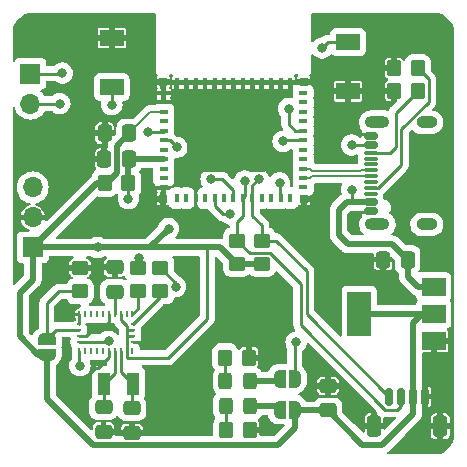
<source format=gtl>
G04 #@! TF.GenerationSoftware,KiCad,Pcbnew,7.0.10*
G04 #@! TF.CreationDate,2024-02-28T00:56:54-06:00*
G04 #@! TF.ProjectId,sensingBoard,73656e73-696e-4674-926f-6172642e6b69,rev?*
G04 #@! TF.SameCoordinates,Original*
G04 #@! TF.FileFunction,Copper,L1,Top*
G04 #@! TF.FilePolarity,Positive*
%FSLAX46Y46*%
G04 Gerber Fmt 4.6, Leading zero omitted, Abs format (unit mm)*
G04 Created by KiCad (PCBNEW 7.0.10) date 2024-02-28 00:56:54*
%MOMM*%
%LPD*%
G01*
G04 APERTURE LIST*
G04 Aperture macros list*
%AMRoundRect*
0 Rectangle with rounded corners*
0 $1 Rounding radius*
0 $2 $3 $4 $5 $6 $7 $8 $9 X,Y pos of 4 corners*
0 Add a 4 corners polygon primitive as box body*
4,1,4,$2,$3,$4,$5,$6,$7,$8,$9,$2,$3,0*
0 Add four circle primitives for the rounded corners*
1,1,$1+$1,$2,$3*
1,1,$1+$1,$4,$5*
1,1,$1+$1,$6,$7*
1,1,$1+$1,$8,$9*
0 Add four rect primitives between the rounded corners*
20,1,$1+$1,$2,$3,$4,$5,0*
20,1,$1+$1,$4,$5,$6,$7,0*
20,1,$1+$1,$6,$7,$8,$9,0*
20,1,$1+$1,$8,$9,$2,$3,0*%
%AMFreePoly0*
4,1,19,0.500000,-0.750000,0.000000,-0.750000,0.000000,-0.744911,-0.071157,-0.744911,-0.207708,-0.704816,-0.327430,-0.627875,-0.420627,-0.520320,-0.479746,-0.390866,-0.500000,-0.250000,-0.500000,0.250000,-0.479746,0.390866,-0.420627,0.520320,-0.327430,0.627875,-0.207708,0.704816,-0.071157,0.744911,0.000000,0.744911,0.000000,0.750000,0.500000,0.750000,0.500000,-0.750000,0.500000,-0.750000,
$1*%
%AMFreePoly1*
4,1,19,0.000000,0.744911,0.071157,0.744911,0.207708,0.704816,0.327430,0.627875,0.420627,0.520320,0.479746,0.390866,0.500000,0.250000,0.500000,-0.250000,0.479746,-0.390866,0.420627,-0.520320,0.327430,-0.627875,0.207708,-0.704816,0.071157,-0.744911,0.000000,-0.744911,0.000000,-0.750000,-0.500000,-0.750000,-0.500000,0.750000,0.000000,0.750000,0.000000,0.744911,0.000000,0.744911,
$1*%
%AMFreePoly2*
4,1,6,0.725000,-0.725000,-0.725000,-0.725000,-0.725000,0.125000,-0.125000,0.725000,0.725000,0.725000,0.725000,-0.725000,0.725000,-0.725000,$1*%
G04 Aperture macros list end*
G04 #@! TA.AperFunction,SMDPad,CuDef*
%ADD10RoundRect,0.250000X0.475000X-0.337500X0.475000X0.337500X-0.475000X0.337500X-0.475000X-0.337500X0*%
G04 #@! TD*
G04 #@! TA.AperFunction,SMDPad,CuDef*
%ADD11R,0.250000X0.475000*%
G04 #@! TD*
G04 #@! TA.AperFunction,SMDPad,CuDef*
%ADD12R,0.375000X0.250000*%
G04 #@! TD*
G04 #@! TA.AperFunction,SMDPad,CuDef*
%ADD13RoundRect,0.250000X-0.350000X-0.450000X0.350000X-0.450000X0.350000X0.450000X-0.350000X0.450000X0*%
G04 #@! TD*
G04 #@! TA.AperFunction,SMDPad,CuDef*
%ADD14FreePoly0,0.000000*%
G04 #@! TD*
G04 #@! TA.AperFunction,SMDPad,CuDef*
%ADD15FreePoly1,0.000000*%
G04 #@! TD*
G04 #@! TA.AperFunction,SMDPad,CuDef*
%ADD16R,2.000000X1.350000*%
G04 #@! TD*
G04 #@! TA.AperFunction,SMDPad,CuDef*
%ADD17RoundRect,0.250000X0.450000X-0.350000X0.450000X0.350000X-0.450000X0.350000X-0.450000X-0.350000X0*%
G04 #@! TD*
G04 #@! TA.AperFunction,ComponentPad*
%ADD18R,1.700000X1.700000*%
G04 #@! TD*
G04 #@! TA.AperFunction,ComponentPad*
%ADD19O,1.700000X1.700000*%
G04 #@! TD*
G04 #@! TA.AperFunction,SMDPad,CuDef*
%ADD20RoundRect,0.250000X-0.325000X-0.450000X0.325000X-0.450000X0.325000X0.450000X-0.325000X0.450000X0*%
G04 #@! TD*
G04 #@! TA.AperFunction,SMDPad,CuDef*
%ADD21RoundRect,0.150000X0.150000X0.625000X-0.150000X0.625000X-0.150000X-0.625000X0.150000X-0.625000X0*%
G04 #@! TD*
G04 #@! TA.AperFunction,SMDPad,CuDef*
%ADD22RoundRect,0.250000X0.350000X0.650000X-0.350000X0.650000X-0.350000X-0.650000X0.350000X-0.650000X0*%
G04 #@! TD*
G04 #@! TA.AperFunction,SMDPad,CuDef*
%ADD23R,2.000000X1.500000*%
G04 #@! TD*
G04 #@! TA.AperFunction,SMDPad,CuDef*
%ADD24R,2.000000X3.800000*%
G04 #@! TD*
G04 #@! TA.AperFunction,SMDPad,CuDef*
%ADD25R,0.800000X0.400000*%
G04 #@! TD*
G04 #@! TA.AperFunction,SMDPad,CuDef*
%ADD26R,0.400000X0.800000*%
G04 #@! TD*
G04 #@! TA.AperFunction,SMDPad,CuDef*
%ADD27FreePoly2,0.000000*%
G04 #@! TD*
G04 #@! TA.AperFunction,SMDPad,CuDef*
%ADD28R,1.450000X1.450000*%
G04 #@! TD*
G04 #@! TA.AperFunction,SMDPad,CuDef*
%ADD29R,0.700000X0.700000*%
G04 #@! TD*
G04 #@! TA.AperFunction,SMDPad,CuDef*
%ADD30RoundRect,0.250000X-0.475000X0.337500X-0.475000X-0.337500X0.475000X-0.337500X0.475000X0.337500X0*%
G04 #@! TD*
G04 #@! TA.AperFunction,SMDPad,CuDef*
%ADD31RoundRect,0.250000X0.350000X0.450000X-0.350000X0.450000X-0.350000X-0.450000X0.350000X-0.450000X0*%
G04 #@! TD*
G04 #@! TA.AperFunction,SMDPad,CuDef*
%ADD32R,1.100000X1.900000*%
G04 #@! TD*
G04 #@! TA.AperFunction,SMDPad,CuDef*
%ADD33FreePoly0,90.000000*%
G04 #@! TD*
G04 #@! TA.AperFunction,SMDPad,CuDef*
%ADD34FreePoly1,90.000000*%
G04 #@! TD*
G04 #@! TA.AperFunction,SMDPad,CuDef*
%ADD35RoundRect,0.250000X0.337500X0.475000X-0.337500X0.475000X-0.337500X-0.475000X0.337500X-0.475000X0*%
G04 #@! TD*
G04 #@! TA.AperFunction,SMDPad,CuDef*
%ADD36RoundRect,0.150000X0.425000X-0.150000X0.425000X0.150000X-0.425000X0.150000X-0.425000X-0.150000X0*%
G04 #@! TD*
G04 #@! TA.AperFunction,SMDPad,CuDef*
%ADD37RoundRect,0.075000X0.500000X-0.075000X0.500000X0.075000X-0.500000X0.075000X-0.500000X-0.075000X0*%
G04 #@! TD*
G04 #@! TA.AperFunction,ComponentPad*
%ADD38O,2.100000X1.000000*%
G04 #@! TD*
G04 #@! TA.AperFunction,ComponentPad*
%ADD39O,1.800000X1.000000*%
G04 #@! TD*
G04 #@! TA.AperFunction,SMDPad,CuDef*
%ADD40RoundRect,0.250000X-0.450000X0.350000X-0.450000X-0.350000X0.450000X-0.350000X0.450000X0.350000X0*%
G04 #@! TD*
G04 #@! TA.AperFunction,ViaPad*
%ADD41C,0.800000*%
G04 #@! TD*
G04 #@! TA.AperFunction,Conductor*
%ADD42C,0.250000*%
G04 #@! TD*
G04 #@! TA.AperFunction,Conductor*
%ADD43C,0.500000*%
G04 #@! TD*
G04 #@! TA.AperFunction,Conductor*
%ADD44C,0.200000*%
G04 #@! TD*
G04 APERTURE END LIST*
D10*
X58000000Y-85775000D03*
X58000000Y-83700000D03*
D11*
X60450000Y-78962500D03*
D12*
X60512500Y-78150000D03*
X60512500Y-77650000D03*
X60512500Y-77150000D03*
X60512500Y-76650000D03*
D11*
X60450000Y-75837500D03*
X59950000Y-75837500D03*
X59450000Y-75837500D03*
X58950000Y-75837500D03*
X58450000Y-75837500D03*
X57950000Y-75837500D03*
X57450000Y-75837500D03*
X56950000Y-75837500D03*
X56450000Y-75837500D03*
X55950000Y-75837500D03*
D12*
X55887500Y-76650000D03*
X55887500Y-77150000D03*
X55887500Y-77650000D03*
X55887500Y-78150000D03*
D11*
X55950000Y-78962500D03*
X56450000Y-78962500D03*
X56950000Y-78962500D03*
X57450000Y-78962500D03*
X57950000Y-78962500D03*
X58450000Y-78962500D03*
X58950000Y-78962500D03*
X59450000Y-78962500D03*
X59950000Y-78962500D03*
D13*
X68300000Y-79500000D03*
X70300000Y-79500000D03*
D14*
X72900000Y-81300000D03*
D15*
X74200000Y-81300000D03*
D16*
X58700000Y-52450000D03*
X58700000Y-56600000D03*
D17*
X71400000Y-71600000D03*
X71400000Y-69600000D03*
D18*
X52000000Y-70180000D03*
D19*
X52000000Y-67640000D03*
X52000000Y-65100000D03*
D20*
X68325000Y-81500000D03*
X70375000Y-81500000D03*
D21*
X85200000Y-82800000D03*
X84200000Y-82800000D03*
X83200000Y-82800000D03*
X82200000Y-82800000D03*
D22*
X86500000Y-85325000D03*
X80900000Y-85325000D03*
D10*
X60400000Y-85875000D03*
X60400000Y-83800000D03*
D20*
X68350000Y-83600000D03*
X70400000Y-83600000D03*
D13*
X68400000Y-85600000D03*
X70400000Y-85600000D03*
D23*
X85950000Y-78100000D03*
X85950000Y-75800000D03*
D24*
X79650000Y-75800000D03*
D23*
X85950000Y-73500000D03*
D18*
X51800000Y-55460000D03*
D19*
X51800000Y-58000000D03*
D25*
X63100000Y-57100000D03*
X63100000Y-57900000D03*
X63100000Y-58700000D03*
X63100000Y-59500000D03*
X63100000Y-60300000D03*
X63100000Y-61100000D03*
X63100000Y-61900000D03*
X63100000Y-62700000D03*
X63100000Y-63500000D03*
X63100000Y-64300000D03*
X63100000Y-65100000D03*
D26*
X64200000Y-66000000D03*
X65000000Y-66000000D03*
X65800000Y-66000000D03*
X66600000Y-66000000D03*
X67400000Y-66000000D03*
X68200000Y-66000000D03*
X69000000Y-66000000D03*
X69800000Y-66000000D03*
X70600000Y-66000000D03*
X71400000Y-66000000D03*
X72200000Y-66000000D03*
X73000000Y-66000000D03*
X73800000Y-66000000D03*
D25*
X74900000Y-65100000D03*
X74900000Y-64300000D03*
X74900000Y-63500000D03*
X74900000Y-62700000D03*
X74900000Y-61900000D03*
X74900000Y-61100000D03*
X74900000Y-60300000D03*
X74900000Y-59500000D03*
X74900000Y-58700000D03*
X74900000Y-57900000D03*
X74900000Y-57100000D03*
D26*
X73800000Y-56200000D03*
X73000000Y-56200000D03*
X72200000Y-56200000D03*
X71400000Y-56200000D03*
X70600000Y-56200000D03*
X69800000Y-56200000D03*
X69000000Y-56200000D03*
X68200000Y-56200000D03*
X67400000Y-56200000D03*
X66600000Y-56200000D03*
X65800000Y-56200000D03*
X65000000Y-56200000D03*
X64200000Y-56200000D03*
D27*
X67025000Y-59125000D03*
D28*
X67025000Y-61100000D03*
X67025000Y-63075000D03*
X69000000Y-59125000D03*
X69000000Y-61100000D03*
X69000000Y-63075000D03*
X70975000Y-59125000D03*
X70975000Y-61100000D03*
X70975000Y-63075000D03*
D29*
X74950000Y-56150000D03*
X74950000Y-66050000D03*
X63050000Y-66050000D03*
X63050000Y-56150000D03*
D30*
X58955750Y-71862500D03*
X58955750Y-73937500D03*
D31*
X84600000Y-55000000D03*
X82600000Y-55000000D03*
D32*
X58055750Y-81700000D03*
X60455750Y-81700000D03*
D33*
X53200000Y-79250000D03*
D34*
X53200000Y-77950000D03*
D35*
X60137500Y-62700000D03*
X58062500Y-62700000D03*
D10*
X77000000Y-83975000D03*
X77000000Y-81900000D03*
D16*
X78700000Y-56950000D03*
X78700000Y-52800000D03*
D35*
X60175000Y-60500000D03*
X58100000Y-60500000D03*
D14*
X72900000Y-83900000D03*
D15*
X74200000Y-83900000D03*
D31*
X84600000Y-56900000D03*
X82600000Y-56900000D03*
D13*
X58100000Y-64700000D03*
X60100000Y-64700000D03*
D17*
X56000000Y-73900000D03*
X56000000Y-71900000D03*
D36*
X80620000Y-67100000D03*
X80620000Y-66300000D03*
D37*
X80620000Y-65150000D03*
X80620000Y-64150000D03*
X80620000Y-63650000D03*
X80620000Y-62650000D03*
D36*
X80620000Y-61500000D03*
X80620000Y-60700000D03*
X80620000Y-60700000D03*
X80620000Y-61500000D03*
D37*
X80620000Y-62150000D03*
X80620000Y-63150000D03*
X80620000Y-64650000D03*
X80620000Y-65650000D03*
D36*
X80620000Y-66300000D03*
X80620000Y-67100000D03*
D38*
X81195000Y-68220000D03*
D39*
X85375000Y-68220000D03*
D38*
X81195000Y-59580000D03*
D39*
X85375000Y-59580000D03*
D17*
X60900000Y-73900000D03*
X60900000Y-71900000D03*
X62800000Y-73900000D03*
X62800000Y-71900000D03*
D35*
X83737500Y-71200000D03*
X81662500Y-71200000D03*
D40*
X69300000Y-69600000D03*
X69300000Y-71600000D03*
D41*
X64200000Y-61700000D03*
X54300000Y-58000000D03*
X67100000Y-64400002D03*
X54500000Y-55400000D03*
X64700000Y-76200000D03*
X78800000Y-82600000D03*
X53900000Y-72600000D03*
X69936331Y-64548876D03*
X73660000Y-58420000D03*
X61800000Y-60400000D03*
X73200000Y-61200000D03*
X74300000Y-78200000D03*
X76500000Y-53300000D03*
X71120000Y-64400002D03*
X68725000Y-67359867D03*
X72900000Y-64700000D03*
X79200000Y-68400000D03*
X69100000Y-75900000D03*
X76700000Y-65800000D03*
X65100000Y-63900000D03*
X57200000Y-77000000D03*
X71800000Y-85100000D03*
X55300000Y-82200000D03*
X56800000Y-68100000D03*
X76300000Y-70200000D03*
X77900000Y-59200000D03*
X54600000Y-75800000D03*
X79000000Y-61500000D03*
X79000000Y-65300000D03*
X57500000Y-70180000D03*
X63500000Y-68580000D03*
X60100000Y-66040000D03*
X58700000Y-58100000D03*
X64098436Y-73498438D03*
X61000000Y-71030000D03*
X56000000Y-80200000D03*
X58420000Y-78124998D03*
D42*
X64200000Y-61700000D02*
X63600000Y-61100000D01*
X63600000Y-61100000D02*
X63100000Y-61100000D01*
X51800000Y-58000000D02*
X54300000Y-58000000D01*
X68050002Y-64400002D02*
X69000000Y-65350000D01*
X67100000Y-64400002D02*
X68050002Y-64400002D01*
X69000000Y-65350000D02*
X69000000Y-66000000D01*
X54440000Y-55460000D02*
X54500000Y-55400000D01*
X51800000Y-55460000D02*
X54440000Y-55460000D01*
X62750000Y-78150000D02*
X64700000Y-76200000D01*
X60512500Y-78150000D02*
X62750000Y-78150000D01*
X54637500Y-75837500D02*
X54600000Y-75800000D01*
X55950000Y-75837500D02*
X54637500Y-75837500D01*
X55950000Y-80150000D02*
X55950000Y-78962500D01*
X56000000Y-80200000D02*
X55950000Y-80150000D01*
D43*
X57500000Y-70180000D02*
X60960000Y-70180000D01*
X52000000Y-70180000D02*
X57500000Y-70180000D01*
D42*
X73300000Y-61100000D02*
X74900000Y-61100000D01*
X73200000Y-61200000D02*
X73300000Y-61100000D01*
D44*
X61975000Y-58700000D02*
X60175000Y-60500000D01*
X63100000Y-58700000D02*
X61975000Y-58700000D01*
D42*
X71400000Y-68300000D02*
X71400000Y-69600000D01*
X70600000Y-67500000D02*
X71400000Y-68300000D01*
X70600000Y-66000000D02*
X70600000Y-67500000D01*
X69800000Y-67550000D02*
X69300000Y-68050000D01*
X69800000Y-66000000D02*
X69800000Y-67550000D01*
X69300000Y-68050000D02*
X69300000Y-69600000D01*
X69936331Y-65863669D02*
X69800000Y-66000000D01*
X69936331Y-64548876D02*
X69936331Y-65863669D01*
X63100000Y-66000000D02*
X63050000Y-66050000D01*
D43*
X60137500Y-62700000D02*
X63100000Y-62700000D01*
D42*
X63000000Y-60400000D02*
X63100000Y-60300000D01*
X61800000Y-60400000D02*
X63000000Y-60400000D01*
X67400000Y-66650000D02*
X68109867Y-67359867D01*
X74200000Y-78300000D02*
X74200000Y-81300000D01*
X71120000Y-64400002D02*
X70600000Y-64920002D01*
D44*
X74900000Y-63500000D02*
X75500001Y-63500000D01*
X74900000Y-64300000D02*
X75500001Y-64300000D01*
X79757499Y-64150000D02*
X80620000Y-64150000D01*
X79732499Y-63675000D02*
X79757499Y-63650000D01*
X75500001Y-63500000D02*
X75675001Y-63675000D01*
X79732499Y-64125000D02*
X79757499Y-64150000D01*
D42*
X74300000Y-78200000D02*
X74200000Y-78300000D01*
D44*
X75675001Y-64125000D02*
X79732499Y-64125000D01*
D42*
X70600000Y-64920002D02*
X70600000Y-66000000D01*
X72900000Y-64700000D02*
X72900000Y-65900000D01*
D44*
X75675001Y-63675000D02*
X79732499Y-63675000D01*
D42*
X68109867Y-67359867D02*
X68725000Y-67359867D01*
X72900000Y-65900000D02*
X73000000Y-66000000D01*
X78700000Y-52800000D02*
X77000000Y-52800000D01*
D44*
X75500001Y-64300000D02*
X75675001Y-64125000D01*
D42*
X67400000Y-66000000D02*
X67400000Y-66650000D01*
D44*
X79757499Y-63650000D02*
X80620000Y-63650000D01*
D42*
X74250000Y-60300000D02*
X74900000Y-60300000D01*
X73660000Y-58420000D02*
X73660000Y-59710000D01*
X73660000Y-59710000D02*
X74250000Y-60300000D01*
X77000000Y-52800000D02*
X76500000Y-53300000D01*
X55950000Y-76587500D02*
X55887500Y-76650000D01*
X58500000Y-76800000D02*
X58300000Y-77000000D01*
X56550000Y-77650000D02*
X57200000Y-77000000D01*
X55950000Y-75837500D02*
X55950000Y-76587500D01*
X58300000Y-77000000D02*
X57200000Y-77000000D01*
X57275000Y-80425000D02*
X56700000Y-81000000D01*
X56700000Y-81000000D02*
X56700000Y-81100000D01*
X58450000Y-76750000D02*
X58500000Y-76800000D01*
X58450000Y-78962500D02*
X58450000Y-79475000D01*
X57500000Y-80425000D02*
X57275000Y-80425000D01*
X55887500Y-77650000D02*
X56550000Y-77650000D01*
X58450000Y-79475000D02*
X57500000Y-80425000D01*
X58450000Y-75837500D02*
X58450000Y-76750000D01*
X59450000Y-78962500D02*
X59450000Y-80694250D01*
X60400000Y-83800000D02*
X60400000Y-81755750D01*
X60400000Y-81755750D02*
X60455750Y-81700000D01*
X59450000Y-80694250D02*
X60455750Y-81700000D01*
X58055750Y-81700000D02*
X58100000Y-81700000D01*
X58055750Y-83644250D02*
X58055750Y-81700000D01*
X58950000Y-78962500D02*
X58950000Y-80805750D01*
X58000000Y-83700000D02*
X58055750Y-83644250D01*
X58950000Y-80805750D02*
X58055750Y-81700000D01*
X58955750Y-75831750D02*
X58950000Y-75837500D01*
X58955750Y-73937500D02*
X58955750Y-75831750D01*
D43*
X85950000Y-73500000D02*
X84600000Y-73500000D01*
X80620000Y-66300000D02*
X79000000Y-66300000D01*
X83737500Y-72637500D02*
X83737500Y-71200000D01*
X84600000Y-73500000D02*
X83737500Y-72637500D01*
X77900000Y-69100000D02*
X78700000Y-69900000D01*
D42*
X79000000Y-65300000D02*
X79000000Y-66300000D01*
D43*
X82437500Y-69900000D02*
X83737500Y-71200000D01*
X78700000Y-69900000D02*
X82437500Y-69900000D01*
X78600000Y-66300000D02*
X77900000Y-67000000D01*
X77900000Y-67000000D02*
X77900000Y-69100000D01*
X79000000Y-66300000D02*
X78600000Y-66300000D01*
D42*
X80620000Y-61500000D02*
X79000000Y-61500000D01*
D43*
X81600000Y-86900000D02*
X84200000Y-84300000D01*
X69300000Y-71600000D02*
X71400000Y-71600000D01*
X85950000Y-75800000D02*
X85000000Y-75800000D01*
X59100000Y-63903122D02*
X59100000Y-61575000D01*
X57112500Y-86912500D02*
X72787500Y-86912500D01*
D42*
X59950000Y-76850000D02*
X59450000Y-76350000D01*
X60000000Y-77150000D02*
X60512500Y-77150000D01*
X66800000Y-76200000D02*
X66800000Y-70180000D01*
D43*
X72787500Y-86912500D02*
X74200000Y-85500000D01*
X59100000Y-61575000D02*
X60175000Y-60500000D01*
X77000000Y-83975000D02*
X79925000Y-86900000D01*
D42*
X59950000Y-77700000D02*
X60000000Y-77650000D01*
D43*
X79650000Y-75800000D02*
X85950000Y-75800000D01*
X58100000Y-64700000D02*
X58303122Y-64700000D01*
D42*
X59950000Y-79475000D02*
X60000000Y-79525000D01*
D43*
X52450000Y-79250000D02*
X53200000Y-79250000D01*
X85000000Y-75800000D02*
X84200000Y-76600000D01*
X63500000Y-70180000D02*
X66800000Y-70180000D01*
X79925000Y-86900000D02*
X80500000Y-86900000D01*
X60960000Y-70180000D02*
X63500000Y-70180000D01*
X53200000Y-83000000D02*
X57112500Y-86912500D01*
X53200000Y-79250000D02*
X53200000Y-83000000D01*
X63500000Y-68580000D02*
X61900000Y-70180000D01*
X66800000Y-70180000D02*
X67880000Y-70180000D01*
D42*
X59950000Y-77700000D02*
X59950000Y-77200000D01*
D43*
X84200000Y-76600000D02*
X84200000Y-82800000D01*
X52000000Y-72900000D02*
X50900000Y-74000000D01*
D42*
X60000000Y-79525000D02*
X63475000Y-79525000D01*
D43*
X77000000Y-83975000D02*
X74275000Y-83975000D01*
D42*
X60000000Y-77650000D02*
X60512500Y-77650000D01*
D43*
X84200000Y-84300000D02*
X84200000Y-82800000D01*
D42*
X59950000Y-78962500D02*
X59950000Y-79475000D01*
D43*
X52000000Y-70180000D02*
X52000000Y-72900000D01*
D42*
X59950000Y-78962500D02*
X59950000Y-77700000D01*
D43*
X58303122Y-64700000D02*
X59100000Y-63903122D01*
X50900000Y-74000000D02*
X50900000Y-77700000D01*
D42*
X63475000Y-79525000D02*
X66800000Y-76200000D01*
D43*
X74200000Y-85500000D02*
X74200000Y-83900000D01*
X67880000Y-70180000D02*
X69300000Y-71600000D01*
X57480000Y-64700000D02*
X58100000Y-64700000D01*
D42*
X59450000Y-76350000D02*
X59450000Y-75837500D01*
D43*
X61900000Y-70180000D02*
X60960000Y-70180000D01*
X50900000Y-77700000D02*
X52450000Y-79250000D01*
X52000000Y-70180000D02*
X57480000Y-64700000D01*
D42*
X59950000Y-77200000D02*
X60000000Y-77150000D01*
D43*
X74275000Y-83975000D02*
X74200000Y-83900000D01*
D42*
X59950000Y-77200000D02*
X59950000Y-76850000D01*
D43*
X80500000Y-86900000D02*
X81600000Y-86900000D01*
D42*
X84400000Y-82600000D02*
X84200000Y-82800000D01*
D43*
X60100000Y-64700000D02*
X60100000Y-62737500D01*
D42*
X58700000Y-56600000D02*
X58700000Y-58100000D01*
X60100000Y-66040000D02*
X60100000Y-64700000D01*
D43*
X60100000Y-62737500D02*
X60137500Y-62700000D01*
D42*
X68350000Y-85550000D02*
X68400000Y-85600000D01*
X68350000Y-83600000D02*
X68350000Y-85550000D01*
D43*
X70400000Y-83600000D02*
X72600000Y-83600000D01*
X72600000Y-83600000D02*
X72900000Y-83900000D01*
D42*
X68325000Y-79525000D02*
X68300000Y-79500000D01*
X68325000Y-81500000D02*
X68325000Y-79525000D01*
D43*
X72700000Y-81500000D02*
X72900000Y-81300000D01*
X70375000Y-81500000D02*
X72700000Y-81500000D01*
D42*
X53200000Y-77950000D02*
X54000000Y-77150000D01*
X53200000Y-74900000D02*
X53200000Y-77950000D01*
X54200000Y-73900000D02*
X53200000Y-74900000D01*
X54000000Y-77150000D02*
X55887500Y-77150000D01*
X56000000Y-73900000D02*
X54200000Y-73900000D01*
X70375000Y-70675000D02*
X72095100Y-70675000D01*
X83200000Y-83574999D02*
X83200000Y-82800000D01*
X81849092Y-83900000D02*
X82874999Y-83900000D01*
X74700000Y-73279900D02*
X74700000Y-76750908D01*
X69300000Y-69600000D02*
X70375000Y-70675000D01*
X82874999Y-83900000D02*
X83200000Y-83574999D01*
X74700000Y-76750908D02*
X81849092Y-83900000D01*
X72095100Y-70675000D02*
X74700000Y-73279900D01*
X72600000Y-69600000D02*
X71400000Y-69600000D01*
X75200000Y-72200000D02*
X72600000Y-69600000D01*
X75200000Y-75800000D02*
X75200000Y-72200000D01*
X82200000Y-82800000D02*
X75200000Y-75800000D01*
X71100000Y-69700000D02*
X71100000Y-69500000D01*
X83200000Y-63212764D02*
X81262764Y-65150000D01*
X83200000Y-60188274D02*
X83200000Y-63212764D01*
X84600000Y-55000000D02*
X85525000Y-55925000D01*
X85525000Y-57863274D02*
X83200000Y-60188274D01*
X85525000Y-55925000D02*
X85525000Y-57863274D01*
X81262764Y-65150000D02*
X80620000Y-65150000D01*
X82250000Y-62150000D02*
X80620000Y-62150000D01*
X84600000Y-56900000D02*
X82745000Y-58755000D01*
X82745000Y-58755000D02*
X82745000Y-61655000D01*
X82745000Y-61655000D02*
X82250000Y-62150000D01*
X60900000Y-75387500D02*
X60450000Y-75837500D01*
X60900000Y-73900000D02*
X60900000Y-75387500D01*
X62800000Y-74362500D02*
X60512500Y-76650000D01*
X62800000Y-73900000D02*
X62800000Y-74362500D01*
X64098436Y-73498438D02*
X64098436Y-73198436D01*
X64098436Y-73198436D02*
X62800000Y-71900000D01*
X61000000Y-71800000D02*
X60900000Y-71900000D01*
X61000000Y-71030000D02*
X61000000Y-71800000D01*
X58394998Y-78150000D02*
X55887500Y-78150000D01*
X58420000Y-78124998D02*
X58394998Y-78150000D01*
G04 #@! TA.AperFunction,Conductor*
G36*
X62359191Y-50319407D02*
G01*
X62395155Y-50368907D01*
X62400000Y-50399500D01*
X62400000Y-55500000D01*
X62400001Y-55500000D01*
X62474700Y-55500000D01*
X62532891Y-55518907D01*
X62568855Y-55568407D01*
X62568855Y-55629593D01*
X62557015Y-55654002D01*
X62511603Y-55721963D01*
X62500000Y-55780299D01*
X62500000Y-55899999D01*
X62500001Y-55900000D01*
X63599999Y-55900000D01*
X63600000Y-55899999D01*
X63600000Y-55780302D01*
X63599999Y-55780299D01*
X63588396Y-55721963D01*
X63542985Y-55654002D01*
X63526376Y-55595114D01*
X63547553Y-55537710D01*
X63598427Y-55503717D01*
X63625300Y-55500000D01*
X63774700Y-55500000D01*
X63832891Y-55518907D01*
X63868855Y-55568407D01*
X63868855Y-55629593D01*
X63857015Y-55654002D01*
X63811603Y-55721963D01*
X63800000Y-55780299D01*
X63800000Y-55999999D01*
X63800001Y-56000000D01*
X74199999Y-56000000D01*
X74200000Y-55999999D01*
X74200000Y-55780302D01*
X74199999Y-55780299D01*
X74188396Y-55721963D01*
X74142985Y-55654002D01*
X74126376Y-55595114D01*
X74147553Y-55537710D01*
X74198427Y-55503717D01*
X74225300Y-55500000D01*
X74374700Y-55500000D01*
X74432891Y-55518907D01*
X74468855Y-55568407D01*
X74468855Y-55629593D01*
X74457015Y-55654002D01*
X74411603Y-55721963D01*
X74400000Y-55780299D01*
X74400000Y-55899999D01*
X74400001Y-55900000D01*
X75499999Y-55900000D01*
X75500000Y-55899999D01*
X75500000Y-55780302D01*
X75499999Y-55780299D01*
X75488396Y-55721963D01*
X75442985Y-55654002D01*
X75426376Y-55595114D01*
X75447553Y-55537710D01*
X75498427Y-55503717D01*
X75525300Y-55500000D01*
X75599999Y-55500000D01*
X75600000Y-55500000D01*
X75600000Y-54749999D01*
X81800000Y-54749999D01*
X81800001Y-54750000D01*
X82349999Y-54750000D01*
X82350000Y-54749999D01*
X82350000Y-54100001D01*
X82349999Y-54100000D01*
X82195796Y-54100000D01*
X82165399Y-54102850D01*
X82165397Y-54102850D01*
X82037352Y-54147654D01*
X81928209Y-54228207D01*
X81928207Y-54228209D01*
X81847654Y-54337352D01*
X81802850Y-54465398D01*
X81800000Y-54495788D01*
X81800000Y-54749999D01*
X75600000Y-54749999D01*
X75600000Y-53904128D01*
X75618907Y-53845937D01*
X75668407Y-53809973D01*
X75729593Y-53809973D01*
X75772568Y-53837881D01*
X75894129Y-53972888D01*
X76047270Y-54084151D01*
X76220197Y-54161144D01*
X76405354Y-54200500D01*
X76405357Y-54200500D01*
X76594643Y-54200500D01*
X76594646Y-54200500D01*
X76779803Y-54161144D01*
X76952730Y-54084151D01*
X77105871Y-53972888D01*
X77216107Y-53850458D01*
X77269093Y-53819867D01*
X77329944Y-53826263D01*
X77349006Y-53837451D01*
X77457670Y-53918797D01*
X77592511Y-53969089D01*
X77592512Y-53969089D01*
X77592517Y-53969091D01*
X77652127Y-53975500D01*
X79747872Y-53975499D01*
X79807483Y-53969091D01*
X79874907Y-53943943D01*
X79942329Y-53918797D01*
X79942329Y-53918796D01*
X79942331Y-53918796D01*
X80057546Y-53832546D01*
X80143796Y-53717331D01*
X80194091Y-53582483D01*
X80200500Y-53522873D01*
X80200499Y-52077128D01*
X80194091Y-52017517D01*
X80186243Y-51996475D01*
X80143797Y-51882670D01*
X80057549Y-51767458D01*
X80057548Y-51767457D01*
X80057546Y-51767454D01*
X80035850Y-51751212D01*
X79942329Y-51681202D01*
X79807488Y-51630910D01*
X79807483Y-51630909D01*
X79807481Y-51630908D01*
X79807477Y-51630908D01*
X79776249Y-51627550D01*
X79747873Y-51624500D01*
X79747870Y-51624500D01*
X77652133Y-51624500D01*
X77652129Y-51624500D01*
X77652128Y-51624501D01*
X77644949Y-51625272D01*
X77592519Y-51630908D01*
X77592514Y-51630909D01*
X77457670Y-51681202D01*
X77342458Y-51767450D01*
X77342450Y-51767458D01*
X77256202Y-51882670D01*
X77205910Y-52017511D01*
X77205908Y-52017522D01*
X77199499Y-52077130D01*
X77199358Y-52079777D01*
X77198131Y-52079711D01*
X77180593Y-52133691D01*
X77131093Y-52169655D01*
X77100500Y-52174500D01*
X77079983Y-52174500D01*
X77065529Y-52172904D01*
X77065529Y-52172913D01*
X77059330Y-52172326D01*
X76991745Y-52174451D01*
X76988635Y-52174500D01*
X76960648Y-52174500D01*
X76955490Y-52175151D01*
X76946206Y-52175881D01*
X76901372Y-52177291D01*
X76901371Y-52177291D01*
X76880244Y-52183429D01*
X76865034Y-52186578D01*
X76843211Y-52189334D01*
X76801508Y-52205845D01*
X76792690Y-52208864D01*
X76749610Y-52221381D01*
X76730673Y-52232580D01*
X76716733Y-52239409D01*
X76696268Y-52247512D01*
X76659972Y-52273882D01*
X76652181Y-52278999D01*
X76613581Y-52301827D01*
X76598021Y-52317387D01*
X76586215Y-52327470D01*
X76568416Y-52340402D01*
X76568415Y-52340403D01*
X76549219Y-52363607D01*
X76497558Y-52396390D01*
X76472940Y-52399500D01*
X76405354Y-52399500D01*
X76287289Y-52424595D01*
X76220200Y-52438855D01*
X76220194Y-52438857D01*
X76047277Y-52515845D01*
X76047268Y-52515850D01*
X75894129Y-52627111D01*
X75894123Y-52627116D01*
X75772571Y-52762115D01*
X75719583Y-52792708D01*
X75658733Y-52786312D01*
X75613264Y-52745371D01*
X75600000Y-52695871D01*
X75600000Y-50399500D01*
X75618907Y-50341309D01*
X75668407Y-50305345D01*
X75699000Y-50300500D01*
X85952405Y-50300500D01*
X85996462Y-50300500D01*
X86003523Y-50300751D01*
X86234806Y-50317293D01*
X86248787Y-50319304D01*
X86471881Y-50367836D01*
X86485433Y-50371815D01*
X86622649Y-50422992D01*
X86699366Y-50451606D01*
X86712205Y-50457469D01*
X86912607Y-50566898D01*
X86924486Y-50574532D01*
X87107263Y-50711357D01*
X87117939Y-50720607D01*
X87279392Y-50882060D01*
X87288642Y-50892736D01*
X87425467Y-51075513D01*
X87433103Y-51087395D01*
X87542526Y-51287786D01*
X87548394Y-51300636D01*
X87628184Y-51514566D01*
X87632163Y-51528118D01*
X87680695Y-51751212D01*
X87682706Y-51765193D01*
X87699248Y-51996475D01*
X87699500Y-52003538D01*
X87699500Y-85996461D01*
X87699248Y-86003524D01*
X87682706Y-86234806D01*
X87680695Y-86248787D01*
X87632163Y-86471881D01*
X87628184Y-86485433D01*
X87548394Y-86699363D01*
X87542526Y-86712213D01*
X87433103Y-86912604D01*
X87425467Y-86924486D01*
X87288642Y-87107263D01*
X87279392Y-87117939D01*
X87117939Y-87279392D01*
X87107263Y-87288642D01*
X86924486Y-87425467D01*
X86912604Y-87433103D01*
X86712213Y-87542526D01*
X86699363Y-87548394D01*
X86485433Y-87628184D01*
X86471881Y-87632163D01*
X86248787Y-87680695D01*
X86234806Y-87682706D01*
X86031124Y-87697274D01*
X86003522Y-87699248D01*
X85996462Y-87699500D01*
X82082484Y-87699500D01*
X82024293Y-87680593D01*
X81988329Y-87631093D01*
X81988329Y-87569907D01*
X82024293Y-87520407D01*
X82030512Y-87516239D01*
X82068656Y-87492712D01*
X82069308Y-87492058D01*
X82084929Y-87479333D01*
X82085696Y-87478830D01*
X82137419Y-87424005D01*
X82139358Y-87422008D01*
X83532162Y-86029203D01*
X85700001Y-86029203D01*
X85702850Y-86059600D01*
X85702850Y-86059602D01*
X85747654Y-86187647D01*
X85828207Y-86296790D01*
X85828209Y-86296792D01*
X85937352Y-86377345D01*
X86065398Y-86422149D01*
X86095789Y-86424999D01*
X86250000Y-86424999D01*
X86250000Y-86424998D01*
X86750000Y-86424998D01*
X86750001Y-86424999D01*
X86904203Y-86424999D01*
X86934600Y-86422149D01*
X86934602Y-86422149D01*
X87062647Y-86377345D01*
X87171790Y-86296792D01*
X87171792Y-86296790D01*
X87252345Y-86187647D01*
X87297149Y-86059601D01*
X87299999Y-86029211D01*
X87300000Y-86029210D01*
X87300000Y-85575001D01*
X87299999Y-85575000D01*
X86750001Y-85575000D01*
X86750000Y-85575001D01*
X86750000Y-86424998D01*
X86250000Y-86424998D01*
X86250000Y-85575001D01*
X86249999Y-85575000D01*
X85700002Y-85575000D01*
X85700001Y-85575001D01*
X85700001Y-86029203D01*
X83532162Y-86029203D01*
X84486366Y-85074999D01*
X85700000Y-85074999D01*
X85700001Y-85075000D01*
X86249999Y-85075000D01*
X86250000Y-85074999D01*
X86750000Y-85074999D01*
X86750001Y-85075000D01*
X87299998Y-85075000D01*
X87299999Y-85074999D01*
X87299999Y-84620796D01*
X87297149Y-84590399D01*
X87297149Y-84590397D01*
X87252345Y-84462352D01*
X87171792Y-84353209D01*
X87171790Y-84353207D01*
X87062647Y-84272654D01*
X86934601Y-84227850D01*
X86904211Y-84225000D01*
X86750001Y-84225000D01*
X86750000Y-84225001D01*
X86750000Y-85074999D01*
X86250000Y-85074999D01*
X86250000Y-84225001D01*
X86249999Y-84225000D01*
X86095796Y-84225000D01*
X86065399Y-84227850D01*
X86065397Y-84227850D01*
X85937352Y-84272654D01*
X85828209Y-84353207D01*
X85828207Y-84353209D01*
X85747654Y-84462352D01*
X85702850Y-84590398D01*
X85700000Y-84620788D01*
X85700000Y-85074999D01*
X84486366Y-85074999D01*
X84686933Y-84874432D01*
X84697812Y-84865033D01*
X84718530Y-84849610D01*
X84751086Y-84810809D01*
X84756915Y-84804451D01*
X84761590Y-84799777D01*
X84781057Y-84775155D01*
X84782819Y-84772990D01*
X84831302Y-84715214D01*
X84831716Y-84714389D01*
X84842537Y-84697401D01*
X84843111Y-84696677D01*
X84844125Y-84694504D01*
X84868274Y-84642714D01*
X84874972Y-84628348D01*
X84876180Y-84625851D01*
X84910040Y-84558433D01*
X84910252Y-84557537D01*
X84916866Y-84538507D01*
X84917256Y-84537673D01*
X84918808Y-84530159D01*
X84931390Y-84469220D01*
X84932497Y-84463856D01*
X84933110Y-84461091D01*
X84950500Y-84387721D01*
X84950500Y-84386786D01*
X84952546Y-84366765D01*
X84952733Y-84365857D01*
X84950542Y-84290545D01*
X84950500Y-84287666D01*
X84950500Y-83765269D01*
X85450000Y-83765269D01*
X85451248Y-83765088D01*
X85556187Y-83713786D01*
X85638786Y-83631187D01*
X85690087Y-83526248D01*
X85700000Y-83458215D01*
X85700000Y-83050001D01*
X85699999Y-83050000D01*
X85450001Y-83050000D01*
X85450000Y-83050001D01*
X85450000Y-83765269D01*
X84950500Y-83765269D01*
X84950500Y-83703770D01*
X84954431Y-83676150D01*
X84967494Y-83631187D01*
X84997598Y-83527569D01*
X85000500Y-83490694D01*
X85000500Y-82806980D01*
X85004433Y-82779354D01*
X85005436Y-82775899D01*
X85005438Y-82775895D01*
X85017795Y-82697873D01*
X85030160Y-82619807D01*
X85028997Y-82607503D01*
X85015287Y-82462467D01*
X85010852Y-82450147D01*
X85006352Y-82437646D01*
X85000500Y-82404114D01*
X85000500Y-82109311D01*
X84999987Y-82102797D01*
X84997598Y-82072431D01*
X84954431Y-81923850D01*
X84950500Y-81896230D01*
X84950500Y-81834729D01*
X85450000Y-81834729D01*
X85450000Y-82549999D01*
X85450001Y-82550000D01*
X85699998Y-82550000D01*
X85699999Y-82549999D01*
X85699999Y-82141786D01*
X85699998Y-82141783D01*
X85690087Y-82073749D01*
X85638785Y-81968811D01*
X85556187Y-81886213D01*
X85451246Y-81834911D01*
X85450000Y-81834729D01*
X84950500Y-81834729D01*
X84950500Y-79149000D01*
X84969407Y-79090809D01*
X85018907Y-79054845D01*
X85049500Y-79050000D01*
X85699999Y-79050000D01*
X85700000Y-79049999D01*
X86200000Y-79049999D01*
X86200001Y-79050000D01*
X86969697Y-79050000D01*
X86969700Y-79049999D01*
X87028036Y-79038396D01*
X87094189Y-78994193D01*
X87094193Y-78994189D01*
X87138396Y-78928036D01*
X87149999Y-78869700D01*
X87150000Y-78869697D01*
X87150000Y-78350001D01*
X87149999Y-78350000D01*
X86200001Y-78350000D01*
X86200000Y-78350001D01*
X86200000Y-79049999D01*
X85700000Y-79049999D01*
X85700000Y-77949000D01*
X85718907Y-77890809D01*
X85768407Y-77854845D01*
X85799000Y-77850000D01*
X87149999Y-77850000D01*
X87150000Y-77849999D01*
X87150000Y-77330302D01*
X87149999Y-77330299D01*
X87138396Y-77271963D01*
X87094193Y-77205810D01*
X87094190Y-77205807D01*
X87086560Y-77200709D01*
X87048680Y-77152659D01*
X87046278Y-77091521D01*
X87080270Y-77040647D01*
X87106957Y-77025638D01*
X87192331Y-76993796D01*
X87307546Y-76907546D01*
X87393796Y-76792331D01*
X87397400Y-76782670D01*
X87431375Y-76691576D01*
X87444091Y-76657483D01*
X87450500Y-76597873D01*
X87450499Y-75002128D01*
X87444091Y-74942517D01*
X87420846Y-74880193D01*
X87393797Y-74807670D01*
X87331242Y-74724108D01*
X87320177Y-74709327D01*
X87300441Y-74651415D01*
X87318515Y-74592960D01*
X87320157Y-74590699D01*
X87393796Y-74492331D01*
X87394800Y-74489641D01*
X87444089Y-74357488D01*
X87444090Y-74357485D01*
X87444091Y-74357483D01*
X87450500Y-74297873D01*
X87450499Y-72702128D01*
X87444091Y-72642517D01*
X87434994Y-72618127D01*
X87393797Y-72507670D01*
X87307549Y-72392458D01*
X87307548Y-72392457D01*
X87307546Y-72392454D01*
X87307541Y-72392450D01*
X87192329Y-72306202D01*
X87057488Y-72255910D01*
X87057483Y-72255909D01*
X87057481Y-72255908D01*
X87057477Y-72255908D01*
X87026249Y-72252550D01*
X86997873Y-72249500D01*
X86997870Y-72249500D01*
X84902133Y-72249500D01*
X84902129Y-72249500D01*
X84902128Y-72249501D01*
X84894949Y-72250272D01*
X84842519Y-72255908D01*
X84842518Y-72255908D01*
X84842517Y-72255909D01*
X84823890Y-72262856D01*
X84795869Y-72273307D01*
X84734739Y-72275926D01*
X84683745Y-72242114D01*
X84662365Y-72184785D01*
X84677012Y-72128577D01*
X84759814Y-71994334D01*
X84814999Y-71827797D01*
X84825500Y-71725009D01*
X84825499Y-70674992D01*
X84825499Y-70674983D01*
X84815000Y-70572211D01*
X84814999Y-70572209D01*
X84814999Y-70572203D01*
X84759814Y-70405666D01*
X84667712Y-70256344D01*
X84543656Y-70132288D01*
X84543653Y-70132286D01*
X84543652Y-70132285D01*
X84394336Y-70040187D01*
X84394335Y-70040186D01*
X84394334Y-70040186D01*
X84227797Y-69985001D01*
X84227794Y-69985000D01*
X84125017Y-69974500D01*
X84125009Y-69974500D01*
X83614376Y-69974500D01*
X83556185Y-69955593D01*
X83544372Y-69945504D01*
X83011937Y-69413069D01*
X83002531Y-69402183D01*
X82987114Y-69381474D01*
X82987108Y-69381468D01*
X82948339Y-69348937D01*
X82941971Y-69343103D01*
X82937274Y-69338406D01*
X82925889Y-69329405D01*
X82912640Y-69318928D01*
X82910483Y-69317172D01*
X82852714Y-69268698D01*
X82852712Y-69268697D01*
X82852710Y-69268695D01*
X82852706Y-69268692D01*
X82851865Y-69268270D01*
X82834917Y-69257473D01*
X82834182Y-69256892D01*
X82834173Y-69256886D01*
X82765872Y-69225037D01*
X82763282Y-69223783D01*
X82695937Y-69189962D01*
X82695936Y-69189961D01*
X82695933Y-69189960D01*
X82695928Y-69189958D01*
X82695926Y-69189958D01*
X82695023Y-69189744D01*
X82676025Y-69183140D01*
X82675177Y-69182744D01*
X82675170Y-69182742D01*
X82601349Y-69167499D01*
X82598540Y-69166876D01*
X82526018Y-69149689D01*
X82525221Y-69149500D01*
X82525220Y-69149500D01*
X82524291Y-69149500D01*
X82504271Y-69147455D01*
X82503353Y-69147265D01*
X82469854Y-69148240D01*
X82411138Y-69131033D01*
X82373751Y-69082599D01*
X82371972Y-69021440D01*
X82402489Y-68974165D01*
X82473895Y-68912866D01*
X82598448Y-68751958D01*
X82688060Y-68569271D01*
X82739063Y-68372285D01*
X82744203Y-68270939D01*
X83970630Y-68270939D01*
X83997455Y-68446035D01*
X84001444Y-68472071D01*
X84072114Y-68662887D01*
X84072115Y-68662888D01*
X84179745Y-68835567D01*
X84179750Y-68835573D01*
X84319217Y-68982292D01*
X84319941Y-68983053D01*
X84319943Y-68983054D01*
X84319946Y-68983057D01*
X84456394Y-69078027D01*
X84486951Y-69099295D01*
X84673940Y-69179539D01*
X84673942Y-69179540D01*
X84873259Y-69220500D01*
X84873262Y-69220500D01*
X85825744Y-69220500D01*
X85851381Y-69217892D01*
X85977438Y-69205074D01*
X86171588Y-69144159D01*
X86349502Y-69045409D01*
X86503895Y-68912866D01*
X86628448Y-68751958D01*
X86718060Y-68569271D01*
X86769063Y-68372285D01*
X86779369Y-68169064D01*
X86748556Y-67967929D01*
X86677886Y-67777113D01*
X86570252Y-67604429D01*
X86430059Y-67456947D01*
X86430057Y-67456945D01*
X86430053Y-67456942D01*
X86263054Y-67340708D01*
X86263051Y-67340706D01*
X86263049Y-67340705D01*
X86076058Y-67260460D01*
X86076060Y-67260460D01*
X85980920Y-67240909D01*
X85876741Y-67219500D01*
X84924258Y-67219500D01*
X84924256Y-67219500D01*
X84772561Y-67234926D01*
X84578410Y-67295841D01*
X84578409Y-67295842D01*
X84400501Y-67394588D01*
X84400498Y-67394590D01*
X84246109Y-67527129D01*
X84121549Y-67688045D01*
X84033076Y-67868413D01*
X84031940Y-67870729D01*
X83986097Y-68047787D01*
X83980936Y-68067719D01*
X83970631Y-68270936D01*
X83970630Y-68270939D01*
X82744203Y-68270939D01*
X82749369Y-68169064D01*
X82718556Y-67967929D01*
X82647886Y-67777113D01*
X82540252Y-67604429D01*
X82400059Y-67456947D01*
X82400057Y-67456945D01*
X82400051Y-67456940D01*
X82230669Y-67339047D01*
X82193710Y-67290286D01*
X82192470Y-67229114D01*
X82210942Y-67194690D01*
X82252856Y-67144026D01*
X82323373Y-66994171D01*
X82354406Y-66831486D01*
X82344007Y-66666195D01*
X82292828Y-66508683D01*
X82292826Y-66508680D01*
X82292826Y-66508679D01*
X82204086Y-66368848D01*
X82083356Y-66255474D01*
X81938224Y-66175687D01*
X81938221Y-66175686D01*
X81938222Y-66175686D01*
X81771776Y-66132951D01*
X81772135Y-66131551D01*
X81723256Y-66108543D01*
X81693785Y-66054923D01*
X81693285Y-66051199D01*
X81692598Y-66047438D01*
X81692598Y-66047431D01*
X81667982Y-65962704D01*
X81669903Y-65901553D01*
X81671569Y-65897245D01*
X81680687Y-65875236D01*
X81695500Y-65762720D01*
X81695500Y-65643846D01*
X81714407Y-65585655D01*
X81718215Y-65580746D01*
X81722940Y-65575033D01*
X81729204Y-65568148D01*
X83585746Y-63711607D01*
X83597086Y-63702524D01*
X83597080Y-63702517D01*
X83601869Y-63698554D01*
X83601877Y-63698550D01*
X83648194Y-63649226D01*
X83650296Y-63647057D01*
X83670120Y-63627235D01*
X83673308Y-63623124D01*
X83679348Y-63616052D01*
X83710062Y-63583346D01*
X83720661Y-63564063D01*
X83729192Y-63551078D01*
X83730417Y-63549500D01*
X83742673Y-63533700D01*
X83760485Y-63492537D01*
X83764590Y-63484157D01*
X83786196Y-63444858D01*
X83786197Y-63444856D01*
X83791671Y-63423534D01*
X83796699Y-63408851D01*
X83805437Y-63388660D01*
X83812456Y-63344340D01*
X83814339Y-63335248D01*
X83825500Y-63291783D01*
X83825500Y-63269780D01*
X83826719Y-63254293D01*
X83827062Y-63252127D01*
X83830160Y-63232568D01*
X83825939Y-63187914D01*
X83825500Y-63178598D01*
X83825500Y-60488370D01*
X83844407Y-60430179D01*
X83854490Y-60418373D01*
X84058019Y-60214843D01*
X84112534Y-60187067D01*
X84172966Y-60196638D01*
X84199775Y-60216640D01*
X84296569Y-60318466D01*
X84319941Y-60343053D01*
X84319943Y-60343054D01*
X84319946Y-60343057D01*
X84469809Y-60447364D01*
X84486951Y-60459295D01*
X84673940Y-60539539D01*
X84673942Y-60539540D01*
X84873259Y-60580500D01*
X84873262Y-60580500D01*
X85825744Y-60580500D01*
X85851381Y-60577892D01*
X85977438Y-60565074D01*
X86171588Y-60504159D01*
X86349502Y-60405409D01*
X86503895Y-60272866D01*
X86628448Y-60111958D01*
X86718060Y-59929271D01*
X86769063Y-59732285D01*
X86779369Y-59529064D01*
X86748556Y-59327929D01*
X86677886Y-59137113D01*
X86570252Y-58964429D01*
X86430059Y-58816947D01*
X86430057Y-58816945D01*
X86430053Y-58816942D01*
X86263054Y-58700708D01*
X86263051Y-58700706D01*
X86263049Y-58700705D01*
X86076058Y-58620460D01*
X86076060Y-58620460D01*
X85999829Y-58604794D01*
X85904673Y-58585240D01*
X85851481Y-58555007D01*
X85826218Y-58499281D01*
X85838534Y-58439348D01*
X85854599Y-58418264D01*
X85880349Y-58392514D01*
X85910739Y-58362123D01*
X85922082Y-58353037D01*
X85922077Y-58353031D01*
X85926875Y-58349061D01*
X85926874Y-58349061D01*
X85926877Y-58349060D01*
X85973209Y-58299720D01*
X85975311Y-58297551D01*
X85995120Y-58277744D01*
X85998291Y-58273655D01*
X86004349Y-58266560D01*
X86035062Y-58233856D01*
X86045661Y-58214575D01*
X86054182Y-58201602D01*
X86067674Y-58184210D01*
X86085491Y-58143032D01*
X86089586Y-58134673D01*
X86111197Y-58095366D01*
X86116668Y-58074056D01*
X86121694Y-58059372D01*
X86130438Y-58039169D01*
X86137457Y-57994843D01*
X86139340Y-57985753D01*
X86150500Y-57942293D01*
X86150500Y-57920291D01*
X86151719Y-57904802D01*
X86155160Y-57883078D01*
X86150939Y-57838424D01*
X86150500Y-57829108D01*
X86150500Y-56004984D01*
X86152095Y-55990530D01*
X86152087Y-55990530D01*
X86152673Y-55984331D01*
X86150549Y-55916730D01*
X86150500Y-55913621D01*
X86150500Y-55885654D01*
X86150500Y-55885650D01*
X86149848Y-55880497D01*
X86149118Y-55871205D01*
X86147710Y-55826373D01*
X86145138Y-55817522D01*
X86141571Y-55805244D01*
X86138420Y-55790030D01*
X86135664Y-55768208D01*
X86119149Y-55726498D01*
X86116132Y-55717685D01*
X86103618Y-55674610D01*
X86093012Y-55656676D01*
X86092417Y-55655669D01*
X86085586Y-55641724D01*
X86077487Y-55621271D01*
X86077486Y-55621268D01*
X86069451Y-55610209D01*
X86051121Y-55584978D01*
X86046001Y-55577184D01*
X86023169Y-55538579D01*
X86007611Y-55523020D01*
X85997522Y-55511207D01*
X85984594Y-55493413D01*
X85950037Y-55464825D01*
X85943138Y-55458548D01*
X85729495Y-55244905D01*
X85701718Y-55190388D01*
X85700499Y-55174901D01*
X85700499Y-54499983D01*
X85690000Y-54397211D01*
X85689999Y-54397209D01*
X85689999Y-54397203D01*
X85634814Y-54230666D01*
X85544445Y-54084154D01*
X85542714Y-54081347D01*
X85542713Y-54081346D01*
X85542712Y-54081344D01*
X85418656Y-53957288D01*
X85418653Y-53957286D01*
X85418652Y-53957285D01*
X85269336Y-53865187D01*
X85269335Y-53865186D01*
X85269334Y-53865186D01*
X85102797Y-53810001D01*
X85102794Y-53810000D01*
X85000016Y-53799500D01*
X84199983Y-53799500D01*
X84097211Y-53809999D01*
X84097199Y-53810002D01*
X83930663Y-53865187D01*
X83781347Y-53957285D01*
X83657285Y-54081347D01*
X83566701Y-54228209D01*
X83565186Y-54230666D01*
X83557965Y-54252458D01*
X83534460Y-54323392D01*
X83498208Y-54372681D01*
X83439908Y-54391249D01*
X83381829Y-54372003D01*
X83356968Y-54343163D01*
X83356752Y-54343324D01*
X83354639Y-54340462D01*
X83352957Y-54338510D01*
X83352346Y-54337354D01*
X83271792Y-54228209D01*
X83271790Y-54228207D01*
X83162647Y-54147654D01*
X83034601Y-54102850D01*
X83004211Y-54100000D01*
X82850001Y-54100000D01*
X82850000Y-54100001D01*
X82850000Y-55151000D01*
X82831093Y-55209191D01*
X82781593Y-55245155D01*
X82751000Y-55250000D01*
X81800002Y-55250000D01*
X81800001Y-55250001D01*
X81800001Y-55504203D01*
X81802850Y-55534600D01*
X81802850Y-55534602D01*
X81847654Y-55662647D01*
X81928207Y-55771790D01*
X81928209Y-55771792D01*
X82037354Y-55852346D01*
X82049385Y-55856556D01*
X82098065Y-55893621D01*
X82115662Y-55952222D01*
X82095454Y-56009973D01*
X82049385Y-56043444D01*
X82037354Y-56047653D01*
X81928209Y-56128207D01*
X81928207Y-56128209D01*
X81847654Y-56237352D01*
X81802850Y-56365398D01*
X81800000Y-56395788D01*
X81800000Y-56649999D01*
X81800001Y-56650000D01*
X82751000Y-56650000D01*
X82809191Y-56668907D01*
X82845155Y-56718407D01*
X82850000Y-56749000D01*
X82850000Y-57724400D01*
X82831093Y-57782591D01*
X82821003Y-57794404D01*
X82359252Y-58256154D01*
X82347915Y-58265238D01*
X82347921Y-58265246D01*
X82343127Y-58269211D01*
X82343123Y-58269214D01*
X82343119Y-58269217D01*
X82343118Y-58269219D01*
X82296835Y-58318503D01*
X82294676Y-58320731D01*
X82274885Y-58340523D01*
X82274876Y-58340533D01*
X82271689Y-58344641D01*
X82265647Y-58351714D01*
X82234939Y-58384416D01*
X82234935Y-58384421D01*
X82224334Y-58403703D01*
X82215813Y-58416676D01*
X82202325Y-58434066D01*
X82184510Y-58475233D01*
X82180409Y-58483603D01*
X82158804Y-58522905D01*
X82158800Y-58522916D01*
X82153332Y-58544212D01*
X82148314Y-58558878D01*
X82147464Y-58560844D01*
X82107016Y-58606753D01*
X82047309Y-58620120D01*
X82036669Y-58618530D01*
X81846741Y-58579500D01*
X80594258Y-58579500D01*
X80594256Y-58579500D01*
X80442561Y-58594926D01*
X80248410Y-58655841D01*
X80248409Y-58655842D01*
X80070501Y-58754588D01*
X80070498Y-58754590D01*
X79916109Y-58887129D01*
X79791549Y-59048045D01*
X79720684Y-59192517D01*
X79701940Y-59230729D01*
X79669594Y-59355659D01*
X79650936Y-59427719D01*
X79640631Y-59630936D01*
X79640630Y-59630939D01*
X79667853Y-59808633D01*
X79671444Y-59832071D01*
X79742114Y-60022887D01*
X79797632Y-60111958D01*
X79849746Y-60195568D01*
X79849754Y-60195578D01*
X79887486Y-60235271D01*
X79913875Y-60290474D01*
X79904674Y-60346960D01*
X79854911Y-60448753D01*
X79854729Y-60449999D01*
X79854730Y-60450000D01*
X80114946Y-60450000D01*
X80153988Y-60458023D01*
X80156949Y-60459293D01*
X80156951Y-60459295D01*
X80273995Y-60509523D01*
X80320013Y-60549847D01*
X80333541Y-60609518D01*
X80309412Y-60665744D01*
X80256842Y-60697050D01*
X80234953Y-60699500D01*
X80129306Y-60699500D01*
X80116773Y-60700486D01*
X80092434Y-60702401D01*
X80092427Y-60702403D01*
X79934602Y-60748256D01*
X79793136Y-60831918D01*
X79793135Y-60831918D01*
X79793135Y-60831919D01*
X79779548Y-60845505D01*
X79725034Y-60873281D01*
X79709547Y-60874500D01*
X79692617Y-60874500D01*
X79634426Y-60855593D01*
X79619046Y-60841744D01*
X79605871Y-60827112D01*
X79605870Y-60827111D01*
X79498057Y-60748781D01*
X79452730Y-60715849D01*
X79452725Y-60715847D01*
X79452722Y-60715845D01*
X79279805Y-60638857D01*
X79279803Y-60638856D01*
X79279800Y-60638855D01*
X79279799Y-60638855D01*
X79237574Y-60629880D01*
X79094646Y-60599500D01*
X78905354Y-60599500D01*
X78790861Y-60623836D01*
X78720200Y-60638855D01*
X78720194Y-60638857D01*
X78547277Y-60715845D01*
X78547268Y-60715850D01*
X78394129Y-60827111D01*
X78394124Y-60827116D01*
X78267469Y-60967781D01*
X78267465Y-60967787D01*
X78172825Y-61131706D01*
X78172819Y-61131720D01*
X78114327Y-61311738D01*
X78114326Y-61311742D01*
X78114326Y-61311744D01*
X78094540Y-61500000D01*
X78110529Y-61652133D01*
X78114327Y-61688261D01*
X78172819Y-61868279D01*
X78172825Y-61868293D01*
X78239717Y-61984151D01*
X78267467Y-62032216D01*
X78267469Y-62032218D01*
X78371602Y-62147870D01*
X78394129Y-62172888D01*
X78547270Y-62284151D01*
X78720197Y-62361144D01*
X78905354Y-62400500D01*
X78905357Y-62400500D01*
X79094643Y-62400500D01*
X79094646Y-62400500D01*
X79279803Y-62361144D01*
X79420969Y-62298291D01*
X79481818Y-62291896D01*
X79534806Y-62322489D01*
X79556392Y-62369305D01*
X79557635Y-62368973D01*
X79559084Y-62374382D01*
X79559084Y-62375143D01*
X79559386Y-62375798D01*
X79560158Y-62381656D01*
X79559084Y-62381797D01*
X79559084Y-62418189D01*
X79560160Y-62418331D01*
X79544500Y-62537279D01*
X79544500Y-62762720D01*
X79560160Y-62881669D01*
X79559084Y-62881810D01*
X79559084Y-62918190D01*
X79560160Y-62918332D01*
X79559313Y-62924763D01*
X79559313Y-62924764D01*
X79555601Y-62952963D01*
X79550932Y-62988423D01*
X79524591Y-63043647D01*
X79470820Y-63072842D01*
X79452779Y-63074500D01*
X75965515Y-63074500D01*
X75907324Y-63055593D01*
X75905248Y-63054042D01*
X75839232Y-63003387D01*
X75804576Y-62952963D01*
X75800499Y-62924851D01*
X75800499Y-62452128D01*
X75794091Y-62392517D01*
X75772486Y-62334593D01*
X75769866Y-62273468D01*
X75772477Y-62265430D01*
X75794091Y-62207483D01*
X75800500Y-62147873D01*
X75800499Y-61652128D01*
X75794091Y-61592517D01*
X75772486Y-61534593D01*
X75769866Y-61473468D01*
X75772477Y-61465430D01*
X75794091Y-61407483D01*
X75800500Y-61347873D01*
X75800499Y-60852128D01*
X75794091Y-60792517D01*
X75772486Y-60734593D01*
X75769866Y-60673468D01*
X75772477Y-60665430D01*
X75794091Y-60607483D01*
X75800500Y-60547873D01*
X75800499Y-60052128D01*
X75794091Y-59992517D01*
X75772486Y-59934593D01*
X75769866Y-59873468D01*
X75772477Y-59865430D01*
X75794091Y-59807483D01*
X75800500Y-59747873D01*
X75800499Y-59252128D01*
X75794091Y-59192517D01*
X75772486Y-59134593D01*
X75769866Y-59073468D01*
X75772477Y-59065430D01*
X75794091Y-59007483D01*
X75800500Y-58947873D01*
X75800499Y-58452128D01*
X75794091Y-58392517D01*
X75772486Y-58334593D01*
X75769866Y-58273468D01*
X75772477Y-58265430D01*
X75794091Y-58207483D01*
X75800500Y-58147873D01*
X75800499Y-57652128D01*
X75799701Y-57644700D01*
X77500000Y-57644700D01*
X77511603Y-57703036D01*
X77555806Y-57769189D01*
X77555810Y-57769193D01*
X77621963Y-57813396D01*
X77680299Y-57824999D01*
X77680303Y-57825000D01*
X78449999Y-57825000D01*
X78450000Y-57824999D01*
X78950000Y-57824999D01*
X78950001Y-57825000D01*
X79719697Y-57825000D01*
X79719700Y-57824999D01*
X79778036Y-57813396D01*
X79844189Y-57769193D01*
X79844193Y-57769189D01*
X79888396Y-57703036D01*
X79899999Y-57644700D01*
X79900000Y-57644697D01*
X79900000Y-57404203D01*
X81800001Y-57404203D01*
X81802850Y-57434600D01*
X81802850Y-57434602D01*
X81847654Y-57562647D01*
X81928207Y-57671790D01*
X81928209Y-57671792D01*
X82037352Y-57752345D01*
X82165398Y-57797149D01*
X82195789Y-57799999D01*
X82350000Y-57799999D01*
X82350000Y-57150001D01*
X82349999Y-57150000D01*
X81800002Y-57150000D01*
X81800001Y-57150001D01*
X81800001Y-57404203D01*
X79900000Y-57404203D01*
X79900000Y-57200001D01*
X79899999Y-57200000D01*
X78950001Y-57200000D01*
X78950000Y-57200001D01*
X78950000Y-57824999D01*
X78450000Y-57824999D01*
X78450000Y-57200001D01*
X78449999Y-57200000D01*
X77500001Y-57200000D01*
X77500000Y-57200001D01*
X77500000Y-57644700D01*
X75799701Y-57644700D01*
X75794091Y-57592517D01*
X75772486Y-57534593D01*
X75769866Y-57473468D01*
X75772477Y-57465430D01*
X75794091Y-57407483D01*
X75800500Y-57347873D01*
X75800499Y-56852128D01*
X75794091Y-56792517D01*
X75781960Y-56759991D01*
X75759585Y-56699999D01*
X77500000Y-56699999D01*
X77500001Y-56700000D01*
X78449999Y-56700000D01*
X78450000Y-56699999D01*
X78950000Y-56699999D01*
X78950001Y-56700000D01*
X79899999Y-56700000D01*
X79900000Y-56699999D01*
X79900000Y-56255302D01*
X79899999Y-56255299D01*
X79888396Y-56196963D01*
X79844193Y-56130810D01*
X79844189Y-56130806D01*
X79778036Y-56086603D01*
X79719700Y-56075000D01*
X78950001Y-56075000D01*
X78950000Y-56075001D01*
X78950000Y-56699999D01*
X78450000Y-56699999D01*
X78450000Y-56075001D01*
X78449999Y-56075000D01*
X77680299Y-56075000D01*
X77621963Y-56086603D01*
X77555810Y-56130806D01*
X77555806Y-56130810D01*
X77511603Y-56196963D01*
X77500000Y-56255299D01*
X77500000Y-56699999D01*
X75759585Y-56699999D01*
X75743797Y-56657670D01*
X75657549Y-56542458D01*
X75657548Y-56542457D01*
X75657546Y-56542454D01*
X75627147Y-56519697D01*
X75539671Y-56454212D01*
X75504934Y-56404935D01*
X75499999Y-56400000D01*
X75357831Y-56400000D01*
X75350521Y-56399608D01*
X75350520Y-56399642D01*
X75347873Y-56399500D01*
X75347872Y-56399500D01*
X74452133Y-56399500D01*
X74449486Y-56399643D01*
X74449484Y-56399608D01*
X74442182Y-56400000D01*
X74394296Y-56400000D01*
X74374849Y-56412497D01*
X74316212Y-56434367D01*
X74255083Y-56436987D01*
X74211612Y-56411613D01*
X74199999Y-56400000D01*
X74000001Y-56400000D01*
X74000000Y-56400001D01*
X74000000Y-56841007D01*
X73999279Y-56841007D01*
X73999490Y-56849474D01*
X73999642Y-56849483D01*
X73999538Y-56851408D01*
X73999546Y-56851700D01*
X73999500Y-56852125D01*
X73999500Y-57347866D01*
X73999501Y-57347870D01*
X74005909Y-57407485D01*
X74009919Y-57418237D01*
X74012537Y-57479367D01*
X73978725Y-57530360D01*
X73921396Y-57551740D01*
X73896577Y-57549668D01*
X73875964Y-57545286D01*
X73754646Y-57519500D01*
X73565354Y-57519500D01*
X73447289Y-57544595D01*
X73380200Y-57558855D01*
X73380194Y-57558857D01*
X73207277Y-57635845D01*
X73207268Y-57635850D01*
X73054129Y-57747111D01*
X73054124Y-57747116D01*
X72927469Y-57887781D01*
X72927465Y-57887787D01*
X72832825Y-58051706D01*
X72832819Y-58051720D01*
X72774327Y-58231738D01*
X72774326Y-58231742D01*
X72774326Y-58231744D01*
X72754540Y-58420000D01*
X72774168Y-58606753D01*
X72774327Y-58608261D01*
X72832819Y-58788279D01*
X72832825Y-58788293D01*
X72888171Y-58884154D01*
X72927467Y-58952216D01*
X73005156Y-59038498D01*
X73009071Y-59042845D01*
X73033958Y-59098740D01*
X73034500Y-59109089D01*
X73034500Y-59630014D01*
X73032904Y-59644464D01*
X73032913Y-59644465D01*
X73032326Y-59650668D01*
X73034451Y-59718254D01*
X73034500Y-59721364D01*
X73034500Y-59749351D01*
X73035151Y-59754509D01*
X73035881Y-59763794D01*
X73037291Y-59808629D01*
X73037291Y-59808633D01*
X73043428Y-59829755D01*
X73046578Y-59844966D01*
X73049334Y-59866787D01*
X73065846Y-59908492D01*
X73068865Y-59917312D01*
X73081381Y-59960387D01*
X73081382Y-59960390D01*
X73092580Y-59979325D01*
X73099412Y-59993272D01*
X73107512Y-60013727D01*
X73107514Y-60013732D01*
X73133879Y-60050021D01*
X73139000Y-60057817D01*
X73161828Y-60096418D01*
X73161828Y-60096419D01*
X73177389Y-60111980D01*
X73187474Y-60123788D01*
X73200406Y-60141587D01*
X73200408Y-60141588D01*
X73200930Y-60142307D01*
X73219839Y-60200497D01*
X73200934Y-60258688D01*
X73151435Y-60294654D01*
X73120839Y-60299500D01*
X73105354Y-60299500D01*
X72987289Y-60324595D01*
X72920200Y-60338855D01*
X72920194Y-60338857D01*
X72747277Y-60415845D01*
X72747268Y-60415850D01*
X72594129Y-60527111D01*
X72594124Y-60527116D01*
X72467469Y-60667781D01*
X72467465Y-60667787D01*
X72372825Y-60831706D01*
X72372819Y-60831720D01*
X72314327Y-61011738D01*
X72314326Y-61011742D01*
X72314326Y-61011744D01*
X72294540Y-61200000D01*
X72313179Y-61377345D01*
X72314327Y-61388261D01*
X72372819Y-61568279D01*
X72372825Y-61568293D01*
X72421231Y-61652133D01*
X72467467Y-61732216D01*
X72467469Y-61732218D01*
X72589991Y-61868293D01*
X72594129Y-61872888D01*
X72747270Y-61984151D01*
X72920197Y-62061144D01*
X73105354Y-62100500D01*
X73105357Y-62100500D01*
X73294643Y-62100500D01*
X73294646Y-62100500D01*
X73479803Y-62061144D01*
X73652730Y-61984151D01*
X73805871Y-61872888D01*
X73826928Y-61849502D01*
X73879915Y-61818909D01*
X73940766Y-61825303D01*
X73986236Y-61866244D01*
X73999500Y-61915745D01*
X73999500Y-62147866D01*
X73999501Y-62147870D01*
X74005909Y-62207485D01*
X74027511Y-62265404D01*
X74030131Y-62326533D01*
X74027512Y-62334595D01*
X74005909Y-62392515D01*
X74005908Y-62392522D01*
X73999500Y-62452129D01*
X73999500Y-62947866D01*
X73999501Y-62947870D01*
X74005909Y-63007485D01*
X74027511Y-63065404D01*
X74030131Y-63126533D01*
X74027512Y-63134595D01*
X74005909Y-63192515D01*
X74005908Y-63192522D01*
X73999500Y-63252129D01*
X73999500Y-63747866D01*
X73999500Y-63747869D01*
X73999501Y-63747872D01*
X74001863Y-63769841D01*
X74005909Y-63807485D01*
X74027511Y-63865404D01*
X74030131Y-63926533D01*
X74027512Y-63934595D01*
X74005909Y-63992515D01*
X74005908Y-63992522D01*
X73999500Y-64052129D01*
X73999500Y-64547866D01*
X73999501Y-64547870D01*
X74005909Y-64607485D01*
X74027511Y-64665404D01*
X74030131Y-64726533D01*
X74027512Y-64734595D01*
X74005909Y-64792515D01*
X74005908Y-64792522D01*
X73999500Y-64852129D01*
X73999500Y-65000500D01*
X73980593Y-65058691D01*
X73931093Y-65094655D01*
X73900500Y-65099500D01*
X73853298Y-65099500D01*
X73795107Y-65080593D01*
X73759143Y-65031093D01*
X73759143Y-64969909D01*
X73785674Y-64888256D01*
X73805460Y-64700000D01*
X73785674Y-64511744D01*
X73727179Y-64331716D01*
X73727176Y-64331711D01*
X73727174Y-64331706D01*
X73643685Y-64187100D01*
X73632533Y-64167784D01*
X73528400Y-64052133D01*
X73505875Y-64027116D01*
X73505870Y-64027111D01*
X73367435Y-63926533D01*
X73352730Y-63915849D01*
X73352725Y-63915847D01*
X73352722Y-63915845D01*
X73179805Y-63838857D01*
X73179803Y-63838856D01*
X73179800Y-63838855D01*
X73179799Y-63838855D01*
X73144580Y-63831369D01*
X72994646Y-63799500D01*
X72805354Y-63799500D01*
X72687289Y-63824595D01*
X72620200Y-63838855D01*
X72620194Y-63838857D01*
X72447277Y-63915845D01*
X72447268Y-63915850D01*
X72294129Y-64027111D01*
X72294124Y-64027116D01*
X72167469Y-64167781D01*
X72167463Y-64167789D01*
X72165969Y-64170377D01*
X72164855Y-64171379D01*
X72164419Y-64171980D01*
X72164291Y-64171887D01*
X72120494Y-64211312D01*
X72059643Y-64217700D01*
X72006659Y-64187100D01*
X71986086Y-64151462D01*
X71947179Y-64031718D01*
X71947175Y-64031711D01*
X71947174Y-64031708D01*
X71888834Y-63930662D01*
X71852533Y-63867786D01*
X71771931Y-63778269D01*
X71725875Y-63727118D01*
X71725870Y-63727113D01*
X71588400Y-63627236D01*
X71572730Y-63615851D01*
X71572725Y-63615849D01*
X71572722Y-63615847D01*
X71399805Y-63538859D01*
X71399803Y-63538858D01*
X71399800Y-63538857D01*
X71399799Y-63538857D01*
X71364580Y-63531371D01*
X71214646Y-63499502D01*
X71025354Y-63499502D01*
X70907289Y-63524597D01*
X70840200Y-63538857D01*
X70840194Y-63538859D01*
X70667277Y-63615847D01*
X70667268Y-63615852D01*
X70514130Y-63727112D01*
X70502291Y-63740261D01*
X70449302Y-63770851D01*
X70388455Y-63764455D01*
X70216136Y-63687733D01*
X70216134Y-63687732D01*
X70216131Y-63687731D01*
X70216130Y-63687731D01*
X70180911Y-63680245D01*
X70030977Y-63648376D01*
X69841685Y-63648376D01*
X69723620Y-63673471D01*
X69656531Y-63687731D01*
X69656525Y-63687733D01*
X69483608Y-63764721D01*
X69483599Y-63764726D01*
X69330460Y-63875987D01*
X69330455Y-63875992D01*
X69203800Y-64016657D01*
X69203796Y-64016663D01*
X69109156Y-64180582D01*
X69109150Y-64180596D01*
X69062458Y-64324298D01*
X69026494Y-64373798D01*
X68968303Y-64392705D01*
X68910113Y-64373797D01*
X68898300Y-64363709D01*
X68548849Y-64014258D01*
X68539766Y-64002919D01*
X68539759Y-64002926D01*
X68535791Y-63998131D01*
X68535788Y-63998125D01*
X68486514Y-63951853D01*
X68484282Y-63949691D01*
X68464474Y-63929883D01*
X68460367Y-63926697D01*
X68453281Y-63920644D01*
X68420585Y-63889940D01*
X68401304Y-63879341D01*
X68388320Y-63870812D01*
X68379864Y-63864253D01*
X68370936Y-63857327D01*
X68329773Y-63839514D01*
X68321401Y-63835413D01*
X68298719Y-63822944D01*
X68282094Y-63813805D01*
X68282092Y-63813804D01*
X68282088Y-63813802D01*
X68260782Y-63808332D01*
X68246085Y-63803300D01*
X68225898Y-63794564D01*
X68225892Y-63794562D01*
X68181593Y-63787546D01*
X68172465Y-63785656D01*
X68155670Y-63781344D01*
X68129023Y-63774502D01*
X68129021Y-63774502D01*
X68107020Y-63774502D01*
X68091532Y-63773283D01*
X68069806Y-63769841D01*
X68025152Y-63774063D01*
X68015836Y-63774502D01*
X67792617Y-63774502D01*
X67734426Y-63755595D01*
X67719046Y-63741746D01*
X67705871Y-63727114D01*
X67705870Y-63727113D01*
X67568400Y-63627236D01*
X67552730Y-63615851D01*
X67552725Y-63615849D01*
X67552722Y-63615847D01*
X67379805Y-63538859D01*
X67379803Y-63538858D01*
X67379800Y-63538857D01*
X67379799Y-63538857D01*
X67344580Y-63531371D01*
X67194646Y-63499502D01*
X67005354Y-63499502D01*
X66887289Y-63524597D01*
X66820200Y-63538857D01*
X66820194Y-63538859D01*
X66647277Y-63615847D01*
X66647268Y-63615852D01*
X66494129Y-63727113D01*
X66494124Y-63727118D01*
X66367469Y-63867783D01*
X66367465Y-63867789D01*
X66272825Y-64031708D01*
X66272819Y-64031722D01*
X66214327Y-64211740D01*
X66214326Y-64211744D01*
X66214326Y-64211746D01*
X66194540Y-64400002D01*
X66210081Y-64547873D01*
X66214327Y-64588263D01*
X66272819Y-64768281D01*
X66272825Y-64768295D01*
X66342088Y-64888261D01*
X66367467Y-64932218D01*
X66367469Y-64932220D01*
X66373812Y-64939265D01*
X66398698Y-64995161D01*
X66385976Y-65055009D01*
X66340506Y-65095949D01*
X66310823Y-65103941D01*
X66292518Y-65105908D01*
X66292514Y-65105909D01*
X66157670Y-65156202D01*
X66042458Y-65242450D01*
X66042450Y-65242458D01*
X65956202Y-65357670D01*
X65905910Y-65492511D01*
X65905908Y-65492522D01*
X65902333Y-65525776D01*
X65900554Y-65542329D01*
X65899500Y-65552129D01*
X65899500Y-66447866D01*
X65899500Y-66447869D01*
X65899501Y-66447872D01*
X65899772Y-66450390D01*
X65905908Y-66507480D01*
X65905909Y-66507485D01*
X65956202Y-66642329D01*
X66030492Y-66741567D01*
X66042454Y-66757546D01*
X66042457Y-66757548D01*
X66042458Y-66757549D01*
X66157670Y-66843797D01*
X66292511Y-66894089D01*
X66292512Y-66894089D01*
X66292517Y-66894091D01*
X66352127Y-66900500D01*
X66759700Y-66900499D01*
X66817891Y-66919406D01*
X66843768Y-66948756D01*
X66843854Y-66948694D01*
X66844509Y-66949596D01*
X66846449Y-66951796D01*
X66847511Y-66953728D01*
X66873879Y-66990021D01*
X66879000Y-66997817D01*
X66901828Y-67036418D01*
X66901828Y-67036419D01*
X66917389Y-67051980D01*
X66927473Y-67063786D01*
X66940406Y-67081587D01*
X66940407Y-67081588D01*
X66940408Y-67081589D01*
X66940410Y-67081591D01*
X66974960Y-67110173D01*
X66981860Y-67116450D01*
X67611018Y-67745608D01*
X67620106Y-67756953D01*
X67620113Y-67756948D01*
X67624080Y-67761743D01*
X67673386Y-67808046D01*
X67675617Y-67810208D01*
X67695394Y-67829984D01*
X67695397Y-67829987D01*
X67699498Y-67833168D01*
X67706585Y-67839222D01*
X67726249Y-67857687D01*
X67739285Y-67869929D01*
X67758569Y-67880530D01*
X67771544Y-67889054D01*
X67788931Y-67902541D01*
X67788932Y-67902541D01*
X67788936Y-67902544D01*
X67830101Y-67920357D01*
X67838479Y-67924461D01*
X67877773Y-67946063D01*
X67877775Y-67946064D01*
X67899082Y-67951535D01*
X67913780Y-67956567D01*
X67933972Y-67965305D01*
X67978288Y-67972323D01*
X67987403Y-67974211D01*
X68030848Y-67985367D01*
X68032383Y-67985367D01*
X68033358Y-67985683D01*
X68037031Y-67986148D01*
X68036942Y-67986848D01*
X68090574Y-68004274D01*
X68105949Y-68018118D01*
X68119129Y-68032755D01*
X68272270Y-68144018D01*
X68445197Y-68221011D01*
X68596085Y-68253083D01*
X68649071Y-68283673D01*
X68673958Y-68339569D01*
X68674500Y-68349918D01*
X68674500Y-68446035D01*
X68655593Y-68504226D01*
X68606641Y-68540010D01*
X68530662Y-68565187D01*
X68381347Y-68657285D01*
X68257285Y-68781347D01*
X68165187Y-68930663D01*
X68110000Y-69097205D01*
X68099500Y-69199983D01*
X68099500Y-69335526D01*
X68080593Y-69393717D01*
X68031093Y-69429681D01*
X67977672Y-69431858D01*
X67967721Y-69429500D01*
X67966791Y-69429500D01*
X67946771Y-69427455D01*
X67945854Y-69427265D01*
X67870526Y-69429458D01*
X67867646Y-69429500D01*
X64167476Y-69429500D01*
X64109285Y-69410593D01*
X64073321Y-69361093D01*
X64073321Y-69299907D01*
X64103647Y-69258162D01*
X64102020Y-69256355D01*
X64105862Y-69252893D01*
X64105871Y-69252888D01*
X64232533Y-69112216D01*
X64327179Y-68948284D01*
X64385674Y-68768256D01*
X64405460Y-68580000D01*
X64385674Y-68391744D01*
X64327179Y-68211716D01*
X64327176Y-68211711D01*
X64327174Y-68211706D01*
X64276929Y-68124680D01*
X64232533Y-68047784D01*
X64121492Y-67924461D01*
X64105875Y-67907116D01*
X64105870Y-67907111D01*
X63999713Y-67829984D01*
X63952730Y-67795849D01*
X63952725Y-67795847D01*
X63952722Y-67795845D01*
X63779805Y-67718857D01*
X63779803Y-67718856D01*
X63779800Y-67718855D01*
X63779799Y-67718855D01*
X63744580Y-67711369D01*
X63594646Y-67679500D01*
X63405354Y-67679500D01*
X63287289Y-67704595D01*
X63220200Y-67718855D01*
X63220194Y-67718857D01*
X63047277Y-67795845D01*
X63047268Y-67795850D01*
X62894129Y-67907111D01*
X62894124Y-67907116D01*
X62767469Y-68047781D01*
X62767465Y-68047787D01*
X62672825Y-68211706D01*
X62672820Y-68211717D01*
X62615623Y-68387748D01*
X62591473Y-68427158D01*
X61618128Y-69400504D01*
X61563611Y-69428281D01*
X61548124Y-69429500D01*
X58031213Y-69429500D01*
X57973024Y-69410593D01*
X57952730Y-69395849D01*
X57952726Y-69395847D01*
X57952722Y-69395845D01*
X57779805Y-69318857D01*
X57779803Y-69318856D01*
X57779800Y-69318855D01*
X57779799Y-69318855D01*
X57744580Y-69311369D01*
X57594646Y-69279500D01*
X57405354Y-69279500D01*
X57309346Y-69299907D01*
X57220200Y-69318855D01*
X57220194Y-69318857D01*
X57047277Y-69395845D01*
X57047273Y-69395847D01*
X57047270Y-69395848D01*
X57047270Y-69395849D01*
X57026975Y-69410593D01*
X56968787Y-69429500D01*
X54050876Y-69429500D01*
X53992685Y-69410593D01*
X53956721Y-69361093D01*
X53956721Y-69299907D01*
X53980872Y-69260496D01*
X54821915Y-68419453D01*
X57369378Y-65871988D01*
X57423893Y-65844213D01*
X57470514Y-65848018D01*
X57597203Y-65889999D01*
X57699991Y-65900500D01*
X58500008Y-65900499D01*
X58500016Y-65900499D01*
X58602788Y-65890000D01*
X58602788Y-65889999D01*
X58602797Y-65889999D01*
X58769334Y-65834814D01*
X58918656Y-65742712D01*
X59029997Y-65631370D01*
X59084512Y-65603594D01*
X59144944Y-65613165D01*
X59170003Y-65631371D01*
X59214601Y-65675969D01*
X59242378Y-65730486D01*
X59238752Y-65776564D01*
X59214327Y-65851739D01*
X59214326Y-65851741D01*
X59214326Y-65851744D01*
X59194540Y-66040000D01*
X59204892Y-66138498D01*
X59214327Y-66228261D01*
X59272819Y-66408279D01*
X59272825Y-66408293D01*
X59348015Y-66538525D01*
X59367467Y-66572216D01*
X59367469Y-66572218D01*
X59426381Y-66637647D01*
X59494129Y-66712888D01*
X59647270Y-66824151D01*
X59820197Y-66901144D01*
X60005354Y-66940500D01*
X60005357Y-66940500D01*
X60194643Y-66940500D01*
X60194646Y-66940500D01*
X60379803Y-66901144D01*
X60552730Y-66824151D01*
X60705871Y-66712888D01*
X60832533Y-66572216D01*
X60920588Y-66419700D01*
X62500000Y-66419700D01*
X62511603Y-66478036D01*
X62555806Y-66544189D01*
X62555810Y-66544193D01*
X62621963Y-66588396D01*
X62680299Y-66599999D01*
X62680303Y-66600000D01*
X62799999Y-66600000D01*
X62800000Y-66599999D01*
X63300000Y-66599999D01*
X63300001Y-66600000D01*
X63419697Y-66600000D01*
X63419702Y-66599999D01*
X63450633Y-66593846D01*
X63511394Y-66601035D01*
X63550842Y-66637499D01*
X63551960Y-66636663D01*
X63630492Y-66741567D01*
X63642454Y-66757546D01*
X63642457Y-66757548D01*
X63642458Y-66757549D01*
X63757670Y-66843797D01*
X63892511Y-66894089D01*
X63892512Y-66894089D01*
X63892517Y-66894091D01*
X63952127Y-66900500D01*
X64447872Y-66900499D01*
X64507483Y-66894091D01*
X64565406Y-66872486D01*
X64626532Y-66869866D01*
X64634569Y-66872477D01*
X64692517Y-66894091D01*
X64752127Y-66900500D01*
X65247872Y-66900499D01*
X65307483Y-66894091D01*
X65400001Y-66859584D01*
X65442329Y-66843797D01*
X65442329Y-66843796D01*
X65442331Y-66843796D01*
X65557546Y-66757546D01*
X65643796Y-66642331D01*
X65645911Y-66636662D01*
X65694089Y-66507488D01*
X65694090Y-66507485D01*
X65694091Y-66507483D01*
X65700500Y-66447873D01*
X65700499Y-65552128D01*
X65694091Y-65492517D01*
X65685445Y-65469336D01*
X65643797Y-65357670D01*
X65557549Y-65242458D01*
X65557547Y-65242456D01*
X65557546Y-65242454D01*
X65557541Y-65242450D01*
X65442329Y-65156202D01*
X65307488Y-65105910D01*
X65307483Y-65105909D01*
X65307481Y-65105908D01*
X65307477Y-65105908D01*
X65276249Y-65102550D01*
X65247873Y-65099500D01*
X65247870Y-65099500D01*
X64752133Y-65099500D01*
X64752129Y-65099500D01*
X64752128Y-65099501D01*
X64733523Y-65101501D01*
X64692516Y-65105909D01*
X64634594Y-65127512D01*
X64573465Y-65130131D01*
X64565415Y-65127516D01*
X64507483Y-65105909D01*
X64507479Y-65105908D01*
X64507477Y-65105908D01*
X64476249Y-65102550D01*
X64447873Y-65099500D01*
X64447870Y-65099500D01*
X63952133Y-65099500D01*
X63952129Y-65099500D01*
X63952128Y-65099501D01*
X63947533Y-65099995D01*
X63892519Y-65105908D01*
X63892514Y-65105909D01*
X63757670Y-65156202D01*
X63642458Y-65242450D01*
X63642452Y-65242456D01*
X63629074Y-65260328D01*
X63579065Y-65295582D01*
X63549820Y-65300000D01*
X63300001Y-65300000D01*
X63300000Y-65300001D01*
X63300000Y-66599999D01*
X62800000Y-66599999D01*
X62800000Y-66300001D01*
X62799999Y-66300000D01*
X62500001Y-66300000D01*
X62500000Y-66300001D01*
X62500000Y-66419700D01*
X60920588Y-66419700D01*
X60927179Y-66408284D01*
X60985674Y-66228256D01*
X61005460Y-66040000D01*
X60985674Y-65851744D01*
X60968861Y-65799999D01*
X62500000Y-65799999D01*
X62500001Y-65800000D01*
X62799999Y-65800000D01*
X62800000Y-65799999D01*
X62800000Y-65556000D01*
X62818907Y-65497809D01*
X62868407Y-65461845D01*
X62899000Y-65457000D01*
X62899999Y-65457000D01*
X62900000Y-65456999D01*
X62900000Y-65300001D01*
X62899999Y-65300000D01*
X62500001Y-65300000D01*
X62500000Y-65300001D01*
X62500000Y-65319700D01*
X62511603Y-65378035D01*
X62556347Y-65444999D01*
X62572955Y-65503887D01*
X62556347Y-65555001D01*
X62511603Y-65621964D01*
X62500000Y-65680299D01*
X62500000Y-65799999D01*
X60968861Y-65799999D01*
X60961247Y-65776567D01*
X60961246Y-65715381D01*
X60985399Y-65675968D01*
X60993084Y-65668284D01*
X61042712Y-65618656D01*
X61134814Y-65469334D01*
X61189999Y-65302797D01*
X61200500Y-65200009D01*
X61200499Y-64199992D01*
X61200499Y-64199983D01*
X61190000Y-64097211D01*
X61189999Y-64097209D01*
X61189999Y-64097203D01*
X61134814Y-63930666D01*
X61097895Y-63870810D01*
X61040816Y-63778269D01*
X61026360Y-63718816D01*
X61049611Y-63662220D01*
X61055064Y-63656303D01*
X61067712Y-63643656D01*
X61157844Y-63497528D01*
X61204485Y-63457926D01*
X61242105Y-63450500D01*
X62100500Y-63450500D01*
X62158691Y-63469407D01*
X62194655Y-63518907D01*
X62199500Y-63549500D01*
X62199500Y-63747866D01*
X62199500Y-63747869D01*
X62199501Y-63747872D01*
X62201863Y-63769841D01*
X62205909Y-63807485D01*
X62227511Y-63865404D01*
X62230131Y-63926533D01*
X62227512Y-63934595D01*
X62205909Y-63992515D01*
X62205908Y-63992522D01*
X62199500Y-64052129D01*
X62199500Y-64547866D01*
X62199501Y-64547870D01*
X62205908Y-64607480D01*
X62205909Y-64607485D01*
X62256202Y-64742329D01*
X62342450Y-64857541D01*
X62342454Y-64857546D01*
X62342457Y-64857548D01*
X62342458Y-64857549D01*
X62457670Y-64943797D01*
X62592511Y-64994089D01*
X62592512Y-64994089D01*
X62592517Y-64994091D01*
X62652127Y-65000500D01*
X63547872Y-65000499D01*
X63607483Y-64994091D01*
X63674907Y-64968943D01*
X63742329Y-64943797D01*
X63742329Y-64943796D01*
X63742331Y-64943796D01*
X63857546Y-64857546D01*
X63943796Y-64742331D01*
X63946682Y-64734595D01*
X63994089Y-64607488D01*
X63994090Y-64607485D01*
X63994091Y-64607483D01*
X64000500Y-64547873D01*
X64000499Y-64052128D01*
X63994091Y-63992517D01*
X63972486Y-63934593D01*
X63969866Y-63873468D01*
X63972477Y-63865430D01*
X63994091Y-63807483D01*
X64000500Y-63747873D01*
X64000499Y-63252128D01*
X63994091Y-63192517D01*
X63972486Y-63134593D01*
X63969866Y-63073468D01*
X63972477Y-63065430D01*
X63994091Y-63007483D01*
X64000500Y-62947873D01*
X64000499Y-62699427D01*
X64019406Y-62641239D01*
X64068906Y-62605275D01*
X64100166Y-62602009D01*
X64100166Y-62600500D01*
X64294643Y-62600500D01*
X64294646Y-62600500D01*
X64479803Y-62561144D01*
X64652730Y-62484151D01*
X64805871Y-62372888D01*
X64932533Y-62232216D01*
X65027179Y-62068284D01*
X65085674Y-61888256D01*
X65105460Y-61700000D01*
X65085674Y-61511744D01*
X65027179Y-61331716D01*
X65027176Y-61331711D01*
X65027174Y-61331706D01*
X64955665Y-61207850D01*
X64932533Y-61167784D01*
X64872363Y-61100959D01*
X64805875Y-61027116D01*
X64805870Y-61027111D01*
X64652731Y-60915850D01*
X64652732Y-60915850D01*
X64652730Y-60915849D01*
X64652725Y-60915847D01*
X64652722Y-60915845D01*
X64479805Y-60838857D01*
X64479803Y-60838856D01*
X64479800Y-60838855D01*
X64479799Y-60838855D01*
X64424551Y-60827112D01*
X64294646Y-60799500D01*
X64294643Y-60799500D01*
X64225099Y-60799500D01*
X64166908Y-60780593D01*
X64155095Y-60770504D01*
X64098847Y-60714256D01*
X64089764Y-60702917D01*
X64089757Y-60702924D01*
X64085789Y-60698129D01*
X64085786Y-60698123D01*
X64036512Y-60651851D01*
X64034280Y-60649689D01*
X64027387Y-60642796D01*
X63999610Y-60588279D01*
X63998958Y-60562213D01*
X64000500Y-60547873D01*
X64000499Y-60052128D01*
X63994091Y-59992517D01*
X63972486Y-59934593D01*
X63969866Y-59873468D01*
X63972477Y-59865430D01*
X63994091Y-59807483D01*
X64000500Y-59747873D01*
X64000499Y-59252128D01*
X63994091Y-59192517D01*
X63972486Y-59134593D01*
X63969866Y-59073468D01*
X63972477Y-59065430D01*
X63994091Y-59007483D01*
X64000500Y-58947873D01*
X64000499Y-58452128D01*
X63994091Y-58392517D01*
X63994090Y-58392514D01*
X63943797Y-58257670D01*
X63857549Y-58142458D01*
X63857548Y-58142457D01*
X63857546Y-58142454D01*
X63857541Y-58142450D01*
X63742329Y-58056202D01*
X63607488Y-58005910D01*
X63607483Y-58005909D01*
X63607481Y-58005908D01*
X63607477Y-58005908D01*
X63576249Y-58002550D01*
X63547873Y-57999500D01*
X63547870Y-57999500D01*
X62652133Y-57999500D01*
X62652129Y-57999500D01*
X62652128Y-57999501D01*
X62647486Y-58000000D01*
X62592519Y-58005908D01*
X62592514Y-58005909D01*
X62457672Y-58056201D01*
X62443898Y-58066513D01*
X62426209Y-58079754D01*
X62368296Y-58099490D01*
X62366882Y-58099500D01*
X62020850Y-58099500D01*
X62007928Y-58098653D01*
X61975001Y-58094318D01*
X61974999Y-58094318D01*
X61928043Y-58100500D01*
X61818241Y-58114955D01*
X61818233Y-58114957D01*
X61672161Y-58175462D01*
X61672160Y-58175462D01*
X61546723Y-58271713D01*
X61546718Y-58271718D01*
X61526498Y-58298068D01*
X61517962Y-58307801D01*
X60580259Y-59245504D01*
X60525742Y-59273281D01*
X60510255Y-59274500D01*
X59787483Y-59274500D01*
X59684711Y-59284999D01*
X59684699Y-59285002D01*
X59518163Y-59340187D01*
X59368847Y-59432285D01*
X59244785Y-59556347D01*
X59152687Y-59705663D01*
X59097500Y-59872205D01*
X59087000Y-59974983D01*
X59087000Y-60485623D01*
X59068093Y-60543814D01*
X59058004Y-60555627D01*
X58892627Y-60721004D01*
X58838110Y-60748781D01*
X58822623Y-60750000D01*
X58350001Y-60750000D01*
X58350000Y-60750001D01*
X58350000Y-61451511D01*
X58350235Y-61451973D01*
X58350000Y-61458216D01*
X58350000Y-61466006D01*
X58349707Y-61466006D01*
X58349126Y-61481432D01*
X58350169Y-61481554D01*
X58349500Y-61487276D01*
X58349500Y-61488209D01*
X58347455Y-61508226D01*
X58347265Y-61509142D01*
X58349458Y-61584472D01*
X58349500Y-61587352D01*
X58349500Y-61696993D01*
X58330593Y-61755184D01*
X58320504Y-61766997D01*
X58312500Y-61775001D01*
X58312500Y-62851000D01*
X58293593Y-62909191D01*
X58244093Y-62945155D01*
X58213500Y-62950000D01*
X57275002Y-62950000D01*
X57275001Y-62950001D01*
X57275001Y-63229203D01*
X57277850Y-63259600D01*
X57277850Y-63259602D01*
X57322654Y-63387647D01*
X57382594Y-63468861D01*
X57401936Y-63526909D01*
X57383465Y-63585240D01*
X57354912Y-63611911D01*
X57281345Y-63657287D01*
X57157285Y-63781347D01*
X57065187Y-63930662D01*
X57013160Y-64087667D01*
X56991195Y-64124464D01*
X56942616Y-64175954D01*
X56940610Y-64178020D01*
X53190805Y-67927825D01*
X53136288Y-67955602D01*
X53075856Y-67946031D01*
X53041284Y-67916795D01*
X53021411Y-67890000D01*
X52433686Y-67890000D01*
X52459493Y-67849844D01*
X52500000Y-67711889D01*
X52500000Y-67568111D01*
X52459493Y-67430156D01*
X52433686Y-67390000D01*
X53021411Y-67390000D01*
X53021411Y-67389999D01*
X52974767Y-67236237D01*
X52974765Y-67236232D01*
X52877275Y-67053839D01*
X52877268Y-67053829D01*
X52746059Y-66893949D01*
X52746050Y-66893940D01*
X52586170Y-66762731D01*
X52586160Y-66762724D01*
X52403767Y-66665234D01*
X52403762Y-66665232D01*
X52253663Y-66619700D01*
X52203466Y-66584715D01*
X52183420Y-66526907D01*
X52201181Y-66468356D01*
X52249966Y-66431427D01*
X52256752Y-66429343D01*
X52463663Y-66373903D01*
X52677830Y-66274035D01*
X52871401Y-66138495D01*
X53038495Y-65971401D01*
X53174035Y-65777830D01*
X53273903Y-65563663D01*
X53335063Y-65335408D01*
X53335064Y-65335400D01*
X53355659Y-65100004D01*
X53355659Y-65099995D01*
X53335064Y-64864599D01*
X53335063Y-64864596D01*
X53335063Y-64864592D01*
X53273903Y-64636337D01*
X53273901Y-64636332D01*
X53174040Y-64422181D01*
X53174036Y-64422173D01*
X53153402Y-64392705D01*
X53038495Y-64228599D01*
X52871401Y-64061505D01*
X52871397Y-64061502D01*
X52871396Y-64061501D01*
X52690159Y-63934598D01*
X52677830Y-63925965D01*
X52463663Y-63826097D01*
X52235408Y-63764937D01*
X52235407Y-63764936D01*
X52235400Y-63764935D01*
X52000004Y-63744341D01*
X51999996Y-63744341D01*
X51764599Y-63764935D01*
X51536332Y-63826098D01*
X51322181Y-63925959D01*
X51322173Y-63925963D01*
X51128603Y-64061501D01*
X50961501Y-64228603D01*
X50825963Y-64422173D01*
X50825959Y-64422181D01*
X50726098Y-64636332D01*
X50664935Y-64864599D01*
X50644341Y-65099995D01*
X50644341Y-65100004D01*
X50664935Y-65335400D01*
X50664936Y-65335407D01*
X50664937Y-65335408D01*
X50726097Y-65563663D01*
X50825965Y-65777830D01*
X50865864Y-65834812D01*
X50911859Y-65900500D01*
X50961505Y-65971401D01*
X51128599Y-66138495D01*
X51322170Y-66274035D01*
X51536337Y-66373903D01*
X51743222Y-66429337D01*
X51794535Y-66462660D01*
X51816462Y-66519781D01*
X51800627Y-66578882D01*
X51753077Y-66617387D01*
X51746336Y-66619700D01*
X51596237Y-66665232D01*
X51596232Y-66665234D01*
X51413839Y-66762724D01*
X51413829Y-66762731D01*
X51253949Y-66893940D01*
X51253940Y-66893949D01*
X51122731Y-67053829D01*
X51122724Y-67053839D01*
X51025234Y-67236232D01*
X51025232Y-67236237D01*
X50978588Y-67389999D01*
X50978589Y-67390000D01*
X51566314Y-67390000D01*
X51540507Y-67430156D01*
X51500000Y-67568111D01*
X51500000Y-67711889D01*
X51540507Y-67849844D01*
X51566314Y-67890000D01*
X50978589Y-67890000D01*
X51025232Y-68043762D01*
X51025234Y-68043767D01*
X51122724Y-68226160D01*
X51122731Y-68226170D01*
X51253940Y-68386050D01*
X51253949Y-68386059D01*
X51413829Y-68517268D01*
X51413839Y-68517275D01*
X51596232Y-68614765D01*
X51596237Y-68614767D01*
X51665451Y-68635763D01*
X51715648Y-68670748D01*
X51735694Y-68728556D01*
X51717933Y-68787107D01*
X51669149Y-68824036D01*
X51636713Y-68829500D01*
X51102133Y-68829500D01*
X51102129Y-68829500D01*
X51102128Y-68829501D01*
X51094949Y-68830272D01*
X51042519Y-68835908D01*
X51042514Y-68835909D01*
X50907670Y-68886202D01*
X50792458Y-68972450D01*
X50792450Y-68972458D01*
X50706202Y-69087670D01*
X50655910Y-69222511D01*
X50655908Y-69222522D01*
X50655704Y-69224424D01*
X50649783Y-69279500D01*
X50649500Y-69282129D01*
X50649500Y-71077866D01*
X50649501Y-71077870D01*
X50655908Y-71137480D01*
X50655909Y-71137485D01*
X50706202Y-71272329D01*
X50792450Y-71387541D01*
X50792454Y-71387546D01*
X50792457Y-71387548D01*
X50792458Y-71387549D01*
X50907670Y-71473797D01*
X51042511Y-71524089D01*
X51042512Y-71524089D01*
X51042517Y-71524091D01*
X51102127Y-71530500D01*
X51150500Y-71530499D01*
X51208689Y-71549405D01*
X51244654Y-71598904D01*
X51249500Y-71629499D01*
X51249500Y-72548123D01*
X51230593Y-72606314D01*
X51220504Y-72618127D01*
X50469504Y-73369127D01*
X50414987Y-73396904D01*
X50354555Y-73387333D01*
X50311290Y-73344068D01*
X50300500Y-73299123D01*
X50300500Y-62449999D01*
X57275000Y-62449999D01*
X57275001Y-62450000D01*
X57812499Y-62450000D01*
X57812500Y-62449999D01*
X57812500Y-61775001D01*
X57812499Y-61775000D01*
X57670796Y-61775000D01*
X57640399Y-61777850D01*
X57640397Y-61777850D01*
X57512352Y-61822654D01*
X57403209Y-61903207D01*
X57403207Y-61903209D01*
X57322654Y-62012352D01*
X57277850Y-62140398D01*
X57275000Y-62170788D01*
X57275000Y-62449999D01*
X50300500Y-62449999D01*
X50300500Y-61029203D01*
X57312501Y-61029203D01*
X57315350Y-61059600D01*
X57315350Y-61059602D01*
X57360154Y-61187647D01*
X57440707Y-61296790D01*
X57440709Y-61296792D01*
X57549852Y-61377345D01*
X57677898Y-61422149D01*
X57708289Y-61424999D01*
X57850000Y-61424999D01*
X57850000Y-60750001D01*
X57849999Y-60750000D01*
X57312502Y-60750000D01*
X57312501Y-60750001D01*
X57312501Y-61029203D01*
X50300500Y-61029203D01*
X50300500Y-60249999D01*
X57312500Y-60249999D01*
X57312501Y-60250000D01*
X57849999Y-60250000D01*
X57850000Y-60249999D01*
X58350000Y-60249999D01*
X58350001Y-60250000D01*
X58887498Y-60250000D01*
X58887499Y-60249999D01*
X58887499Y-59970796D01*
X58884649Y-59940399D01*
X58884649Y-59940397D01*
X58839845Y-59812352D01*
X58759292Y-59703209D01*
X58759290Y-59703207D01*
X58650147Y-59622654D01*
X58522101Y-59577850D01*
X58491711Y-59575000D01*
X58350001Y-59575000D01*
X58350000Y-59575001D01*
X58350000Y-60249999D01*
X57850000Y-60249999D01*
X57850000Y-59575001D01*
X57849999Y-59575000D01*
X57708296Y-59575000D01*
X57677899Y-59577850D01*
X57677897Y-59577850D01*
X57549852Y-59622654D01*
X57440709Y-59703207D01*
X57440707Y-59703209D01*
X57360154Y-59812352D01*
X57315350Y-59940398D01*
X57312500Y-59970788D01*
X57312500Y-60249999D01*
X50300500Y-60249999D01*
X50300500Y-58373701D01*
X50319407Y-58315510D01*
X50368907Y-58279546D01*
X50430093Y-58279546D01*
X50479593Y-58315510D01*
X50495125Y-58348075D01*
X50526097Y-58463663D01*
X50579928Y-58579104D01*
X50623660Y-58672888D01*
X50625965Y-58677830D01*
X50679712Y-58754588D01*
X50754321Y-58861142D01*
X50761505Y-58871401D01*
X50928599Y-59038495D01*
X50928602Y-59038497D01*
X50928603Y-59038498D01*
X50942238Y-59048045D01*
X51122170Y-59174035D01*
X51336337Y-59273903D01*
X51564592Y-59335063D01*
X51564596Y-59335063D01*
X51564599Y-59335064D01*
X51799996Y-59355659D01*
X51800000Y-59355659D01*
X51800004Y-59355659D01*
X52035400Y-59335064D01*
X52035401Y-59335063D01*
X52035408Y-59335063D01*
X52263663Y-59273903D01*
X52477830Y-59174035D01*
X52671401Y-59038495D01*
X52838495Y-58871401D01*
X52974035Y-58677830D01*
X52974038Y-58677824D01*
X52975676Y-58674989D01*
X53021150Y-58634054D01*
X53061406Y-58625500D01*
X53607383Y-58625500D01*
X53665574Y-58644407D01*
X53680954Y-58658256D01*
X53694129Y-58672888D01*
X53847270Y-58784151D01*
X54020197Y-58861144D01*
X54205354Y-58900500D01*
X54205357Y-58900500D01*
X54394643Y-58900500D01*
X54394646Y-58900500D01*
X54579803Y-58861144D01*
X54752730Y-58784151D01*
X54905871Y-58672888D01*
X55032533Y-58532216D01*
X55117865Y-58384416D01*
X55127174Y-58368293D01*
X55127174Y-58368291D01*
X55127179Y-58368284D01*
X55185674Y-58188256D01*
X55205460Y-58000000D01*
X55185674Y-57811744D01*
X55127179Y-57631716D01*
X55127176Y-57631711D01*
X55127174Y-57631706D01*
X55061139Y-57517331D01*
X55032533Y-57467784D01*
X54955729Y-57382485D01*
X54905875Y-57327116D01*
X54905870Y-57327111D01*
X54900031Y-57322869D01*
X57199500Y-57322869D01*
X57199501Y-57322872D01*
X57199957Y-57327111D01*
X57205908Y-57382480D01*
X57205909Y-57382485D01*
X57256202Y-57517329D01*
X57342450Y-57632541D01*
X57342454Y-57632546D01*
X57342457Y-57632548D01*
X57342458Y-57632549D01*
X57457670Y-57718797D01*
X57592511Y-57769089D01*
X57592512Y-57769089D01*
X57592517Y-57769091D01*
X57652127Y-57775500D01*
X57722333Y-57775499D01*
X57780522Y-57794406D01*
X57816486Y-57843905D01*
X57816489Y-57905085D01*
X57814327Y-57911740D01*
X57814326Y-57911744D01*
X57794540Y-58100000D01*
X57813221Y-58277744D01*
X57814327Y-58288261D01*
X57872819Y-58468279D01*
X57872825Y-58468293D01*
X57921015Y-58551759D01*
X57967467Y-58632216D01*
X57967469Y-58632218D01*
X58077651Y-58754588D01*
X58094129Y-58772888D01*
X58247270Y-58884151D01*
X58420197Y-58961144D01*
X58605354Y-59000500D01*
X58605357Y-59000500D01*
X58794643Y-59000500D01*
X58794646Y-59000500D01*
X58979803Y-58961144D01*
X59152730Y-58884151D01*
X59305871Y-58772888D01*
X59432533Y-58632216D01*
X59527179Y-58468284D01*
X59585674Y-58288256D01*
X59605460Y-58100000D01*
X59585674Y-57911744D01*
X59583513Y-57905093D01*
X59583512Y-57843907D01*
X59619475Y-57794407D01*
X59677666Y-57775499D01*
X59747867Y-57775499D01*
X59747872Y-57775499D01*
X59807483Y-57769091D01*
X59927306Y-57724400D01*
X59942329Y-57718797D01*
X59942329Y-57718796D01*
X59942331Y-57718796D01*
X59967441Y-57699999D01*
X62500000Y-57699999D01*
X62500001Y-57700000D01*
X62899999Y-57700000D01*
X62900000Y-57699999D01*
X63300000Y-57699999D01*
X63300001Y-57700000D01*
X63699999Y-57700000D01*
X63700000Y-57699999D01*
X63700000Y-57680302D01*
X63699999Y-57680299D01*
X63688396Y-57621963D01*
X63643653Y-57555002D01*
X63627044Y-57496114D01*
X63643653Y-57444998D01*
X63688396Y-57378036D01*
X63699999Y-57319700D01*
X63700000Y-57319697D01*
X63700000Y-57300001D01*
X63699999Y-57300000D01*
X63300001Y-57300000D01*
X63300000Y-57300001D01*
X63300000Y-57699999D01*
X62900000Y-57699999D01*
X62900000Y-57300001D01*
X62899999Y-57300000D01*
X62500001Y-57300000D01*
X62500000Y-57300001D01*
X62500000Y-57319700D01*
X62511603Y-57378035D01*
X62556347Y-57444999D01*
X62572955Y-57503887D01*
X62556347Y-57555001D01*
X62511603Y-57621964D01*
X62500000Y-57680299D01*
X62500000Y-57699999D01*
X59967441Y-57699999D01*
X60057546Y-57632546D01*
X60143796Y-57517331D01*
X60151710Y-57496114D01*
X60194089Y-57382488D01*
X60194090Y-57382485D01*
X60194091Y-57382483D01*
X60200500Y-57322873D01*
X60200500Y-56899999D01*
X62500000Y-56899999D01*
X62500001Y-56900000D01*
X62899999Y-56900000D01*
X62900000Y-56899999D01*
X63300000Y-56899999D01*
X63300001Y-56900000D01*
X63699999Y-56900000D01*
X63700000Y-56899999D01*
X63700000Y-56880302D01*
X63691185Y-56835989D01*
X63697744Y-56780562D01*
X63653122Y-56759991D01*
X63652298Y-56761225D01*
X63605812Y-56730163D01*
X63567934Y-56682112D01*
X63565532Y-56620974D01*
X63566119Y-56619700D01*
X63800000Y-56619700D01*
X63808814Y-56664011D01*
X63802253Y-56719436D01*
X63846877Y-56740007D01*
X63847701Y-56738775D01*
X63921963Y-56788396D01*
X63980299Y-56799999D01*
X63980303Y-56800000D01*
X63999999Y-56800000D01*
X64000000Y-56799999D01*
X64400000Y-56799999D01*
X64400001Y-56800000D01*
X64419697Y-56800000D01*
X64419700Y-56799999D01*
X64478036Y-56788396D01*
X64544998Y-56743653D01*
X64603886Y-56727044D01*
X64655002Y-56743653D01*
X64721963Y-56788396D01*
X64780299Y-56799999D01*
X64780303Y-56800000D01*
X64799999Y-56800000D01*
X64800000Y-56799999D01*
X65200000Y-56799999D01*
X65200001Y-56800000D01*
X65219697Y-56800000D01*
X65219700Y-56799999D01*
X65278036Y-56788396D01*
X65344998Y-56743653D01*
X65403886Y-56727044D01*
X65455002Y-56743653D01*
X65521963Y-56788396D01*
X65580299Y-56799999D01*
X65580303Y-56800000D01*
X65599999Y-56800000D01*
X65600000Y-56799999D01*
X66000000Y-56799999D01*
X66000001Y-56800000D01*
X66019697Y-56800000D01*
X66019700Y-56799999D01*
X66078036Y-56788396D01*
X66144998Y-56743653D01*
X66203886Y-56727044D01*
X66255002Y-56743653D01*
X66321963Y-56788396D01*
X66380299Y-56799999D01*
X66380303Y-56800000D01*
X66399999Y-56800000D01*
X66400000Y-56799999D01*
X66800000Y-56799999D01*
X66800001Y-56800000D01*
X66819697Y-56800000D01*
X66819700Y-56799999D01*
X66878036Y-56788396D01*
X66944998Y-56743653D01*
X67003886Y-56727044D01*
X67055002Y-56743653D01*
X67121963Y-56788396D01*
X67180299Y-56799999D01*
X67180303Y-56800000D01*
X67199999Y-56800000D01*
X67200000Y-56799999D01*
X67600000Y-56799999D01*
X67600001Y-56800000D01*
X67619697Y-56800000D01*
X67619700Y-56799999D01*
X67678036Y-56788396D01*
X67744998Y-56743653D01*
X67803886Y-56727044D01*
X67855002Y-56743653D01*
X67921963Y-56788396D01*
X67980299Y-56799999D01*
X67980303Y-56800000D01*
X67999999Y-56800000D01*
X68000000Y-56799999D01*
X68400000Y-56799999D01*
X68400001Y-56800000D01*
X68419697Y-56800000D01*
X68419700Y-56799999D01*
X68478036Y-56788396D01*
X68544998Y-56743653D01*
X68603886Y-56727044D01*
X68655002Y-56743653D01*
X68721963Y-56788396D01*
X68780299Y-56799999D01*
X68780303Y-56800000D01*
X68799999Y-56800000D01*
X68800000Y-56799999D01*
X69200000Y-56799999D01*
X69200001Y-56800000D01*
X69219697Y-56800000D01*
X69219700Y-56799999D01*
X69278036Y-56788396D01*
X69344998Y-56743653D01*
X69403886Y-56727044D01*
X69455002Y-56743653D01*
X69521963Y-56788396D01*
X69580299Y-56799999D01*
X69580303Y-56800000D01*
X69599999Y-56800000D01*
X69600000Y-56799999D01*
X70000000Y-56799999D01*
X70000001Y-56800000D01*
X70019697Y-56800000D01*
X70019700Y-56799999D01*
X70078036Y-56788396D01*
X70144998Y-56743653D01*
X70203886Y-56727044D01*
X70255002Y-56743653D01*
X70321963Y-56788396D01*
X70380299Y-56799999D01*
X70380303Y-56800000D01*
X70399999Y-56800000D01*
X70400000Y-56799999D01*
X70800000Y-56799999D01*
X70800001Y-56800000D01*
X70819697Y-56800000D01*
X70819700Y-56799999D01*
X70878036Y-56788396D01*
X70944998Y-56743653D01*
X71003886Y-56727044D01*
X71055002Y-56743653D01*
X71121963Y-56788396D01*
X71180299Y-56799999D01*
X71180303Y-56800000D01*
X71199999Y-56800000D01*
X71200000Y-56799999D01*
X71600000Y-56799999D01*
X71600001Y-56800000D01*
X71619697Y-56800000D01*
X71619700Y-56799999D01*
X71678036Y-56788396D01*
X71744998Y-56743653D01*
X71803886Y-56727044D01*
X71855002Y-56743653D01*
X71921963Y-56788396D01*
X71980299Y-56799999D01*
X71980303Y-56800000D01*
X71999999Y-56800000D01*
X72000000Y-56799999D01*
X72400000Y-56799999D01*
X72400001Y-56800000D01*
X72419697Y-56800000D01*
X72419700Y-56799999D01*
X72478036Y-56788396D01*
X72544998Y-56743653D01*
X72603886Y-56727044D01*
X72655002Y-56743653D01*
X72721963Y-56788396D01*
X72780299Y-56799999D01*
X72780303Y-56800000D01*
X72799999Y-56800000D01*
X72800000Y-56799999D01*
X73200000Y-56799999D01*
X73200001Y-56800000D01*
X73219697Y-56800000D01*
X73219700Y-56799999D01*
X73278036Y-56788396D01*
X73344998Y-56743653D01*
X73403886Y-56727044D01*
X73455002Y-56743653D01*
X73521963Y-56788396D01*
X73580299Y-56799999D01*
X73580303Y-56800000D01*
X73599999Y-56800000D01*
X73600000Y-56799999D01*
X73600000Y-56400001D01*
X73599999Y-56400000D01*
X73200001Y-56400000D01*
X73200000Y-56400001D01*
X73200000Y-56799999D01*
X72800000Y-56799999D01*
X72800000Y-56400001D01*
X72799999Y-56400000D01*
X72400001Y-56400000D01*
X72400000Y-56400001D01*
X72400000Y-56799999D01*
X72000000Y-56799999D01*
X72000000Y-56400001D01*
X71999999Y-56400000D01*
X71600001Y-56400000D01*
X71600000Y-56400001D01*
X71600000Y-56799999D01*
X71200000Y-56799999D01*
X71200000Y-56400001D01*
X71199999Y-56400000D01*
X70800001Y-56400000D01*
X70800000Y-56400001D01*
X70800000Y-56799999D01*
X70400000Y-56799999D01*
X70400000Y-56400001D01*
X70399999Y-56400000D01*
X70000001Y-56400000D01*
X70000000Y-56400001D01*
X70000000Y-56799999D01*
X69600000Y-56799999D01*
X69600000Y-56400001D01*
X69599999Y-56400000D01*
X69200001Y-56400000D01*
X69200000Y-56400001D01*
X69200000Y-56799999D01*
X68800000Y-56799999D01*
X68800000Y-56400001D01*
X68799999Y-56400000D01*
X68400001Y-56400000D01*
X68400000Y-56400001D01*
X68400000Y-56799999D01*
X68000000Y-56799999D01*
X68000000Y-56400001D01*
X67999999Y-56400000D01*
X67600001Y-56400000D01*
X67600000Y-56400001D01*
X67600000Y-56799999D01*
X67200000Y-56799999D01*
X67200000Y-56400001D01*
X67199999Y-56400000D01*
X66800001Y-56400000D01*
X66800000Y-56400001D01*
X66800000Y-56799999D01*
X66400000Y-56799999D01*
X66400000Y-56400001D01*
X66399999Y-56400000D01*
X66000001Y-56400000D01*
X66000000Y-56400001D01*
X66000000Y-56799999D01*
X65600000Y-56799999D01*
X65600000Y-56400001D01*
X65599999Y-56400000D01*
X65200001Y-56400000D01*
X65200000Y-56400001D01*
X65200000Y-56799999D01*
X64800000Y-56799999D01*
X64800000Y-56400001D01*
X64799999Y-56400000D01*
X64400001Y-56400000D01*
X64400000Y-56400001D01*
X64400000Y-56799999D01*
X64000000Y-56799999D01*
X64000000Y-56400001D01*
X63999999Y-56400000D01*
X63800001Y-56400000D01*
X63800000Y-56400001D01*
X63800000Y-56619700D01*
X63566119Y-56619700D01*
X63578501Y-56592845D01*
X63588395Y-56578036D01*
X63588396Y-56578036D01*
X63599999Y-56519700D01*
X63600000Y-56519697D01*
X63600000Y-56400001D01*
X63599999Y-56400000D01*
X63300001Y-56400000D01*
X63300000Y-56400001D01*
X63300000Y-56899999D01*
X62900000Y-56899999D01*
X62900000Y-56743001D01*
X62899999Y-56743000D01*
X62899000Y-56743000D01*
X62840809Y-56724093D01*
X62804845Y-56674593D01*
X62800000Y-56644000D01*
X62800000Y-56400001D01*
X62799999Y-56400000D01*
X62500001Y-56400000D01*
X62500000Y-56400001D01*
X62500000Y-56519700D01*
X62511603Y-56578035D01*
X62556347Y-56644999D01*
X62572955Y-56703887D01*
X62556347Y-56755001D01*
X62511603Y-56821964D01*
X62500000Y-56880299D01*
X62500000Y-56899999D01*
X60200500Y-56899999D01*
X60200499Y-55877128D01*
X60194091Y-55817517D01*
X60189515Y-55805248D01*
X60143797Y-55682670D01*
X60057549Y-55567458D01*
X60057548Y-55567457D01*
X60057546Y-55567454D01*
X60057541Y-55567450D01*
X59942329Y-55481202D01*
X59807488Y-55430910D01*
X59807483Y-55430909D01*
X59807481Y-55430908D01*
X59807477Y-55430908D01*
X59776249Y-55427550D01*
X59747873Y-55424500D01*
X59747870Y-55424500D01*
X57652133Y-55424500D01*
X57652129Y-55424500D01*
X57652128Y-55424501D01*
X57644949Y-55425272D01*
X57592519Y-55430908D01*
X57592514Y-55430909D01*
X57457670Y-55481202D01*
X57342458Y-55567450D01*
X57342450Y-55567458D01*
X57256202Y-55682670D01*
X57205910Y-55817511D01*
X57205908Y-55817522D01*
X57199500Y-55877129D01*
X57199500Y-57322866D01*
X57199500Y-57322869D01*
X54900031Y-57322869D01*
X54752731Y-57215850D01*
X54752732Y-57215850D01*
X54752730Y-57215849D01*
X54752725Y-57215847D01*
X54752722Y-57215845D01*
X54604835Y-57150001D01*
X54579803Y-57138856D01*
X54579800Y-57138855D01*
X54579799Y-57138855D01*
X54531542Y-57128598D01*
X54394646Y-57099500D01*
X54205354Y-57099500D01*
X54087289Y-57124595D01*
X54020200Y-57138855D01*
X54020194Y-57138857D01*
X53847277Y-57215845D01*
X53847268Y-57215850D01*
X53694129Y-57327111D01*
X53694128Y-57327112D01*
X53680954Y-57341744D01*
X53627966Y-57372337D01*
X53607383Y-57374500D01*
X53061404Y-57374500D01*
X53003213Y-57355593D01*
X52975666Y-57324997D01*
X52974034Y-57322170D01*
X52972302Y-57319697D01*
X52838495Y-57128599D01*
X52683938Y-56974042D01*
X52656163Y-56919528D01*
X52665734Y-56859096D01*
X52708999Y-56815831D01*
X52743364Y-56805608D01*
X52757483Y-56804091D01*
X52872413Y-56761225D01*
X52892329Y-56753797D01*
X52892329Y-56753796D01*
X52892331Y-56753796D01*
X53007546Y-56667546D01*
X53093796Y-56552331D01*
X53097479Y-56542458D01*
X53144089Y-56417488D01*
X53144088Y-56417488D01*
X53144091Y-56417483D01*
X53150500Y-56357873D01*
X53150500Y-56184500D01*
X53169407Y-56126309D01*
X53218907Y-56090345D01*
X53249500Y-56085500D01*
X53879321Y-56085500D01*
X53937511Y-56104407D01*
X54047270Y-56184151D01*
X54220197Y-56261144D01*
X54405354Y-56300500D01*
X54405357Y-56300500D01*
X54594643Y-56300500D01*
X54594646Y-56300500D01*
X54779803Y-56261144D01*
X54952730Y-56184151D01*
X55105871Y-56072888D01*
X55232533Y-55932216D01*
X55314844Y-55789648D01*
X55327174Y-55768293D01*
X55327174Y-55768291D01*
X55327179Y-55768284D01*
X55385674Y-55588256D01*
X55405460Y-55400000D01*
X55385674Y-55211744D01*
X55327179Y-55031716D01*
X55327176Y-55031711D01*
X55327174Y-55031706D01*
X55278551Y-54947490D01*
X55232533Y-54867784D01*
X55105871Y-54727112D01*
X54952730Y-54615849D01*
X54952725Y-54615847D01*
X54952722Y-54615845D01*
X54779805Y-54538857D01*
X54779803Y-54538856D01*
X54779800Y-54538855D01*
X54779799Y-54538855D01*
X54744580Y-54531369D01*
X54594646Y-54499500D01*
X54405354Y-54499500D01*
X54287289Y-54524595D01*
X54220200Y-54538855D01*
X54220194Y-54538857D01*
X54047277Y-54615845D01*
X54047268Y-54615850D01*
X53894129Y-54727111D01*
X53826930Y-54801744D01*
X53773942Y-54832337D01*
X53753359Y-54834500D01*
X53249499Y-54834500D01*
X53191308Y-54815593D01*
X53155344Y-54766093D01*
X53150499Y-54735500D01*
X53150499Y-54562133D01*
X53150499Y-54562128D01*
X53144091Y-54502517D01*
X53141581Y-54495788D01*
X53093797Y-54367670D01*
X53007549Y-54252458D01*
X53007548Y-54252457D01*
X53007546Y-54252454D01*
X52975159Y-54228209D01*
X52892329Y-54166202D01*
X52757488Y-54115910D01*
X52757483Y-54115909D01*
X52757481Y-54115908D01*
X52757477Y-54115908D01*
X52726249Y-54112550D01*
X52697873Y-54109500D01*
X52697870Y-54109500D01*
X50902133Y-54109500D01*
X50902129Y-54109500D01*
X50902128Y-54109501D01*
X50894949Y-54110272D01*
X50842519Y-54115908D01*
X50842514Y-54115909D01*
X50707670Y-54166202D01*
X50592458Y-54252450D01*
X50592450Y-54252458D01*
X50506203Y-54367669D01*
X50492258Y-54405059D01*
X50454207Y-54452973D01*
X50395260Y-54469371D01*
X50337933Y-54447989D01*
X50304122Y-54396994D01*
X50300500Y-54370462D01*
X50300500Y-53144700D01*
X57500000Y-53144700D01*
X57511603Y-53203036D01*
X57555806Y-53269189D01*
X57555810Y-53269193D01*
X57621963Y-53313396D01*
X57680299Y-53324999D01*
X57680303Y-53325000D01*
X58449999Y-53325000D01*
X58450000Y-53324999D01*
X58950000Y-53324999D01*
X58950001Y-53325000D01*
X59719697Y-53325000D01*
X59719700Y-53324999D01*
X59778036Y-53313396D01*
X59844189Y-53269193D01*
X59844193Y-53269189D01*
X59888396Y-53203036D01*
X59899999Y-53144700D01*
X59900000Y-53144697D01*
X59900000Y-52700001D01*
X59899999Y-52700000D01*
X58950001Y-52700000D01*
X58950000Y-52700001D01*
X58950000Y-53324999D01*
X58450000Y-53324999D01*
X58450000Y-52700001D01*
X58449999Y-52700000D01*
X57500001Y-52700000D01*
X57500000Y-52700001D01*
X57500000Y-53144700D01*
X50300500Y-53144700D01*
X50300500Y-52199999D01*
X57500000Y-52199999D01*
X57500001Y-52200000D01*
X58449999Y-52200000D01*
X58450000Y-52199999D01*
X58950000Y-52199999D01*
X58950001Y-52200000D01*
X59899999Y-52200000D01*
X59900000Y-52199999D01*
X59900000Y-51755302D01*
X59899999Y-51755299D01*
X59888396Y-51696963D01*
X59844193Y-51630810D01*
X59844189Y-51630806D01*
X59778036Y-51586603D01*
X59719700Y-51575000D01*
X58950001Y-51575000D01*
X58950000Y-51575001D01*
X58950000Y-52199999D01*
X58450000Y-52199999D01*
X58450000Y-51575001D01*
X58449999Y-51575000D01*
X57680299Y-51575000D01*
X57621963Y-51586603D01*
X57555810Y-51630806D01*
X57555806Y-51630810D01*
X57511603Y-51696963D01*
X57500000Y-51755299D01*
X57500000Y-52199999D01*
X50300500Y-52199999D01*
X50300500Y-52003538D01*
X50300752Y-51996476D01*
X50317131Y-51767458D01*
X50317293Y-51765191D01*
X50319304Y-51751212D01*
X50331106Y-51696963D01*
X50367836Y-51528115D01*
X50371815Y-51514566D01*
X50446493Y-51314343D01*
X50451608Y-51300627D01*
X50457466Y-51287799D01*
X50566901Y-51087385D01*
X50574525Y-51075522D01*
X50711364Y-50892727D01*
X50720600Y-50882067D01*
X50882067Y-50720600D01*
X50892727Y-50711364D01*
X51075522Y-50574525D01*
X51087385Y-50566901D01*
X51287799Y-50457466D01*
X51300627Y-50451608D01*
X51514566Y-50371815D01*
X51528115Y-50367836D01*
X51751215Y-50319303D01*
X51765191Y-50317293D01*
X51996476Y-50300751D01*
X52003538Y-50300500D01*
X52047595Y-50300500D01*
X62301000Y-50300500D01*
X62359191Y-50319407D01*
G37*
G04 #@! TD.AperFunction*
G04 #@! TA.AperFunction,Conductor*
G36*
X67586315Y-70949407D02*
G01*
X67598127Y-70959496D01*
X68070503Y-71431871D01*
X68098281Y-71486388D01*
X68099500Y-71501875D01*
X68099500Y-72000016D01*
X68109999Y-72102788D01*
X68110000Y-72102795D01*
X68110001Y-72102797D01*
X68165091Y-72269048D01*
X68165187Y-72269336D01*
X68257285Y-72418652D01*
X68257286Y-72418653D01*
X68257288Y-72418656D01*
X68381344Y-72542712D01*
X68381346Y-72542713D01*
X68381347Y-72542714D01*
X68424505Y-72569334D01*
X68530666Y-72634814D01*
X68697203Y-72689999D01*
X68799991Y-72700500D01*
X69800008Y-72700499D01*
X69800016Y-72700499D01*
X69902788Y-72690000D01*
X69902788Y-72689999D01*
X69902797Y-72689999D01*
X70069334Y-72634814D01*
X70218656Y-72542712D01*
X70279998Y-72481369D01*
X70334513Y-72453594D01*
X70394945Y-72463165D01*
X70420000Y-72481368D01*
X70481344Y-72542712D01*
X70481346Y-72542713D01*
X70481347Y-72542714D01*
X70524505Y-72569334D01*
X70630666Y-72634814D01*
X70797203Y-72689999D01*
X70899991Y-72700500D01*
X71900008Y-72700499D01*
X71900016Y-72700499D01*
X72002788Y-72690000D01*
X72002788Y-72689999D01*
X72002797Y-72689999D01*
X72169334Y-72634814D01*
X72318656Y-72542712D01*
X72442712Y-72418656D01*
X72534814Y-72269334D01*
X72551537Y-72218867D01*
X72587785Y-72169580D01*
X72646085Y-72151011D01*
X72704165Y-72170255D01*
X72715514Y-72180005D01*
X74045504Y-73509994D01*
X74073281Y-73564511D01*
X74074500Y-73579998D01*
X74074500Y-76670922D01*
X74072904Y-76685372D01*
X74072913Y-76685373D01*
X74072326Y-76691576D01*
X74074451Y-76759162D01*
X74074500Y-76762272D01*
X74074500Y-76790259D01*
X74075151Y-76795417D01*
X74075881Y-76804702D01*
X74077291Y-76849537D01*
X74077291Y-76849541D01*
X74083428Y-76870663D01*
X74086578Y-76885874D01*
X74089334Y-76907695D01*
X74105846Y-76949400D01*
X74108865Y-76958220D01*
X74121381Y-77001295D01*
X74121382Y-77001298D01*
X74132580Y-77020233D01*
X74139412Y-77034180D01*
X74147512Y-77054635D01*
X74147514Y-77054640D01*
X74173879Y-77090929D01*
X74179000Y-77098725D01*
X74201827Y-77137324D01*
X74201828Y-77137325D01*
X74201830Y-77137328D01*
X74207262Y-77142760D01*
X74235038Y-77197275D01*
X74225467Y-77257707D01*
X74182202Y-77300972D01*
X74157840Y-77309599D01*
X74020200Y-77338855D01*
X74020194Y-77338857D01*
X73847277Y-77415845D01*
X73847268Y-77415850D01*
X73694129Y-77527111D01*
X73694124Y-77527116D01*
X73567469Y-77667781D01*
X73567465Y-77667787D01*
X73472825Y-77831706D01*
X73472819Y-77831720D01*
X73414327Y-78011738D01*
X73414326Y-78011742D01*
X73414326Y-78011744D01*
X73394540Y-78200000D01*
X73413719Y-78382485D01*
X73414327Y-78388261D01*
X73472819Y-78568279D01*
X73472825Y-78568293D01*
X73561236Y-78721424D01*
X73574500Y-78770924D01*
X73574500Y-79955189D01*
X73555593Y-80013380D01*
X73506093Y-80049344D01*
X73461412Y-80053181D01*
X73400007Y-80044353D01*
X73400000Y-80044353D01*
X72828111Y-80044353D01*
X72828106Y-80044353D01*
X72685659Y-80064834D01*
X72685653Y-80064835D01*
X72547705Y-80105340D01*
X72547701Y-80105341D01*
X72547700Y-80105342D01*
X72517465Y-80119150D01*
X72416781Y-80165130D01*
X72416774Y-80165134D01*
X72295837Y-80242855D01*
X72295833Y-80242858D01*
X72187061Y-80337108D01*
X72187051Y-80337118D01*
X72092906Y-80445768D01*
X72092897Y-80445781D01*
X72015101Y-80566835D01*
X72015093Y-80566849D01*
X71958109Y-80691627D01*
X71916737Y-80736704D01*
X71868056Y-80749500D01*
X71451685Y-80749500D01*
X71393494Y-80730593D01*
X71367424Y-80702472D01*
X71292714Y-80581347D01*
X71292713Y-80581346D01*
X71292712Y-80581344D01*
X71168656Y-80457288D01*
X71168653Y-80457286D01*
X71168652Y-80457285D01*
X71030870Y-80372301D01*
X70991268Y-80325660D01*
X70986645Y-80264649D01*
X71003188Y-80229250D01*
X71052344Y-80162647D01*
X71097149Y-80034601D01*
X71099999Y-80004211D01*
X71100000Y-80004210D01*
X71100000Y-79750001D01*
X71099999Y-79750000D01*
X70149000Y-79750000D01*
X70090809Y-79731093D01*
X70054845Y-79681593D01*
X70050000Y-79651000D01*
X70050000Y-79249999D01*
X70550000Y-79249999D01*
X70550001Y-79250000D01*
X71099998Y-79250000D01*
X71099999Y-79249999D01*
X71099999Y-78995796D01*
X71097149Y-78965399D01*
X71097149Y-78965397D01*
X71052345Y-78837352D01*
X70971792Y-78728209D01*
X70971790Y-78728207D01*
X70862647Y-78647654D01*
X70734601Y-78602850D01*
X70704211Y-78600000D01*
X70550001Y-78600000D01*
X70550000Y-78600001D01*
X70550000Y-79249999D01*
X70050000Y-79249999D01*
X70050000Y-78600001D01*
X70049999Y-78600000D01*
X69895796Y-78600000D01*
X69865399Y-78602850D01*
X69865397Y-78602850D01*
X69737352Y-78647654D01*
X69628209Y-78728207D01*
X69628207Y-78728209D01*
X69547649Y-78837359D01*
X69547037Y-78838519D01*
X69546181Y-78839348D01*
X69543248Y-78843324D01*
X69542587Y-78842836D01*
X69503126Y-78881127D01*
X69442556Y-78889788D01*
X69388464Y-78861193D01*
X69365541Y-78823394D01*
X69334814Y-78730666D01*
X69242712Y-78581344D01*
X69118656Y-78457288D01*
X69118653Y-78457286D01*
X69118652Y-78457285D01*
X68969336Y-78365187D01*
X68969335Y-78365186D01*
X68969334Y-78365186D01*
X68802797Y-78310001D01*
X68802794Y-78310000D01*
X68700016Y-78299500D01*
X67899983Y-78299500D01*
X67797211Y-78309999D01*
X67797199Y-78310002D01*
X67630663Y-78365187D01*
X67481347Y-78457285D01*
X67357285Y-78581347D01*
X67265187Y-78730663D01*
X67210000Y-78897205D01*
X67199500Y-78999983D01*
X67199500Y-80000016D01*
X67209999Y-80102788D01*
X67210000Y-80102795D01*
X67210001Y-80102797D01*
X67260737Y-80255909D01*
X67265187Y-80269336D01*
X67357286Y-80418654D01*
X67357288Y-80418656D01*
X67394926Y-80456295D01*
X67422703Y-80510812D01*
X67413131Y-80571244D01*
X67409183Y-80578270D01*
X67315187Y-80730663D01*
X67260000Y-80897205D01*
X67249500Y-80999983D01*
X67249500Y-82000016D01*
X67259999Y-82102788D01*
X67260002Y-82102800D01*
X67315187Y-82269336D01*
X67407286Y-82418654D01*
X67407288Y-82418656D01*
X67481128Y-82492497D01*
X67508905Y-82547014D01*
X67499333Y-82607446D01*
X67481128Y-82632503D01*
X67432286Y-82681345D01*
X67340187Y-82830663D01*
X67285000Y-82997205D01*
X67274500Y-83099983D01*
X67274500Y-84100016D01*
X67284999Y-84202788D01*
X67285000Y-84202795D01*
X67285001Y-84202797D01*
X67338510Y-84364277D01*
X67340187Y-84369336D01*
X67432286Y-84518654D01*
X67432288Y-84518657D01*
X67456129Y-84542498D01*
X67483905Y-84597015D01*
X67474333Y-84657447D01*
X67460478Y-84676519D01*
X67460863Y-84676823D01*
X67457286Y-84681345D01*
X67365187Y-84830663D01*
X67310000Y-84997205D01*
X67299500Y-85099983D01*
X67299500Y-85099990D01*
X67299500Y-85099991D01*
X67299500Y-85587721D01*
X67299501Y-86063000D01*
X67280594Y-86121191D01*
X67231094Y-86157155D01*
X67200501Y-86162000D01*
X61403007Y-86162000D01*
X61344816Y-86143093D01*
X61333003Y-86133004D01*
X61324999Y-86125000D01*
X59475002Y-86125000D01*
X59466998Y-86133004D01*
X59412481Y-86160781D01*
X59396994Y-86162000D01*
X59024000Y-86162000D01*
X58965809Y-86143093D01*
X58929845Y-86093593D01*
X58925000Y-86063000D01*
X58925000Y-86025001D01*
X58924999Y-86025000D01*
X57849000Y-86025000D01*
X57790809Y-86006093D01*
X57754845Y-85956593D01*
X57750000Y-85926000D01*
X57750000Y-85624999D01*
X59475000Y-85624999D01*
X59475001Y-85625000D01*
X60149999Y-85625000D01*
X60150000Y-85624999D01*
X60650000Y-85624999D01*
X60650001Y-85625000D01*
X61324998Y-85625000D01*
X61324999Y-85624999D01*
X61324999Y-85483296D01*
X61322149Y-85452899D01*
X61322149Y-85452897D01*
X61277345Y-85324852D01*
X61196792Y-85215709D01*
X61196790Y-85215707D01*
X61087647Y-85135154D01*
X60959601Y-85090350D01*
X60929211Y-85087500D01*
X60650001Y-85087500D01*
X60650000Y-85087501D01*
X60650000Y-85624999D01*
X60150000Y-85624999D01*
X60150000Y-85087501D01*
X60149999Y-85087500D01*
X59870796Y-85087500D01*
X59840399Y-85090350D01*
X59840397Y-85090350D01*
X59712352Y-85135154D01*
X59603209Y-85215707D01*
X59603207Y-85215709D01*
X59522654Y-85324852D01*
X59477850Y-85452898D01*
X59475000Y-85483288D01*
X59475000Y-85624999D01*
X57750000Y-85624999D01*
X57750000Y-85524999D01*
X58250000Y-85524999D01*
X58250001Y-85525000D01*
X58924998Y-85525000D01*
X58924999Y-85524999D01*
X58924999Y-85383296D01*
X58922149Y-85352899D01*
X58922149Y-85352897D01*
X58877345Y-85224852D01*
X58796792Y-85115709D01*
X58796790Y-85115707D01*
X58687647Y-85035154D01*
X58559601Y-84990350D01*
X58529211Y-84987500D01*
X58250001Y-84987500D01*
X58250000Y-84987501D01*
X58250000Y-85524999D01*
X57750000Y-85524999D01*
X57750000Y-84987501D01*
X57749999Y-84987500D01*
X57470796Y-84987500D01*
X57440399Y-84990350D01*
X57440397Y-84990350D01*
X57312352Y-85035154D01*
X57203209Y-85115707D01*
X57203207Y-85115709D01*
X57122654Y-85224852D01*
X57077850Y-85352898D01*
X57075000Y-85383288D01*
X57075000Y-85574624D01*
X57056093Y-85632815D01*
X57006593Y-85668779D01*
X56945407Y-85668779D01*
X56905996Y-85644628D01*
X53979496Y-82718128D01*
X53951719Y-82663611D01*
X53950500Y-82648124D01*
X53950500Y-80177815D01*
X53969407Y-80119624D01*
X53995976Y-80094531D01*
X54054226Y-80057097D01*
X54162887Y-79962943D01*
X54162890Y-79962940D01*
X54257139Y-79854170D01*
X54334871Y-79733216D01*
X54394658Y-79602300D01*
X54435165Y-79464345D01*
X54445406Y-79393117D01*
X54455647Y-79321894D01*
X54455647Y-78750001D01*
X54455647Y-78750000D01*
X54450500Y-78678039D01*
X54450233Y-78677129D01*
X54438013Y-78635512D01*
X54435010Y-78593529D01*
X54435163Y-78592459D01*
X54435165Y-78592457D01*
X54450950Y-78482669D01*
X54455647Y-78450004D01*
X54455647Y-77874575D01*
X54457507Y-77874575D01*
X54470856Y-77821766D01*
X54517854Y-77782589D01*
X54554642Y-77775500D01*
X55116292Y-77775500D01*
X55174483Y-77794407D01*
X55210447Y-77843907D01*
X55210447Y-77905093D01*
X55209057Y-77909074D01*
X55208978Y-77909289D01*
X55205910Y-77917515D01*
X55205908Y-77917522D01*
X55199500Y-77977129D01*
X55199500Y-78322866D01*
X55199501Y-78322870D01*
X55205908Y-78382480D01*
X55205909Y-78382485D01*
X55256202Y-78517329D01*
X55307602Y-78585990D01*
X55327339Y-78643905D01*
X55326782Y-78655900D01*
X55324500Y-78677127D01*
X55324500Y-79566439D01*
X55305593Y-79624630D01*
X55299072Y-79632682D01*
X55267469Y-79667781D01*
X55267465Y-79667787D01*
X55172825Y-79831706D01*
X55172819Y-79831720D01*
X55114327Y-80011738D01*
X55114326Y-80011742D01*
X55114326Y-80011744D01*
X55094540Y-80200000D01*
X55112649Y-80372301D01*
X55114327Y-80388261D01*
X55172819Y-80568279D01*
X55172825Y-80568293D01*
X55215682Y-80642522D01*
X55267467Y-80732216D01*
X55267469Y-80732218D01*
X55366974Y-80842730D01*
X55394129Y-80872888D01*
X55547270Y-80984151D01*
X55720197Y-81061144D01*
X55905354Y-81100500D01*
X55905357Y-81100500D01*
X56094643Y-81100500D01*
X56094646Y-81100500D01*
X56279803Y-81061144D01*
X56452730Y-80984151D01*
X56605871Y-80872888D01*
X56732533Y-80732216D01*
X56827179Y-80568284D01*
X56885674Y-80388256D01*
X56905460Y-80200000D01*
X56885674Y-80011744D01*
X56827179Y-79831716D01*
X56827178Y-79831714D01*
X56826651Y-79830092D01*
X56826650Y-79768907D01*
X56862614Y-79719407D01*
X56920802Y-79700499D01*
X57122872Y-79700499D01*
X57182483Y-79694091D01*
X57182483Y-79694090D01*
X57188642Y-79693429D01*
X57188848Y-79695347D01*
X57211152Y-79695343D01*
X57211358Y-79693429D01*
X57220173Y-79694376D01*
X57277127Y-79700500D01*
X57622872Y-79700499D01*
X57682483Y-79694091D01*
X57682483Y-79694090D01*
X57688642Y-79693429D01*
X57688848Y-79695347D01*
X57711152Y-79695343D01*
X57711358Y-79693429D01*
X57720173Y-79694376D01*
X57777127Y-79700500D01*
X58122872Y-79700499D01*
X58182483Y-79694091D01*
X58190904Y-79690949D01*
X58252032Y-79688329D01*
X58303027Y-79722140D01*
X58324409Y-79779468D01*
X58324500Y-79783708D01*
X58324500Y-80150500D01*
X58305593Y-80208691D01*
X58256093Y-80244655D01*
X58225500Y-80249500D01*
X57457883Y-80249500D01*
X57457879Y-80249500D01*
X57457878Y-80249501D01*
X57450699Y-80250272D01*
X57398269Y-80255908D01*
X57398264Y-80255909D01*
X57263420Y-80306202D01*
X57148208Y-80392450D01*
X57148200Y-80392458D01*
X57061952Y-80507670D01*
X57011660Y-80642511D01*
X57011659Y-80642517D01*
X57005734Y-80697631D01*
X57005250Y-80702129D01*
X57005250Y-82697866D01*
X57005251Y-82697872D01*
X57012128Y-82761849D01*
X56999548Y-82821727D01*
X56983699Y-82842432D01*
X56932286Y-82893845D01*
X56840187Y-83043163D01*
X56785000Y-83209705D01*
X56774500Y-83312483D01*
X56774500Y-84087516D01*
X56784999Y-84190288D01*
X56785000Y-84190295D01*
X56785001Y-84190297D01*
X56815738Y-84283056D01*
X56840187Y-84356836D01*
X56932285Y-84506152D01*
X56932286Y-84506153D01*
X56932288Y-84506156D01*
X57056344Y-84630212D01*
X57205666Y-84722314D01*
X57372203Y-84777499D01*
X57474991Y-84788000D01*
X58525008Y-84787999D01*
X58525016Y-84787999D01*
X58627788Y-84777500D01*
X58627788Y-84777499D01*
X58627797Y-84777499D01*
X58794334Y-84722314D01*
X58943656Y-84630212D01*
X59067712Y-84506156D01*
X59084898Y-84478291D01*
X59131536Y-84438691D01*
X59192546Y-84434065D01*
X59244624Y-84466184D01*
X59253420Y-84478291D01*
X59332285Y-84606152D01*
X59332286Y-84606153D01*
X59332288Y-84606156D01*
X59456344Y-84730212D01*
X59605666Y-84822314D01*
X59772203Y-84877499D01*
X59874991Y-84888000D01*
X60925008Y-84887999D01*
X60925016Y-84887999D01*
X61027788Y-84877500D01*
X61027788Y-84877499D01*
X61027797Y-84877499D01*
X61194334Y-84822314D01*
X61343656Y-84730212D01*
X61467712Y-84606156D01*
X61559814Y-84456834D01*
X61614999Y-84290297D01*
X61625500Y-84187509D01*
X61625499Y-83412492D01*
X61625499Y-83412483D01*
X61615000Y-83309711D01*
X61614999Y-83309709D01*
X61614999Y-83309703D01*
X61559814Y-83143166D01*
X61467712Y-82993844D01*
X61467711Y-82993843D01*
X61467710Y-82993841D01*
X61464232Y-82989442D01*
X61442971Y-82932070D01*
X61449131Y-82893442D01*
X61449544Y-82892332D01*
X61449546Y-82892331D01*
X61499841Y-82757483D01*
X61506250Y-82697873D01*
X61506249Y-80702128D01*
X61499841Y-80642517D01*
X61499839Y-80642511D01*
X61449547Y-80507670D01*
X61363299Y-80392458D01*
X61363298Y-80392457D01*
X61363296Y-80392454D01*
X61357695Y-80388261D01*
X61278203Y-80328753D01*
X61242950Y-80278744D01*
X61243824Y-80217565D01*
X61280492Y-80168584D01*
X61337532Y-80150500D01*
X63395017Y-80150500D01*
X63409470Y-80152095D01*
X63409471Y-80152087D01*
X63415665Y-80152672D01*
X63415667Y-80152673D01*
X63415668Y-80152672D01*
X63415669Y-80152673D01*
X63483255Y-80150549D01*
X63486365Y-80150500D01*
X63514343Y-80150500D01*
X63514350Y-80150500D01*
X63519507Y-80149848D01*
X63528800Y-80149117D01*
X63573627Y-80147709D01*
X63594751Y-80141570D01*
X63609961Y-80138421D01*
X63631792Y-80135664D01*
X63631796Y-80135662D01*
X63631798Y-80135662D01*
X63673502Y-80119150D01*
X63682316Y-80116131D01*
X63725390Y-80103618D01*
X63744325Y-80092419D01*
X63758265Y-80085589D01*
X63778732Y-80077486D01*
X63815036Y-80051108D01*
X63822805Y-80046005D01*
X63861420Y-80023170D01*
X63876978Y-80007610D01*
X63888784Y-79997527D01*
X63906587Y-79984594D01*
X63935184Y-79950024D01*
X63941440Y-79943148D01*
X67185746Y-76698843D01*
X67197086Y-76689760D01*
X67197080Y-76689753D01*
X67201869Y-76685790D01*
X67201877Y-76685786D01*
X67248194Y-76636462D01*
X67250296Y-76634293D01*
X67270120Y-76614471D01*
X67273308Y-76610360D01*
X67279348Y-76603288D01*
X67310062Y-76570582D01*
X67320661Y-76551299D01*
X67329192Y-76538314D01*
X67341595Y-76522326D01*
X67342673Y-76520936D01*
X67360485Y-76479773D01*
X67364590Y-76471393D01*
X67368714Y-76463893D01*
X67386197Y-76432092D01*
X67391671Y-76410770D01*
X67396699Y-76396087D01*
X67405437Y-76375896D01*
X67412456Y-76331576D01*
X67414339Y-76322484D01*
X67425500Y-76279019D01*
X67425500Y-76257016D01*
X67426719Y-76241529D01*
X67426801Y-76241007D01*
X67430160Y-76219804D01*
X67425939Y-76175150D01*
X67425500Y-76165834D01*
X67425500Y-71029500D01*
X67444407Y-70971309D01*
X67493907Y-70935345D01*
X67524500Y-70930500D01*
X67528124Y-70930500D01*
X67586315Y-70949407D01*
G37*
G04 #@! TD.AperFunction*
G04 #@! TA.AperFunction,Conductor*
G36*
X71894855Y-84369407D02*
G01*
X71930819Y-84418907D01*
X71931654Y-84421608D01*
X71955366Y-84502365D01*
X71955367Y-84502368D01*
X71955368Y-84502370D01*
X72015096Y-84633155D01*
X72015097Y-84633156D01*
X72015101Y-84633164D01*
X72092897Y-84754218D01*
X72092900Y-84754222D01*
X72092903Y-84754226D01*
X72187057Y-84862887D01*
X72187060Y-84862890D01*
X72187066Y-84862895D01*
X72187078Y-84862906D01*
X72295825Y-84957135D01*
X72295837Y-84957144D01*
X72416774Y-85034865D01*
X72416779Y-85034868D01*
X72416784Y-85034871D01*
X72547700Y-85094658D01*
X72685655Y-85135165D01*
X72748968Y-85144268D01*
X72828106Y-85155647D01*
X73243977Y-85155647D01*
X73302168Y-85174554D01*
X73338132Y-85224054D01*
X73338132Y-85285240D01*
X73313981Y-85324651D01*
X72505628Y-86133004D01*
X72451111Y-86160781D01*
X72435624Y-86162000D01*
X71299000Y-86162000D01*
X71240809Y-86143093D01*
X71204845Y-86093593D01*
X71200000Y-86063000D01*
X71200000Y-85850001D01*
X71199999Y-85850000D01*
X70249000Y-85850000D01*
X70190809Y-85831093D01*
X70154845Y-85781593D01*
X70150000Y-85751000D01*
X70150000Y-85449000D01*
X70168907Y-85390809D01*
X70218407Y-85354845D01*
X70249000Y-85350000D01*
X71199998Y-85350000D01*
X71199999Y-85349999D01*
X71199999Y-85095796D01*
X71197149Y-85065399D01*
X71197149Y-85065397D01*
X71152344Y-84937350D01*
X71079726Y-84838957D01*
X71060384Y-84780910D01*
X71078855Y-84722579D01*
X71107407Y-84695909D01*
X71193656Y-84642712D01*
X71317712Y-84518656D01*
X71392424Y-84397528D01*
X71439065Y-84357926D01*
X71476685Y-84350500D01*
X71836664Y-84350500D01*
X71894855Y-84369407D01*
G37*
G04 #@! TD.AperFunction*
G04 #@! TA.AperFunction,Conductor*
G36*
X75328103Y-78272902D02*
G01*
X75357840Y-78293338D01*
X81149748Y-84085246D01*
X81177524Y-84139762D01*
X81167953Y-84200194D01*
X81150000Y-84224904D01*
X81150000Y-85074999D01*
X81150001Y-85075000D01*
X81699998Y-85075000D01*
X81699999Y-85074999D01*
X81699999Y-84625596D01*
X81718906Y-84567405D01*
X81768406Y-84531441D01*
X81814489Y-84527816D01*
X81829288Y-84530160D01*
X81870152Y-84526297D01*
X81873942Y-84525939D01*
X81883258Y-84525500D01*
X82674124Y-84525500D01*
X82732315Y-84544407D01*
X82768279Y-84593907D01*
X82768279Y-84655093D01*
X82744128Y-84694504D01*
X81851819Y-85586812D01*
X81797302Y-85614589D01*
X81736870Y-85605018D01*
X81711811Y-85586812D01*
X81699999Y-85575000D01*
X80100002Y-85575000D01*
X80100000Y-85575001D01*
X80100000Y-85774625D01*
X80081092Y-85832816D01*
X80031592Y-85868780D01*
X79970407Y-85868779D01*
X79930996Y-85844629D01*
X79221532Y-85135165D01*
X79161366Y-85074999D01*
X80100000Y-85074999D01*
X80100001Y-85075000D01*
X80649999Y-85075000D01*
X80650000Y-85074999D01*
X80650000Y-84225001D01*
X80649999Y-84225000D01*
X80495796Y-84225000D01*
X80465399Y-84227850D01*
X80465397Y-84227850D01*
X80337352Y-84272654D01*
X80228209Y-84353207D01*
X80228207Y-84353209D01*
X80147654Y-84462352D01*
X80102850Y-84590398D01*
X80100000Y-84620788D01*
X80100000Y-85074999D01*
X79161366Y-85074999D01*
X78254495Y-84168127D01*
X78226718Y-84113610D01*
X78225499Y-84098123D01*
X78225499Y-83587483D01*
X78215000Y-83484711D01*
X78214999Y-83484709D01*
X78214999Y-83484703D01*
X78159814Y-83318166D01*
X78067712Y-83168844D01*
X77943656Y-83044788D01*
X77943653Y-83044786D01*
X77943652Y-83044785D01*
X77794336Y-82952687D01*
X77794335Y-82952686D01*
X77794334Y-82952686D01*
X77627797Y-82897501D01*
X77627794Y-82897500D01*
X77525016Y-82887000D01*
X76474983Y-82887000D01*
X76372211Y-82897499D01*
X76372199Y-82897502D01*
X76205663Y-82952687D01*
X76056347Y-83044785D01*
X75932285Y-83168847D01*
X75926966Y-83177472D01*
X75880325Y-83217074D01*
X75842705Y-83224500D01*
X75174858Y-83224500D01*
X75116667Y-83205593D01*
X75087232Y-83169598D01*
X75086597Y-83169946D01*
X75084906Y-83166851D01*
X75084904Y-83166845D01*
X75082617Y-83163286D01*
X75007102Y-83045781D01*
X75007099Y-83045777D01*
X75007098Y-83045776D01*
X75007097Y-83045774D01*
X74912943Y-82937113D01*
X74912940Y-82937110D01*
X74912931Y-82937102D01*
X74912921Y-82937093D01*
X74804174Y-82842864D01*
X74804162Y-82842855D01*
X74683225Y-82765134D01*
X74683218Y-82765130D01*
X74678337Y-82762901D01*
X74552300Y-82705342D01*
X74552295Y-82705340D01*
X74552294Y-82705340D01*
X74517044Y-82694990D01*
X74466537Y-82660455D01*
X74445975Y-82602828D01*
X74463213Y-82544121D01*
X74511665Y-82506758D01*
X74517044Y-82505010D01*
X74552300Y-82494658D01*
X74683216Y-82434871D01*
X74804170Y-82357139D01*
X74804174Y-82357136D01*
X74879688Y-82291703D01*
X76075001Y-82291703D01*
X76077850Y-82322100D01*
X76077850Y-82322102D01*
X76122654Y-82450147D01*
X76203207Y-82559290D01*
X76203209Y-82559292D01*
X76312352Y-82639845D01*
X76440398Y-82684649D01*
X76470789Y-82687499D01*
X76749998Y-82687499D01*
X76750000Y-82687498D01*
X77250000Y-82687498D01*
X77250001Y-82687499D01*
X77529203Y-82687499D01*
X77559600Y-82684649D01*
X77559602Y-82684649D01*
X77687647Y-82639845D01*
X77796790Y-82559292D01*
X77796792Y-82559290D01*
X77877345Y-82450147D01*
X77922149Y-82322101D01*
X77924999Y-82291711D01*
X77925000Y-82291710D01*
X77925000Y-82150001D01*
X77924999Y-82150000D01*
X77250001Y-82150000D01*
X77250000Y-82150001D01*
X77250000Y-82687498D01*
X76750000Y-82687498D01*
X76750000Y-82150001D01*
X76749999Y-82150000D01*
X76075002Y-82150000D01*
X76075001Y-82150001D01*
X76075001Y-82291703D01*
X74879688Y-82291703D01*
X74912943Y-82262887D01*
X75007097Y-82154226D01*
X75084904Y-82033155D01*
X75144632Y-81902370D01*
X75144632Y-81902369D01*
X75144925Y-81901728D01*
X75145628Y-81898976D01*
X75185180Y-81764277D01*
X75201611Y-81649999D01*
X76075000Y-81649999D01*
X76075001Y-81650000D01*
X76749999Y-81650000D01*
X76750000Y-81649999D01*
X77250000Y-81649999D01*
X77250001Y-81650000D01*
X77924998Y-81650000D01*
X77924999Y-81649999D01*
X77924999Y-81508296D01*
X77922149Y-81477899D01*
X77922149Y-81477897D01*
X77877345Y-81349852D01*
X77796792Y-81240709D01*
X77796790Y-81240707D01*
X77687647Y-81160154D01*
X77559601Y-81115350D01*
X77529211Y-81112500D01*
X77250001Y-81112500D01*
X77250000Y-81112501D01*
X77250000Y-81649999D01*
X76750000Y-81649999D01*
X76750000Y-81112501D01*
X76749999Y-81112500D01*
X76470796Y-81112500D01*
X76440399Y-81115350D01*
X76440397Y-81115350D01*
X76312352Y-81160154D01*
X76203209Y-81240707D01*
X76203207Y-81240709D01*
X76122654Y-81349852D01*
X76077850Y-81477898D01*
X76075000Y-81508288D01*
X76075000Y-81649999D01*
X75201611Y-81649999D01*
X75205642Y-81621966D01*
X75205642Y-81555248D01*
X75205647Y-81555232D01*
X75205647Y-81044815D01*
X75205642Y-81044752D01*
X75205642Y-80978032D01*
X75186188Y-80842730D01*
X75186187Y-80842728D01*
X75185180Y-80835723D01*
X75185180Y-80835722D01*
X75144632Y-80697630D01*
X75084904Y-80566845D01*
X75084898Y-80566835D01*
X75007102Y-80445781D01*
X75007099Y-80445777D01*
X75007098Y-80445776D01*
X75007097Y-80445774D01*
X74912943Y-80337113D01*
X74912940Y-80337110D01*
X74912931Y-80337102D01*
X74912921Y-80337093D01*
X74859669Y-80290950D01*
X74828073Y-80238554D01*
X74825500Y-80216131D01*
X74825500Y-78981723D01*
X74844407Y-78923532D01*
X74866310Y-78901630D01*
X74869242Y-78899500D01*
X74905871Y-78872888D01*
X75032533Y-78732216D01*
X75127179Y-78568284D01*
X75185674Y-78388256D01*
X75189380Y-78352993D01*
X75214265Y-78297100D01*
X75267253Y-78266507D01*
X75328103Y-78272902D01*
G37*
G04 #@! TD.AperFunction*
G04 #@! TA.AperFunction,Conductor*
G36*
X66133691Y-70949407D02*
G01*
X66169655Y-70998907D01*
X66174500Y-71029500D01*
X66174500Y-75899901D01*
X66155593Y-75958092D01*
X66145504Y-75969905D01*
X63244905Y-78870504D01*
X63190388Y-78898281D01*
X63174901Y-78899500D01*
X61174499Y-78899500D01*
X61116308Y-78880593D01*
X61080344Y-78831093D01*
X61075499Y-78800500D01*
X61075499Y-78677133D01*
X61075499Y-78677128D01*
X61069091Y-78617517D01*
X61057332Y-78585990D01*
X61018797Y-78482670D01*
X60932549Y-78367458D01*
X60932548Y-78367457D01*
X60932546Y-78367454D01*
X60932542Y-78367451D01*
X60932507Y-78367416D01*
X60932484Y-78367371D01*
X60928303Y-78361786D01*
X60929269Y-78361062D01*
X60904730Y-78312899D01*
X60914301Y-78252467D01*
X60943182Y-78218159D01*
X60966771Y-78200500D01*
X61057546Y-78132546D01*
X61143796Y-78017331D01*
X61194091Y-77882483D01*
X61200500Y-77822873D01*
X61200499Y-77477128D01*
X61194091Y-77417517D01*
X61194090Y-77417516D01*
X61193429Y-77411358D01*
X61195343Y-77411152D01*
X61195347Y-77388848D01*
X61193429Y-77388642D01*
X61196120Y-77363611D01*
X61200500Y-77322873D01*
X61200499Y-76977128D01*
X61194091Y-76917517D01*
X61194090Y-76917516D01*
X61193429Y-76911358D01*
X61195337Y-76911152D01*
X61195340Y-76888852D01*
X61193428Y-76888647D01*
X61193908Y-76884179D01*
X61195341Y-76880979D01*
X61195342Y-76877186D01*
X61195526Y-76876409D01*
X61197210Y-76876807D01*
X61218923Y-76828341D01*
X61222318Y-76824770D01*
X63017594Y-75029495D01*
X63072111Y-75001718D01*
X63087598Y-75000499D01*
X63300016Y-75000499D01*
X63402788Y-74990000D01*
X63402788Y-74989999D01*
X63402797Y-74989999D01*
X63569334Y-74934814D01*
X63718656Y-74842712D01*
X63842712Y-74718656D01*
X63934814Y-74569334D01*
X63968791Y-74466797D01*
X64005043Y-74417508D01*
X64062766Y-74398938D01*
X64193079Y-74398938D01*
X64193082Y-74398938D01*
X64378239Y-74359582D01*
X64551166Y-74282589D01*
X64704307Y-74171326D01*
X64830969Y-74030654D01*
X64925615Y-73866722D01*
X64984110Y-73686694D01*
X65003896Y-73498438D01*
X64984110Y-73310182D01*
X64925615Y-73130154D01*
X64925612Y-73130149D01*
X64925610Y-73130144D01*
X64854678Y-73007288D01*
X64830969Y-72966222D01*
X64758087Y-72885279D01*
X64704311Y-72825554D01*
X64704306Y-72825549D01*
X64557174Y-72718652D01*
X64551166Y-72714287D01*
X64473670Y-72679782D01*
X64443941Y-72659350D01*
X64029494Y-72244904D01*
X64001718Y-72190388D01*
X64000499Y-72174901D01*
X64000499Y-71499983D01*
X63990000Y-71397211D01*
X63989999Y-71397209D01*
X63989999Y-71397203D01*
X63934814Y-71230666D01*
X63842791Y-71081472D01*
X63828335Y-71022019D01*
X63851585Y-70965424D01*
X63903661Y-70933303D01*
X63927052Y-70930500D01*
X66075500Y-70930500D01*
X66133691Y-70949407D01*
G37*
G04 #@! TD.AperFunction*
G04 #@! TA.AperFunction,Conductor*
G36*
X78178598Y-64744407D02*
G01*
X78214562Y-64793907D01*
X78214562Y-64855093D01*
X78206143Y-64874001D01*
X78172823Y-64931710D01*
X78172819Y-64931720D01*
X78114327Y-65111738D01*
X78114326Y-65111742D01*
X78114326Y-65111744D01*
X78094540Y-65300000D01*
X78114326Y-65488256D01*
X78136337Y-65556000D01*
X78153342Y-65608334D01*
X78153342Y-65669520D01*
X78118603Y-65717332D01*
X78118717Y-65717468D01*
X78118175Y-65717922D01*
X78117378Y-65719020D01*
X78114471Y-65721030D01*
X78114299Y-65721174D01*
X78062599Y-65775972D01*
X78060594Y-65778037D01*
X77413069Y-66425561D01*
X77402188Y-66434964D01*
X77381471Y-66450388D01*
X77381469Y-66450390D01*
X77348922Y-66489176D01*
X77343105Y-66495525D01*
X77338415Y-66500216D01*
X77338405Y-66500227D01*
X77318958Y-66524822D01*
X77317141Y-66527052D01*
X77268701Y-66584781D01*
X77268697Y-66584787D01*
X77268269Y-66585640D01*
X77257481Y-66602574D01*
X77256888Y-66603323D01*
X77225031Y-66671640D01*
X77223777Y-66674230D01*
X77189960Y-66741565D01*
X77189959Y-66741567D01*
X77189744Y-66742478D01*
X77183143Y-66761469D01*
X77182744Y-66762323D01*
X77182740Y-66762335D01*
X77167496Y-66836158D01*
X77166874Y-66838965D01*
X77149500Y-66912279D01*
X77149500Y-66913209D01*
X77147455Y-66933226D01*
X77147265Y-66934142D01*
X77149458Y-67009472D01*
X77149500Y-67012352D01*
X77149500Y-69038115D01*
X77148455Y-69052461D01*
X77144711Y-69078023D01*
X77144711Y-69078027D01*
X77149123Y-69128454D01*
X77149500Y-69137083D01*
X77149500Y-69143709D01*
X77153140Y-69174864D01*
X77153432Y-69177724D01*
X77160000Y-69252795D01*
X77160299Y-69253697D01*
X77164649Y-69273316D01*
X77164758Y-69274255D01*
X77190529Y-69345063D01*
X77191473Y-69347779D01*
X77215184Y-69419332D01*
X77215682Y-69420139D01*
X77224437Y-69438222D01*
X77224762Y-69439116D01*
X77224763Y-69439118D01*
X77266186Y-69502100D01*
X77267732Y-69504527D01*
X77307288Y-69568656D01*
X77307293Y-69568661D01*
X77307957Y-69569326D01*
X77320654Y-69584913D01*
X77321167Y-69585693D01*
X77375955Y-69637383D01*
X77378021Y-69639389D01*
X78125562Y-70386930D01*
X78134968Y-70397815D01*
X78150390Y-70418530D01*
X78189172Y-70451072D01*
X78195527Y-70456895D01*
X78200223Y-70461591D01*
X78208242Y-70467932D01*
X78224850Y-70481064D01*
X78227081Y-70482882D01*
X78284781Y-70531299D01*
X78284784Y-70531300D01*
X78284786Y-70531302D01*
X78285620Y-70531720D01*
X78302594Y-70542535D01*
X78303321Y-70543110D01*
X78303322Y-70543110D01*
X78303323Y-70543111D01*
X78371657Y-70574975D01*
X78374204Y-70576209D01*
X78441567Y-70610040D01*
X78442468Y-70610253D01*
X78461477Y-70616861D01*
X78462038Y-70617122D01*
X78462327Y-70617257D01*
X78536174Y-70632504D01*
X78538970Y-70633125D01*
X78612279Y-70650500D01*
X78613209Y-70650500D01*
X78633228Y-70652544D01*
X78634144Y-70652734D01*
X78634144Y-70652733D01*
X78634145Y-70652734D01*
X78709474Y-70650542D01*
X78712354Y-70650500D01*
X80776000Y-70650500D01*
X80834191Y-70669407D01*
X80870155Y-70718907D01*
X80875000Y-70749500D01*
X80875000Y-70949999D01*
X80875001Y-70950000D01*
X82385125Y-70950000D01*
X82443316Y-70968907D01*
X82455129Y-70978996D01*
X82620504Y-71144371D01*
X82648281Y-71198888D01*
X82649500Y-71214375D01*
X82649500Y-71725016D01*
X82659999Y-71827788D01*
X82660000Y-71827795D01*
X82660001Y-71827797D01*
X82694092Y-71930678D01*
X82715187Y-71994336D01*
X82807285Y-72143652D01*
X82807286Y-72143653D01*
X82807288Y-72143656D01*
X82931344Y-72267712D01*
X82939970Y-72273032D01*
X82979573Y-72319672D01*
X82987000Y-72357294D01*
X82987000Y-72575615D01*
X82985955Y-72589961D01*
X82982211Y-72615523D01*
X82982211Y-72615527D01*
X82986623Y-72665954D01*
X82987000Y-72674583D01*
X82987000Y-72681209D01*
X82990640Y-72712364D01*
X82990932Y-72715224D01*
X82997500Y-72790295D01*
X82997799Y-72791197D01*
X83002149Y-72810816D01*
X83002258Y-72811755D01*
X83028029Y-72882563D01*
X83028973Y-72885279D01*
X83052684Y-72956832D01*
X83053182Y-72957639D01*
X83061937Y-72975722D01*
X83062262Y-72976616D01*
X83062263Y-72976618D01*
X83103686Y-73039600D01*
X83105232Y-73042027D01*
X83129484Y-73081344D01*
X83144788Y-73106156D01*
X83144793Y-73106161D01*
X83145457Y-73106826D01*
X83158154Y-73122413D01*
X83158667Y-73123193D01*
X83158669Y-73123195D01*
X83158670Y-73123196D01*
X83167310Y-73131347D01*
X83213457Y-73174885D01*
X83215523Y-73176891D01*
X84025558Y-73986926D01*
X84034962Y-73997809D01*
X84050386Y-74018526D01*
X84050390Y-74018530D01*
X84089178Y-74051077D01*
X84095524Y-74056891D01*
X84100223Y-74061590D01*
X84124819Y-74081037D01*
X84127034Y-74082842D01*
X84184786Y-74131302D01*
X84185617Y-74131719D01*
X84202594Y-74142534D01*
X84203323Y-74143111D01*
X84271649Y-74174971D01*
X84274220Y-74176217D01*
X84341567Y-74210040D01*
X84342465Y-74210252D01*
X84361483Y-74216862D01*
X84362327Y-74217256D01*
X84371916Y-74219236D01*
X84425081Y-74249516D01*
X84450295Y-74305265D01*
X84450333Y-74305610D01*
X84455908Y-74357480D01*
X84455909Y-74357485D01*
X84506202Y-74492329D01*
X84579821Y-74590671D01*
X84599558Y-74648586D01*
X84581484Y-74707041D01*
X84579821Y-74709329D01*
X84506202Y-74807670D01*
X84455910Y-74942511D01*
X84455908Y-74942521D01*
X84453913Y-74961083D01*
X84428893Y-75016919D01*
X84375833Y-75047385D01*
X84355480Y-75049500D01*
X81249499Y-75049500D01*
X81191308Y-75030593D01*
X81155344Y-74981093D01*
X81150499Y-74950500D01*
X81150499Y-73852133D01*
X81150499Y-73852128D01*
X81144091Y-73792517D01*
X81144089Y-73792511D01*
X81093797Y-73657670D01*
X81007549Y-73542458D01*
X81007548Y-73542457D01*
X81007546Y-73542454D01*
X80985512Y-73525959D01*
X80892329Y-73456202D01*
X80757488Y-73405910D01*
X80757483Y-73405909D01*
X80757481Y-73405908D01*
X80757477Y-73405908D01*
X80719516Y-73401827D01*
X80697873Y-73399500D01*
X80697870Y-73399500D01*
X78602133Y-73399500D01*
X78602129Y-73399500D01*
X78602128Y-73399501D01*
X78594949Y-73400272D01*
X78542519Y-73405908D01*
X78542514Y-73405909D01*
X78407670Y-73456202D01*
X78292458Y-73542450D01*
X78292450Y-73542458D01*
X78206202Y-73657670D01*
X78155910Y-73792511D01*
X78155908Y-73792522D01*
X78149500Y-73852129D01*
X78149500Y-77625901D01*
X78130593Y-77684092D01*
X78081093Y-77720056D01*
X78019907Y-77720056D01*
X77980496Y-77695905D01*
X75854496Y-75569905D01*
X75826719Y-75515388D01*
X75825500Y-75499901D01*
X75825500Y-72279977D01*
X75827095Y-72265529D01*
X75827086Y-72265529D01*
X75827672Y-72259330D01*
X75825549Y-72191762D01*
X75825500Y-72188653D01*
X75825500Y-72160656D01*
X75825500Y-72160650D01*
X75824847Y-72155483D01*
X75824117Y-72146199D01*
X75823563Y-72128575D01*
X75822709Y-72101373D01*
X75816570Y-72080245D01*
X75813420Y-72065034D01*
X75812654Y-72058967D01*
X75810664Y-72043208D01*
X75794150Y-72001498D01*
X75791129Y-71992674D01*
X75778618Y-71949610D01*
X75767414Y-71930667D01*
X75760584Y-71916723D01*
X75752486Y-71896269D01*
X75752486Y-71896268D01*
X75726114Y-71859971D01*
X75721003Y-71852189D01*
X75706578Y-71827797D01*
X75698170Y-71813579D01*
X75698169Y-71813578D01*
X75682607Y-71798015D01*
X75672519Y-71786203D01*
X75659594Y-71768413D01*
X75659593Y-71768412D01*
X75625042Y-71739829D01*
X75618143Y-71733552D01*
X75613794Y-71729203D01*
X80875001Y-71729203D01*
X80877850Y-71759600D01*
X80877850Y-71759602D01*
X80922654Y-71887647D01*
X81003207Y-71996790D01*
X81003209Y-71996792D01*
X81112352Y-72077345D01*
X81240398Y-72122149D01*
X81270789Y-72124999D01*
X81412500Y-72124999D01*
X81412500Y-72124998D01*
X81912500Y-72124998D01*
X81912501Y-72124999D01*
X82054203Y-72124999D01*
X82084600Y-72122149D01*
X82084602Y-72122149D01*
X82212647Y-72077345D01*
X82321790Y-71996792D01*
X82321792Y-71996790D01*
X82402345Y-71887647D01*
X82447149Y-71759601D01*
X82449999Y-71729211D01*
X82450000Y-71729210D01*
X82450000Y-71450001D01*
X82449999Y-71450000D01*
X81912501Y-71450000D01*
X81912500Y-71450001D01*
X81912500Y-72124998D01*
X81412500Y-72124998D01*
X81412500Y-71450001D01*
X81412499Y-71450000D01*
X80875002Y-71450000D01*
X80875001Y-71450001D01*
X80875001Y-71729203D01*
X75613794Y-71729203D01*
X73098847Y-69214256D01*
X73089764Y-69202917D01*
X73089757Y-69202924D01*
X73085789Y-69198129D01*
X73085786Y-69198123D01*
X73036512Y-69151851D01*
X73034280Y-69149689D01*
X73014472Y-69129881D01*
X73014471Y-69129880D01*
X73010361Y-69126691D01*
X73003279Y-69120642D01*
X72970583Y-69089938D01*
X72951302Y-69079339D01*
X72938318Y-69070810D01*
X72929862Y-69064251D01*
X72920934Y-69057325D01*
X72879771Y-69039512D01*
X72871399Y-69035411D01*
X72845984Y-69021440D01*
X72832092Y-69013803D01*
X72832090Y-69013802D01*
X72832086Y-69013800D01*
X72810780Y-69008330D01*
X72796083Y-69003298D01*
X72775896Y-68994562D01*
X72775890Y-68994560D01*
X72731591Y-68987544D01*
X72722463Y-68985654D01*
X72707958Y-68981930D01*
X72679021Y-68974500D01*
X72679019Y-68974500D01*
X72657018Y-68974500D01*
X72641530Y-68973281D01*
X72619802Y-68969839D01*
X72613581Y-68969644D01*
X72613655Y-68967264D01*
X72563863Y-68956121D01*
X72530019Y-68922892D01*
X72442714Y-68781347D01*
X72442713Y-68781346D01*
X72442712Y-68781344D01*
X72318656Y-68657288D01*
X72318653Y-68657286D01*
X72318652Y-68657285D01*
X72169337Y-68565187D01*
X72093359Y-68540010D01*
X72044069Y-68503758D01*
X72025500Y-68446035D01*
X72025500Y-68379983D01*
X72027095Y-68365529D01*
X72027087Y-68365529D01*
X72027673Y-68359330D01*
X72025549Y-68291744D01*
X72025500Y-68288634D01*
X72025500Y-68260653D01*
X72024849Y-68255502D01*
X72024117Y-68246196D01*
X72023033Y-68211706D01*
X72022709Y-68201373D01*
X72016570Y-68180245D01*
X72013420Y-68165034D01*
X72010664Y-68143208D01*
X72009394Y-68140000D01*
X71994150Y-68101496D01*
X71991129Y-68092674D01*
X71978618Y-68049610D01*
X71968651Y-68032756D01*
X71967417Y-68030669D01*
X71960586Y-68016724D01*
X71952487Y-67996271D01*
X71952486Y-67996268D01*
X71945642Y-67986848D01*
X71926121Y-67959978D01*
X71921001Y-67952184D01*
X71898169Y-67913579D01*
X71882611Y-67898020D01*
X71872522Y-67886207D01*
X71859594Y-67868413D01*
X71825037Y-67839825D01*
X71818138Y-67833548D01*
X71254496Y-67269905D01*
X71226719Y-67215388D01*
X71225500Y-67199901D01*
X71225500Y-66999499D01*
X71244407Y-66941308D01*
X71293907Y-66905344D01*
X71324500Y-66900499D01*
X71647867Y-66900499D01*
X71647872Y-66900499D01*
X71707483Y-66894091D01*
X71765406Y-66872486D01*
X71826532Y-66869866D01*
X71834569Y-66872477D01*
X71892517Y-66894091D01*
X71952127Y-66900500D01*
X72447872Y-66900499D01*
X72507483Y-66894091D01*
X72565406Y-66872486D01*
X72626532Y-66869866D01*
X72634569Y-66872477D01*
X72692517Y-66894091D01*
X72752127Y-66900500D01*
X73247872Y-66900499D01*
X73307483Y-66894091D01*
X73365406Y-66872486D01*
X73426532Y-66869866D01*
X73434569Y-66872477D01*
X73492517Y-66894091D01*
X73552127Y-66900500D01*
X74047872Y-66900499D01*
X74107483Y-66894091D01*
X74200001Y-66859584D01*
X74242329Y-66843797D01*
X74242329Y-66843796D01*
X74242331Y-66843796D01*
X74357546Y-66757546D01*
X74443796Y-66642331D01*
X74443795Y-66642331D01*
X74448040Y-66636662D01*
X74449356Y-66637647D01*
X74487628Y-66601493D01*
X74548308Y-66593643D01*
X74549362Y-66593846D01*
X74580299Y-66599999D01*
X74580303Y-66600000D01*
X74699999Y-66600000D01*
X74700000Y-66599999D01*
X75200000Y-66599999D01*
X75200001Y-66600000D01*
X75319697Y-66600000D01*
X75319700Y-66599999D01*
X75378036Y-66588396D01*
X75444189Y-66544193D01*
X75444193Y-66544189D01*
X75488396Y-66478036D01*
X75499999Y-66419700D01*
X75500000Y-66419697D01*
X75500000Y-66300001D01*
X75499999Y-66300000D01*
X75200001Y-66300000D01*
X75200000Y-66300001D01*
X75200000Y-66599999D01*
X74700000Y-66599999D01*
X74700000Y-65899499D01*
X74718907Y-65841308D01*
X74768407Y-65805344D01*
X74799000Y-65800499D01*
X75347867Y-65800499D01*
X75347872Y-65800499D01*
X75347876Y-65800498D01*
X75350514Y-65800357D01*
X75350515Y-65800391D01*
X75357818Y-65800000D01*
X75499999Y-65800000D01*
X75512051Y-65787947D01*
X75518907Y-65766849D01*
X75539671Y-65745787D01*
X75542331Y-65743796D01*
X75657546Y-65657546D01*
X75743796Y-65542331D01*
X75762376Y-65492517D01*
X75794089Y-65407488D01*
X75794088Y-65407488D01*
X75794091Y-65407483D01*
X75800500Y-65347873D01*
X75800499Y-64875153D01*
X75819406Y-64816963D01*
X75839228Y-64796615D01*
X75861491Y-64779533D01*
X75905247Y-64745957D01*
X75962923Y-64725534D01*
X75965514Y-64725500D01*
X78120407Y-64725500D01*
X78178598Y-64744407D01*
G37*
G04 #@! TD.AperFunction*
G04 #@! TA.AperFunction,Conductor*
G36*
X55433465Y-70949407D02*
G01*
X55469429Y-70998907D01*
X55469429Y-71060093D01*
X55433465Y-71109593D01*
X55407971Y-71122945D01*
X55337352Y-71147654D01*
X55228209Y-71228207D01*
X55228207Y-71228209D01*
X55147654Y-71337352D01*
X55102850Y-71465398D01*
X55100000Y-71495788D01*
X55100000Y-71649999D01*
X55100001Y-71650000D01*
X56899998Y-71650000D01*
X56899999Y-71649999D01*
X56899999Y-71495796D01*
X56897149Y-71465399D01*
X56897149Y-71465397D01*
X56852345Y-71337352D01*
X56771792Y-71228209D01*
X56771790Y-71228207D01*
X56662647Y-71147654D01*
X56592029Y-71122945D01*
X56543348Y-71085879D01*
X56525751Y-71027279D01*
X56545959Y-70969527D01*
X56596253Y-70934683D01*
X56624726Y-70930500D01*
X56968787Y-70930500D01*
X57026975Y-70949406D01*
X57047270Y-70964151D01*
X57220197Y-71041144D01*
X57405354Y-71080500D01*
X57405357Y-71080500D01*
X57594643Y-71080500D01*
X57594646Y-71080500D01*
X57779803Y-71041144D01*
X57952730Y-70964151D01*
X57973024Y-70949406D01*
X58031213Y-70930500D01*
X58234577Y-70930500D01*
X58292768Y-70949407D01*
X58328732Y-70998907D01*
X58328732Y-71060093D01*
X58292768Y-71109593D01*
X58274613Y-71119101D01*
X58274660Y-71119189D01*
X58268106Y-71122652D01*
X58158959Y-71203207D01*
X58158957Y-71203209D01*
X58078404Y-71312352D01*
X58033600Y-71440398D01*
X58030750Y-71470788D01*
X58030750Y-71612499D01*
X58030751Y-71612500D01*
X59106750Y-71612500D01*
X59164941Y-71631407D01*
X59200905Y-71680907D01*
X59205750Y-71711500D01*
X59205750Y-72649998D01*
X59205751Y-72649999D01*
X59484953Y-72649999D01*
X59515350Y-72647149D01*
X59515352Y-72647149D01*
X59643397Y-72602344D01*
X59654510Y-72594143D01*
X59712557Y-72574799D01*
X59770888Y-72593268D01*
X59797562Y-72621824D01*
X59857285Y-72718652D01*
X59857286Y-72718653D01*
X59857288Y-72718656D01*
X59943808Y-72805176D01*
X59971584Y-72859691D01*
X59962013Y-72920123D01*
X59918748Y-72963388D01*
X59858316Y-72972959D01*
X59821831Y-72959439D01*
X59750086Y-72915187D01*
X59750085Y-72915186D01*
X59750084Y-72915186D01*
X59583547Y-72860001D01*
X59583544Y-72860000D01*
X59480766Y-72849500D01*
X58430733Y-72849500D01*
X58327961Y-72859999D01*
X58327949Y-72860002D01*
X58161413Y-72915187D01*
X58012097Y-73007285D01*
X57888035Y-73131347D01*
X57795937Y-73280663D01*
X57740750Y-73447205D01*
X57730250Y-73549983D01*
X57730250Y-74325016D01*
X57740749Y-74427788D01*
X57740750Y-74427795D01*
X57740751Y-74427797D01*
X57794722Y-74590671D01*
X57795937Y-74594336D01*
X57888035Y-74743652D01*
X57888036Y-74743653D01*
X57888038Y-74743656D01*
X58012094Y-74867712D01*
X58012096Y-74867713D01*
X58012097Y-74867714D01*
X58090769Y-74916239D01*
X58130371Y-74962880D01*
X58134994Y-75023890D01*
X58102874Y-75075966D01*
X58046278Y-75099217D01*
X58038797Y-75099500D01*
X57777133Y-75099500D01*
X57777129Y-75099500D01*
X57777128Y-75099501D01*
X57717517Y-75105909D01*
X57711359Y-75106571D01*
X57711156Y-75104689D01*
X57688843Y-75104685D01*
X57688641Y-75106571D01*
X57671136Y-75104689D01*
X57622873Y-75099500D01*
X57622870Y-75099500D01*
X57277133Y-75099500D01*
X57277129Y-75099500D01*
X57277128Y-75099501D01*
X57217517Y-75105909D01*
X57211359Y-75106571D01*
X57211156Y-75104689D01*
X57188843Y-75104685D01*
X57188641Y-75106571D01*
X57171136Y-75104689D01*
X57122873Y-75099500D01*
X57122870Y-75099500D01*
X56851420Y-75099500D01*
X56793229Y-75080593D01*
X56757265Y-75031093D01*
X56757265Y-74969907D01*
X56793229Y-74920407D01*
X56799435Y-74916247D01*
X56918656Y-74842712D01*
X57042712Y-74718656D01*
X57134814Y-74569334D01*
X57189999Y-74402797D01*
X57200500Y-74300009D01*
X57200499Y-73499992D01*
X57200499Y-73499983D01*
X57190000Y-73397211D01*
X57189999Y-73397209D01*
X57189999Y-73397203D01*
X57134814Y-73230666D01*
X57042712Y-73081344D01*
X56918656Y-72957288D01*
X56918653Y-72957286D01*
X56918652Y-72957285D01*
X56769336Y-72865187D01*
X56769335Y-72865186D01*
X56769334Y-72865186D01*
X56676606Y-72834459D01*
X56627318Y-72798209D01*
X56608750Y-72739909D01*
X56627995Y-72681829D01*
X56656836Y-72656969D01*
X56656676Y-72656752D01*
X56659541Y-72654637D01*
X56661493Y-72652955D01*
X56662646Y-72652345D01*
X56771790Y-72571792D01*
X56771792Y-72571790D01*
X56852345Y-72462647D01*
X56897149Y-72334601D01*
X56899999Y-72304211D01*
X56900000Y-72304210D01*
X56900000Y-72254203D01*
X58030751Y-72254203D01*
X58033600Y-72284600D01*
X58033600Y-72284602D01*
X58078404Y-72412647D01*
X58158957Y-72521790D01*
X58158959Y-72521792D01*
X58268102Y-72602345D01*
X58396148Y-72647149D01*
X58426539Y-72649999D01*
X58705748Y-72649999D01*
X58705750Y-72649998D01*
X58705750Y-72112501D01*
X58705749Y-72112500D01*
X58030752Y-72112500D01*
X58030751Y-72112501D01*
X58030751Y-72254203D01*
X56900000Y-72254203D01*
X56900000Y-72150001D01*
X56899999Y-72150000D01*
X55100002Y-72150000D01*
X55100001Y-72150001D01*
X55100001Y-72304203D01*
X55102850Y-72334600D01*
X55102850Y-72334602D01*
X55147654Y-72462647D01*
X55228207Y-72571790D01*
X55228209Y-72571792D01*
X55337354Y-72652346D01*
X55338510Y-72652957D01*
X55339338Y-72653810D01*
X55343324Y-72656752D01*
X55342835Y-72657413D01*
X55381123Y-72696864D01*
X55389790Y-72757433D01*
X55361200Y-72811528D01*
X55323393Y-72834459D01*
X55230666Y-72865186D01*
X55230663Y-72865187D01*
X55230662Y-72865188D01*
X55081347Y-72957285D01*
X54957285Y-73081347D01*
X54867156Y-73227472D01*
X54820515Y-73267074D01*
X54782895Y-73274500D01*
X54279984Y-73274500D01*
X54265530Y-73272904D01*
X54265530Y-73272913D01*
X54259331Y-73272326D01*
X54191731Y-73274451D01*
X54188622Y-73274500D01*
X54160649Y-73274500D01*
X54155499Y-73275150D01*
X54146214Y-73275880D01*
X54101373Y-73277290D01*
X54101371Y-73277290D01*
X54080235Y-73283430D01*
X54065034Y-73286578D01*
X54043207Y-73289336D01*
X54043202Y-73289337D01*
X54001512Y-73305844D01*
X53992691Y-73308864D01*
X53949610Y-73321381D01*
X53930673Y-73332580D01*
X53916733Y-73339409D01*
X53896268Y-73347512D01*
X53859972Y-73373882D01*
X53852181Y-73378999D01*
X53813581Y-73401827D01*
X53798021Y-73417387D01*
X53786215Y-73427470D01*
X53768417Y-73440401D01*
X53739825Y-73474962D01*
X53733550Y-73481858D01*
X52814253Y-74401154D01*
X52802915Y-74410239D01*
X52802921Y-74410246D01*
X52798127Y-74414211D01*
X52798123Y-74414214D01*
X52798119Y-74414217D01*
X52798118Y-74414219D01*
X52751835Y-74463503D01*
X52749676Y-74465731D01*
X52729885Y-74485523D01*
X52729876Y-74485533D01*
X52726689Y-74489641D01*
X52720647Y-74496714D01*
X52689939Y-74529416D01*
X52689935Y-74529421D01*
X52679334Y-74548703D01*
X52670813Y-74561676D01*
X52657325Y-74579066D01*
X52639510Y-74620233D01*
X52635409Y-74628603D01*
X52613804Y-74667905D01*
X52613800Y-74667916D01*
X52608332Y-74689212D01*
X52603303Y-74703903D01*
X52594561Y-74724105D01*
X52594560Y-74724108D01*
X52587543Y-74768411D01*
X52585652Y-74777540D01*
X52574501Y-74820973D01*
X52574500Y-74820984D01*
X52574500Y-74842981D01*
X52573281Y-74858469D01*
X52569839Y-74880193D01*
X52574061Y-74924847D01*
X52574500Y-74934164D01*
X52574500Y-76952307D01*
X52555593Y-77010498D01*
X52516627Y-77042360D01*
X52466854Y-77065090D01*
X52466835Y-77065101D01*
X52345781Y-77142897D01*
X52345777Y-77142900D01*
X52237117Y-77237053D01*
X52237104Y-77237066D01*
X52237093Y-77237078D01*
X52142864Y-77345825D01*
X52142855Y-77345837D01*
X52065134Y-77466774D01*
X52065130Y-77466782D01*
X52065129Y-77466784D01*
X52037577Y-77527116D01*
X52018717Y-77568413D01*
X51977345Y-77613491D01*
X51917378Y-77625642D01*
X51861722Y-77600224D01*
X51858659Y-77597291D01*
X51679496Y-77418128D01*
X51651719Y-77363611D01*
X51650500Y-77348124D01*
X51650500Y-74351875D01*
X51669407Y-74293684D01*
X51679490Y-74281877D01*
X52486937Y-73474429D01*
X52497816Y-73465030D01*
X52518530Y-73449610D01*
X52551071Y-73410827D01*
X52556909Y-73404458D01*
X52561587Y-73399781D01*
X52561587Y-73399780D01*
X52561591Y-73399777D01*
X52581105Y-73375095D01*
X52582814Y-73372997D01*
X52631302Y-73315214D01*
X52631716Y-73314389D01*
X52642537Y-73297401D01*
X52643111Y-73296677D01*
X52675010Y-73228267D01*
X52676191Y-73225829D01*
X52710040Y-73158433D01*
X52710253Y-73157536D01*
X52716865Y-73138512D01*
X52717257Y-73137673D01*
X52732505Y-73063823D01*
X52733127Y-73061020D01*
X52737924Y-73040783D01*
X52750500Y-72987721D01*
X52750500Y-72986791D01*
X52752545Y-72966771D01*
X52752734Y-72965854D01*
X52750542Y-72890525D01*
X52750500Y-72887645D01*
X52750500Y-71629499D01*
X52769407Y-71571308D01*
X52818907Y-71535344D01*
X52849500Y-71530499D01*
X52897867Y-71530499D01*
X52897872Y-71530499D01*
X52957483Y-71524091D01*
X53058570Y-71486388D01*
X53092329Y-71473797D01*
X53092329Y-71473796D01*
X53092331Y-71473796D01*
X53207546Y-71387546D01*
X53293796Y-71272331D01*
X53310253Y-71228209D01*
X53344089Y-71137488D01*
X53344090Y-71137485D01*
X53344091Y-71137483D01*
X53350500Y-71077873D01*
X53350500Y-71029500D01*
X53369407Y-70971309D01*
X53418907Y-70935345D01*
X53449500Y-70930500D01*
X55375274Y-70930500D01*
X55433465Y-70949407D01*
G37*
G04 #@! TD.AperFunction*
G04 #@! TA.AperFunction,Conductor*
G36*
X58507040Y-76462230D02*
G01*
X58509267Y-76463847D01*
X58582669Y-76518796D01*
X58605445Y-76527291D01*
X58717511Y-76569089D01*
X58717512Y-76569089D01*
X58717517Y-76569091D01*
X58777127Y-76575500D01*
X58799256Y-76575499D01*
X58857446Y-76594404D01*
X58891304Y-76638049D01*
X58897514Y-76653732D01*
X58923879Y-76690021D01*
X58929000Y-76697817D01*
X58951828Y-76736418D01*
X58951828Y-76736419D01*
X58967389Y-76751980D01*
X58977473Y-76763786D01*
X58990406Y-76781587D01*
X58990407Y-76781588D01*
X58990408Y-76781589D01*
X58990410Y-76781591D01*
X59024960Y-76810173D01*
X59031860Y-76816450D01*
X59294530Y-77079120D01*
X59322307Y-77133637D01*
X59322308Y-77164607D01*
X59319839Y-77180193D01*
X59324061Y-77224847D01*
X59324500Y-77234164D01*
X59324500Y-77525867D01*
X59305593Y-77584058D01*
X59256093Y-77620022D01*
X59194907Y-77620022D01*
X59151929Y-77592111D01*
X59025875Y-77452114D01*
X59025870Y-77452109D01*
X58949300Y-77396478D01*
X58872730Y-77340847D01*
X58872725Y-77340845D01*
X58872722Y-77340843D01*
X58699805Y-77263855D01*
X58699803Y-77263854D01*
X58699800Y-77263853D01*
X58699799Y-77263853D01*
X58664580Y-77256367D01*
X58514646Y-77224498D01*
X58325354Y-77224498D01*
X58207289Y-77249593D01*
X58140200Y-77263853D01*
X58140194Y-77263855D01*
X57967277Y-77340843D01*
X57967268Y-77340848D01*
X57814129Y-77452109D01*
X57814124Y-77452113D01*
X57778443Y-77491743D01*
X57725455Y-77522336D01*
X57704871Y-77524500D01*
X56658708Y-77524500D01*
X56600517Y-77505593D01*
X56564553Y-77456093D01*
X56564553Y-77394907D01*
X56565942Y-77390925D01*
X56569091Y-77382483D01*
X56575500Y-77322873D01*
X56575499Y-76977128D01*
X56569091Y-76917517D01*
X56566717Y-76911152D01*
X56518797Y-76782670D01*
X56482234Y-76733828D01*
X56462497Y-76675913D01*
X56480571Y-76617458D01*
X56529553Y-76580791D01*
X56561487Y-76575499D01*
X56622867Y-76575499D01*
X56622872Y-76575499D01*
X56682483Y-76569091D01*
X56682483Y-76569090D01*
X56688642Y-76568429D01*
X56688848Y-76570347D01*
X56711152Y-76570343D01*
X56711358Y-76568429D01*
X56720173Y-76569376D01*
X56777127Y-76575500D01*
X57122872Y-76575499D01*
X57182483Y-76569091D01*
X57182483Y-76569090D01*
X57188642Y-76568429D01*
X57188848Y-76570347D01*
X57211152Y-76570343D01*
X57211358Y-76568429D01*
X57220173Y-76569376D01*
X57277127Y-76575500D01*
X57622872Y-76575499D01*
X57682483Y-76569091D01*
X57682483Y-76569090D01*
X57688642Y-76568429D01*
X57688848Y-76570347D01*
X57711152Y-76570343D01*
X57711358Y-76568429D01*
X57720173Y-76569376D01*
X57777127Y-76575500D01*
X58122872Y-76575499D01*
X58182483Y-76569091D01*
X58317331Y-76518796D01*
X58390673Y-76463891D01*
X58448585Y-76444156D01*
X58507040Y-76462230D01*
G37*
G04 #@! TD.AperFunction*
G04 #@! TA.AperFunction,Conductor*
G36*
X54841086Y-74544407D02*
G01*
X54867156Y-74572528D01*
X54957285Y-74718652D01*
X54957286Y-74718653D01*
X54957288Y-74718656D01*
X55081344Y-74842712D01*
X55230666Y-74934814D01*
X55397203Y-74989999D01*
X55499991Y-75000500D01*
X55993219Y-75000499D01*
X56051409Y-75019406D01*
X56087373Y-75068906D01*
X56087373Y-75130091D01*
X56052548Y-75178752D01*
X55967455Y-75242453D01*
X55967450Y-75242458D01*
X55879174Y-75360379D01*
X55829165Y-75395632D01*
X55809630Y-75399573D01*
X55805304Y-75399999D01*
X55746963Y-75411603D01*
X55680810Y-75455806D01*
X55680806Y-75455810D01*
X55636603Y-75521963D01*
X55625000Y-75580299D01*
X55625000Y-75712499D01*
X55625001Y-75712500D01*
X55725500Y-75712500D01*
X55783691Y-75731407D01*
X55819655Y-75780907D01*
X55824500Y-75811498D01*
X55824501Y-75863498D01*
X55805595Y-75921689D01*
X55756095Y-75957654D01*
X55725501Y-75962500D01*
X55625001Y-75962500D01*
X55625000Y-75962501D01*
X55625000Y-76094700D01*
X55636603Y-76153035D01*
X55662478Y-76191760D01*
X55679086Y-76250648D01*
X55657908Y-76308052D01*
X55629157Y-76329818D01*
X55630072Y-76331186D01*
X55555810Y-76380806D01*
X55555806Y-76380810D01*
X55511603Y-76446963D01*
X55507872Y-76455973D01*
X55506176Y-76455270D01*
X55482130Y-76498202D01*
X55426563Y-76523814D01*
X55414933Y-76524500D01*
X54079983Y-76524500D01*
X54065529Y-76522904D01*
X54065529Y-76522913D01*
X54059330Y-76522326D01*
X53991745Y-76524451D01*
X53988635Y-76524500D01*
X53960648Y-76524500D01*
X53955490Y-76525151D01*
X53946206Y-76525881D01*
X53927613Y-76526466D01*
X53868857Y-76509398D01*
X53831354Y-76461054D01*
X53825500Y-76427515D01*
X53825500Y-75200098D01*
X53844407Y-75141907D01*
X53854496Y-75130094D01*
X54430094Y-74554496D01*
X54484611Y-74526719D01*
X54500098Y-74525500D01*
X54782895Y-74525500D01*
X54841086Y-74544407D01*
G37*
G04 #@! TD.AperFunction*
G04 #@! TA.AperFunction,Conductor*
G36*
X79943849Y-67054431D02*
G01*
X79976064Y-67063790D01*
X80092431Y-67097598D01*
X80129306Y-67100500D01*
X80129311Y-67100500D01*
X80224771Y-67100500D01*
X80282962Y-67119407D01*
X80318926Y-67168907D01*
X80318926Y-67230093D01*
X80282962Y-67279593D01*
X80254407Y-67293960D01*
X80248413Y-67295840D01*
X80248409Y-67295842D01*
X80173248Y-67337560D01*
X80125203Y-67350000D01*
X79854729Y-67350000D01*
X79854911Y-67351246D01*
X79904239Y-67452149D01*
X79912810Y-67512731D01*
X79893585Y-67556226D01*
X79845600Y-67618217D01*
X79791549Y-67688045D01*
X79703076Y-67868413D01*
X79701940Y-67870729D01*
X79656097Y-68047787D01*
X79650936Y-68067719D01*
X79640631Y-68270936D01*
X79640630Y-68270939D01*
X79667455Y-68446035D01*
X79671444Y-68472071D01*
X79742114Y-68662887D01*
X79742115Y-68662888D01*
X79849745Y-68835567D01*
X79849750Y-68835574D01*
X79989217Y-68982292D01*
X80015605Y-69037495D01*
X80004506Y-69097665D01*
X79960159Y-69139820D01*
X79917463Y-69149500D01*
X79051874Y-69149500D01*
X78993683Y-69130593D01*
X78981870Y-69120503D01*
X78679496Y-68818128D01*
X78651719Y-68763612D01*
X78650500Y-68748125D01*
X78650500Y-67351875D01*
X78669407Y-67293684D01*
X78679496Y-67281871D01*
X78881871Y-67079496D01*
X78936388Y-67051719D01*
X78951875Y-67050500D01*
X79916229Y-67050500D01*
X79943849Y-67054431D01*
G37*
G04 #@! TD.AperFunction*
M02*

</source>
